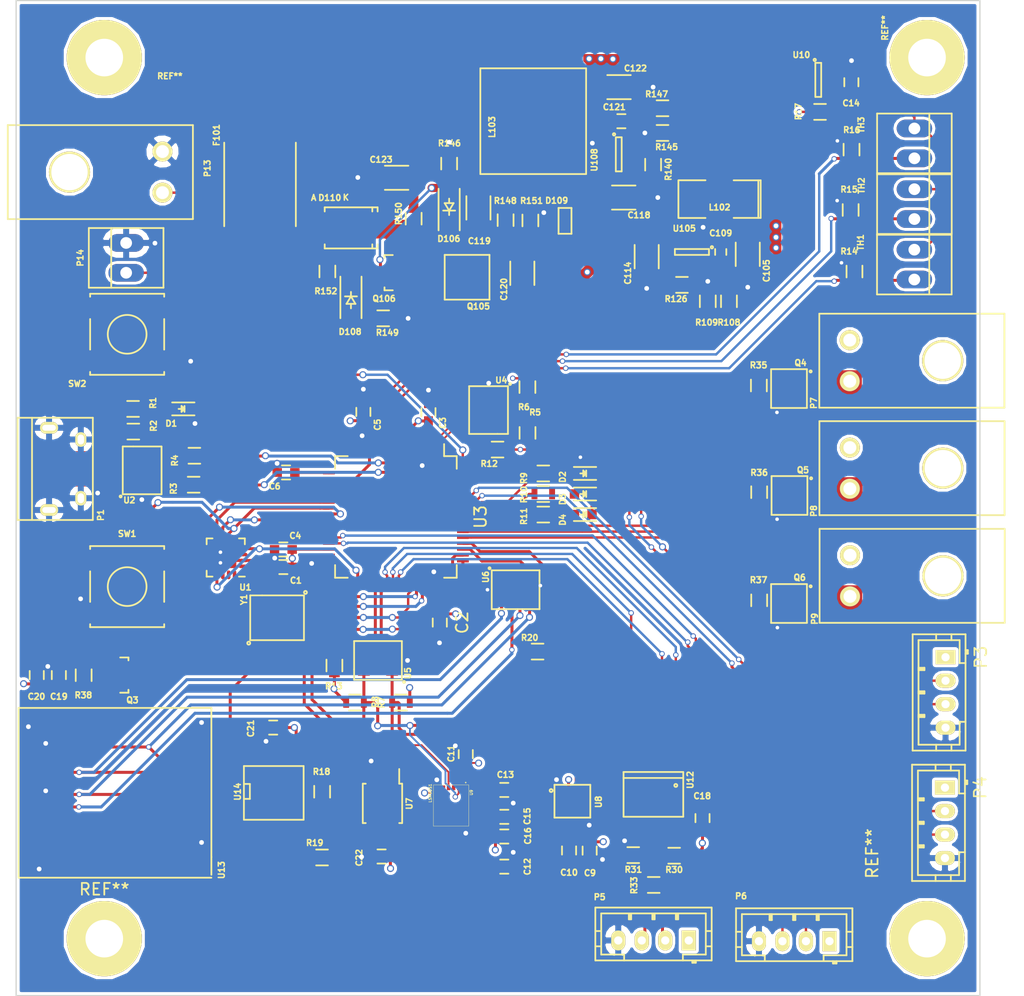
<source format=kicad_pcb>
(kicad_pcb (version 4) (host pcbnew 4.0.2-stable)
  (title_block (title "HAB Mainboard") (date 2016-08-01) (rev 2.0) (company SPEX))
  (layers (0 F.Cu signal) (1 In1.Cu power hide) (2 In2.Cu signal hide) (31 B.Cu power) (35 F.Paste user) (37 F.SilkS user) (39 F.Mask user) (44 Edge.Cuts user))
  (net 0 "")
  (net 1 +3V3)
  (net 2 GND)
  (net 3 "Net-(C6-Pad1)")
  (net 4 "Net-(C12-Pad1)")
  (net 5 "Net-(C13-Pad1)")
  (net 6 "/HAB Sensors/2.5VRefVoltage")
  (net 7 "Net-(C109-Pad1)")
  (net 8 "Net-(C109-Pad2)")
  (net 9 Vbus)
  (net 10 "Net-(C119-Pad1)")
  (net 11 "Net-(C119-Pad2)")
  (net 12 "Net-(C120-Pad2)")
  (net 13 "Net-(C121-Pad1)")
  (net 14 "Net-(C121-Pad2)")
  (net 15 +5V)
  (net 16 "Net-(C123-Pad1)")
  (net 17 "Net-(D1-Pad2)")
  (net 18 "Net-(D2-Pad2)")
  (net 19 "Net-(D3-Pad2)")
  (net 20 "Net-(D4-Pad2)")
  (net 21 "Net-(D108-Pad1)")
  (net 22 "Net-(D108-Pad2)")
  (net 23 VBatt)
  (net 24 "Net-(D110-Pad2)")
  (net 25 "Net-(P1-Pad1)")
  (net 26 "Net-(P1-Pad2)")
  (net 27 "Net-(P1-Pad3)")
  (net 28 /PTA6)
  (net 29 RESET_b)
  (net 30 /PTA7)
  (net 31 /PTB0)
  (net 32 I2C1_SDA)
  (net 33 I2C1_SCL)
  (net 34 UART2_TX)
  (net 35 UART2_RX)
  (net 36 /Data_Input_Output/RS485_B)
  (net 37 /Data_Input_Output/RS485_A)
  (net 38 /Data_Input_Output/3.3V_MOS_OUT)
  (net 39 /Data_Input_Output/5V_MOS_OUT)
  (net 40 /Data_Input_Output/Vbus_MOS_OUT)
  (net 41 SD_CTRL)
  (net 42 "Net-(Q3-Pad3)")
  (net 43 3.3V_MOS_CTRL)
  (net 44 5V_MOS_CTRL)
  (net 45 Vbus_MOS_CTRL)
  (net 46 "Net-(Q101-Pad3)")
  (net 47 "Net-(Q104-Pad3)")
  (net 48 "Net-(Q105-Pad3)")
  (net 49 "Net-(R2-Pad1)")
  (net 50 "Net-(R3-Pad1)")
  (net 51 "Net-(R4-Pad1)")
  (net 52 I2C0_SDA)
  (net 53 I2C0_SCL)
  (net 54 LED_Heartbeat)
  (net 55 LED_Status_1)
  (net 56 LED_Status_2)
  (net 57 "Net-(R12-Pad2)")
  (net 58 "Net-(R13-Pad2)")
  (net 59 Temp1)
  (net 60 Temp2)
  (net 61 Temp3)
  (net 62 Flash_Reset)
  (net 63 "Net-(R108-Pad2)")
  (net 64 "Net-(R145-Pad1)")
  (net 65 /PTB2)
  (net 66 /Toggle)
  (net 67 "Net-(U1-Pad11)")
  (net 68 "Net-(U1-Pad12)")
  (net 69 "Net-(U1-Pad14)")
  (net 70 /PTB1)
  (net 71 "Net-(U2-Pad4)")
  (net 72 "Net-(U2-Pad3)")
  (net 73 "Net-(U3-Pad8)")
  (net 74 "Net-(U3-Pad12)")
  (net 75 "Net-(U3-Pad18)")
  (net 76 "Net-(U3-Pad19)")
  (net 77 "Net-(U3-Pad20)")
  (net 78 "Net-(U3-Pad26)")
  (net 79 "Net-(U3-Pad27)")
  (net 80 "Net-(U3-Pad32)")
  (net 81 "Net-(U3-Pad33)")
  (net 82 Relay2_ctrl)
  (net 83 Relay1_ctrl)
  (net 84 UART0_RX)
  (net 85 UART0_TX)
  (net 86 RX/TX_CTRL)
  (net 87 "Net-(U3-Pad42)")
  (net 88 SD_Detect)
  (net 89 SPI0_CS1)
  (net 90 SPI0_CS0)
  (net 91 SPI0_SCK)
  (net 92 SPI0_MOSI)
  (net 93 SPI0_MISO)
  (net 94 "Net-(U3-Pad61)")
  (net 95 "Net-(U3-Pad62)")
  (net 96 "Net-(U3-Pad63)")
  (net 97 "Net-(U4-Pad4)")
  (net 98 "Net-(U4-Pad3)")
  (net 99 "Net-(U5-Pad4)")
  (net 100 "Net-(U5-Pad3)")
  (net 101 "/HAB Sensors/TempAlert")
  (net 102 "Net-(U9-Pad9)")
  (net 103 "Net-(U9-Pad10)")
  (net 104 "Net-(U9-Pad11)")
  (net 105 "Net-(U9-Pad12)")
  (net 106 "Net-(U9-Pad13)")
  (net 107 "Net-(U10-Pad1)")
  (net 108 "Net-(U10-Pad3)")
  (net 109 "Net-(U13-Pad8)")
  (net 110 "Net-(U13-Pad1)")
  (net 111 "Net-(U1-Pad3)")
  (net 112 "Net-(U1-Pad5)")
  (net 113 "Net-(U1-Pad15)")
  (net 114 "Net-(U1-Pad16)")
  (net 115 "Net-(U10-Pad2)")
  (net 116 I/O-1)
  (net 117 I/O-2)
  (net 118 "/Power Distribution/VBat")
  (module SPEX_Parts:SCH4B0419 (layer F.Cu) (at 113.0408 114.5715 270)
    (fp_text reference U13 (at 13.6019 -16.8664 270) (layer F.SilkS) (effects (font (size 0.508 0.508) (thickness 0.127))))
    (fp_text value SCHA4B0419)
    (pad 6 smd rect (at 0.4525 -0.425 270) (size 0.745 1.15) (layers F.Cu F.Paste F.Mask) (net 2 GND))
    (pad 6 smd rect (at 13.4875 -0.35 270) (size 0.95 0.9) (layers F.Cu F.Paste F.Mask) (net 2 GND))
    (pad 6 smd rect (at 7.6625 -1.925 270) (size 0.7 0.75) (layers F.Cu F.Paste F.Mask) (net 2 GND))
    (pad 6 smd rect (at 3.6625 -1.925 270) (size 0.7 0.75) (layers F.Cu F.Paste F.Mask) (net 2 GND))
    (pad 8 smd rect (at 2.1625 -3.125 270) (size 0.7 0.75) (layers F.Cu F.Paste F.Mask) (net 109 "Net-(U13-Pad8)"))
    (pad 7 smd rect (at 3.1625 -3.125 270) (size 0.7 0.75) (layers F.Cu F.Paste F.Mask) (net 93 SPI0_MISO))
    (pad 6 smd rect (at 4.1625 -3.125 270) (size 0.7 0.75) (layers F.Cu F.Paste F.Mask) (net 2 GND))
    (pad 5 smd rect (at 5.1625 -3.125 270) (size 0.7 0.75) (layers F.Cu F.Paste F.Mask) (net 91 SPI0_SCK))
    (pad 4 smd rect (at 6.1625 -3.125 270) (size 0.7 0.75) (layers F.Cu F.Paste F.Mask) (net 42 "Net-(Q3-Pad3)"))
    (pad 3 smd rect (at 7.1625 -3.125 270) (size 0.7 0.75) (layers F.Cu F.Paste F.Mask) (net 92 SPI0_MOSI))
    (pad 2 smd rect (at 8.1625 -3.125 270) (size 0.7 0.75) (layers F.Cu F.Paste F.Mask) (net 90 SPI0_CS0))
    (pad 1 smd rect (at 9.1625 -3.125 270) (size 0.7 0.75) (layers F.Cu F.Paste F.Mask) (net 110 "Net-(U13-Pad1)"))
    (pad 6 smd rect (at 2.2 -15.15 270) (size 1.2 0.85) (layers F.Cu F.Paste F.Mask) (net 2 GND))
    (pad 9 smd rect (at 3.4375 -15.175 270) (size 0.65 0.75) (layers F.Cu F.Paste F.Mask) (net 88 SD_Detect))
    (pad 10 smd rect (at 9.7875 -15.175 270) (size 0.65 0.75) (layers F.Cu F.Paste F.Mask) (net 2 GND))
    (pad 6 smd rect (at 12.925 -15.15 270) (size 1.3 0.85) (layers F.Cu F.Paste F.Mask) (net 2 GND))
  )
  (module SPEX_Parts:TSOP-6 (layer F.Cu) (at 154.9262 104.3096 270)
    (fp_text reference U6 (at -1.08712 2.54 270) (layer F.SilkS) (effects (font (size 0.5 0.5) (thickness 0.125))))
    (fp_text value MMQA6V2T1G)
    (pad 6 smd rect (at -0.95 -1.2 270) (size 0.7 1) (layers F.Cu F.Paste F.Mask) (net 92 SPI0_MOSI))
    (pad 1 smd rect (at -0.95 1.2 270) (size 0.7 1) (layers F.Cu F.Paste F.Mask) (net 90 SPI0_CS0))
    (pad 5 smd rect (at 0 -1.2 270) (size 0.7 1) (layers F.Cu F.Paste F.Mask) (net 2 GND))
    (pad 2 smd rect (at 0 1.2 270) (size 0.7 1) (layers F.Cu F.Paste F.Mask) (net 2 GND))
    (pad 4 smd rect (at 0.95 -1.2 270) (size 0.7 1) (layers F.Cu F.Paste F.Mask) (net 93 SPI0_MISO))
    (pad 3 smd rect (at 0.95 1.2 270) (size 0.7 1) (layers F.Cu F.Paste F.Mask) (net 91 SPI0_SCK))
  )
  (module Capacitors_SMD:C_0603 (layer F.Cu) (at 153.961 125.3154)
    (fp_text reference C16 (at 2.0066 -0.0508 90) (layer F.SilkS) (effects (font (size 0.5 0.5) (thickness 0.125))))
    (fp_text value 10uF)
    (pad 1 smd rect (at -0.75 0) (size 0.8 0.75) (layers F.Cu F.Paste F.Mask) (net 1 +3V3))
    (pad 2 smd rect (at 0.75 0) (size 0.8 0.75) (layers F.Cu F.Paste F.Mask) (net 2 GND))
  )
  (module Capacitors_SMD:C_0603 (layer F.Cu) (at 135.165 102.3792 180)
    (fp_text reference C1 (at -1.0668 -1.143 360) (layer F.SilkS) (effects (font (size 0.508 0.508) (thickness 0.127))))
    (fp_text value 1uF)
    (pad 1 smd rect (at -0.75 0 180) (size 0.8 0.75) (layers F.Cu F.Paste F.Mask) (net 1 +3V3))
    (pad 2 smd rect (at 0.75 0 180) (size 0.8 0.75) (layers F.Cu F.Paste F.Mask) (net 2 GND))
  )
  (module Capacitors_SMD:C_0603 (layer F.Cu) (at 148.4746 107.1036 270)
    (fp_text reference C2 (at 0 -1.9 270) (layer F.SilkS))
    (fp_text value 1uF)
    (pad 1 smd rect (at -0.75 0 270) (size 0.8 0.75) (layers F.Cu F.Paste F.Mask) (net 1 +3V3))
    (pad 2 smd rect (at 0.75 0 270) (size 0.8 0.75) (layers F.Cu F.Paste F.Mask) (net 2 GND))
  )
  (module Capacitors_SMD:C_0603 (layer F.Cu) (at 147.5094 89.1966 90)
    (fp_text reference C3 (at -0.9134 1.2206 90) (layer F.SilkS) (effects (font (size 0.5 0.5) (thickness 0.125))))
    (fp_text value 1uF)
    (pad 1 smd rect (at -0.75 0 90) (size 0.8 0.75) (layers F.Cu F.Paste F.Mask) (net 1 +3V3))
    (pad 2 smd rect (at 0.75 0 90) (size 0.8 0.75) (layers F.Cu F.Paste F.Mask) (net 2 GND))
  )
  (module Capacitors_SMD:C_0603 (layer F.Cu) (at 135.165 100.8806 180)
    (fp_text reference C4 (at -1.016 1.1684 180) (layer F.SilkS) (effects (font (size 0.508 0.508) (thickness 0.127))))
    (fp_text value 1uF)
    (pad 1 smd rect (at -0.75 0 180) (size 0.8 0.75) (layers F.Cu F.Paste F.Mask) (net 1 +3V3))
    (pad 2 smd rect (at 0.75 0 180) (size 0.8 0.75) (layers F.Cu F.Paste F.Mask) (net 2 GND))
  )
  (module Capacitors_SMD:C_0603 (layer F.Cu) (at 141.9722 89.1712 90)
    (fp_text reference C5 (at -1.0888 1.2078 90) (layer F.SilkS) (effects (font (size 0.5 0.5) (thickness 0.125))))
    (fp_text value 2.2uF)
    (pad 1 smd rect (at -0.75 0 90) (size 0.8 0.75) (layers F.Cu F.Paste F.Mask) (net 1 +3V3))
    (pad 2 smd rect (at 0.75 0 90) (size 0.8 0.75) (layers F.Cu F.Paste F.Mask) (net 2 GND))
  )
  (module Capacitors_SMD:C_0603 (layer F.Cu) (at 135.3936 94.3274 180)
    (fp_text reference C6 (at 0.9636 -1.1826 180) (layer F.SilkS) (effects (font (size 0.5 0.5) (thickness 0.125))))
    (fp_text value .1uF)
    (pad 1 smd rect (at -0.75 0 180) (size 0.8 0.75) (layers F.Cu F.Paste F.Mask) (net 3 "Net-(C6-Pad1)"))
    (pad 2 smd rect (at 0.75 0 180) (size 0.8 0.75) (layers F.Cu F.Paste F.Mask) (net 2 GND))
  )
  (module Capacitors_SMD:C_0603 (layer F.Cu) (at 161.22435 126.516008 270)
    (fp_text reference C9 (at 1.905 -0.0254 360) (layer F.SilkS) (effects (font (size 0.508 0.508) (thickness 0.127))))
    (fp_text value 100nF)
    (pad 1 smd rect (at -0.75 0 270) (size 0.8 0.75) (layers F.Cu F.Paste F.Mask) (net 1 +3V3))
    (pad 2 smd rect (at 0.75 0 270) (size 0.8 0.75) (layers F.Cu F.Paste F.Mask) (net 2 GND))
  )
  (module Capacitors_SMD:C_0603 (layer F.Cu) (at 159.47175 126.503308 270)
    (fp_text reference C10 (at 1.8796 0 360) (layer F.SilkS) (effects (font (size 0.508 0.508) (thickness 0.127))))
    (fp_text value 100nF)
    (pad 1 smd rect (at -0.75 0 270) (size 0.8 0.75) (layers F.Cu F.Paste F.Mask) (net 1 +3V3))
    (pad 2 smd rect (at 0.75 0 270) (size 0.8 0.75) (layers F.Cu F.Paste F.Mask) (net 2 GND))
  )
  (module Capacitors_SMD:C_0603 (layer F.Cu) (at 150.6844 118.305 90)
    (fp_text reference C11 (at 0.0508 -1.2446 90) (layer F.SilkS) (effects (font (size 0.5 0.5) (thickness 0.125))))
    (fp_text value 100nF)
    (pad 1 smd rect (at -0.75 0 90) (size 0.8 0.75) (layers F.Cu F.Paste F.Mask) (net 1 +3V3))
    (pad 2 smd rect (at 0.75 0 90) (size 0.8 0.75) (layers F.Cu F.Paste F.Mask) (net 2 GND))
  )
  (module Capacitors_SMD:C_0603 (layer F.Cu) (at 153.961 127.8808)
    (fp_text reference C12 (at 1.9678 0 90) (layer F.SilkS) (effects (font (size 0.5 0.5) (thickness 0.125))))
    (fp_text value 10nF)
    (pad 1 smd rect (at -0.75 0) (size 0.8 0.75) (layers F.Cu F.Paste F.Mask) (net 4 "Net-(C12-Pad1)"))
    (pad 2 smd rect (at 0.75 0) (size 0.8 0.75) (layers F.Cu F.Paste F.Mask) (net 2 GND))
  )
  (module Capacitors_SMD:C_0603 (layer F.Cu) (at 153.961 121.353)
    (fp_text reference C13 (at 0.1016 -1.2954) (layer F.SilkS) (effects (font (size 0.5 0.5) (thickness 0.125))))
    (fp_text value 100nF)
    (pad 1 smd rect (at -0.75 0) (size 0.8 0.75) (layers F.Cu F.Paste F.Mask) (net 5 "Net-(C13-Pad1)"))
    (pad 2 smd rect (at 0.75 0) (size 0.8 0.75) (layers F.Cu F.Paste F.Mask) (net 2 GND))
  )
  (module Capacitors_SMD:C_0603 (layer F.Cu) (at 183.49 61.11 90)
    (fp_text reference C14 (at -1.783 -0.018 180) (layer F.SilkS) (effects (font (size 0.5 0.5) (thickness 0.125))))
    (fp_text value 4.7uF)
    (pad 1 smd rect (at -0.75 0 90) (size 0.8 0.75) (layers F.Cu F.Paste F.Mask) (net 6 "/HAB Sensors/2.5VRefVoltage"))
    (pad 2 smd rect (at 0.75 0 90) (size 0.8 0.75) (layers F.Cu F.Paste F.Mask) (net 2 GND))
  )
  (module Capacitors_SMD:C_0603 (layer F.Cu) (at 153.961 123.639)
    (fp_text reference C15 (at 1.9558 -0.0508 90) (layer F.SilkS) (effects (font (size 0.5 0.5) (thickness 0.125))))
    (fp_text value 100nF)
    (pad 1 smd rect (at -0.75 0) (size 0.8 0.75) (layers F.Cu F.Paste F.Mask) (net 1 +3V3))
    (pad 2 smd rect (at 0.75 0) (size 0.8 0.75) (layers F.Cu F.Paste F.Mask) (net 2 GND))
  )
  (module Capacitors_SMD:C_0603 (layer F.Cu) (at 170.8266 123.7499 90)
    (fp_text reference C18 (at 1.8796 -0.0254 180) (layer F.SilkS) (effects (font (size 0.508 0.508) (thickness 0.127))))
    (fp_text value 1uF)
    (pad 1 smd rect (at -0.75 0 90) (size 0.8 0.75) (layers F.Cu F.Paste F.Mask) (net 1 +3V3))
    (pad 2 smd rect (at 0.75 0 90) (size 0.8 0.75) (layers F.Cu F.Paste F.Mask) (net 2 GND))
  )
  (module Capacitors_SMD:C_0603 (layer F.Cu) (at 116.0642 111.574 90)
    (fp_text reference C19 (at -1.8288 0 180) (layer F.SilkS) (effects (font (size 0.508 0.508) (thickness 0.127))))
    (fp_text value .1uF)
    (pad 1 smd rect (at -0.75 0 90) (size 0.8 0.75) (layers F.Cu F.Paste F.Mask) (net 1 +3V3))
    (pad 2 smd rect (at 0.75 0 90) (size 0.8 0.75) (layers F.Cu F.Paste F.Mask) (net 2 GND))
  )
  (module Capacitors_SMD:C_0603 (layer F.Cu) (at 114.1846 111.574 90)
    (fp_text reference C20 (at -1.8288 -0.0254 180) (layer F.SilkS) (effects (font (size 0.508 0.508) (thickness 0.127))))
    (fp_text value 10uF)
    (pad 1 smd rect (at -0.75 0 90) (size 0.8 0.75) (layers F.Cu F.Paste F.Mask) (net 1 +3V3))
    (pad 2 smd rect (at 0.75 0 90) (size 0.8 0.75) (layers F.Cu F.Paste F.Mask) (net 2 GND))
  )
  (module Capacitors_SMD:C_0603 (layer F.Cu) (at 134.298579 116.041607 180)
    (fp_text reference C21 (at 1.905 -0.0762 270) (layer F.SilkS) (effects (font (size 0.508 0.508) (thickness 0.127))))
    (fp_text value 1uF)
    (pad 1 smd rect (at -0.75 0 180) (size 0.8 0.75) (layers F.Cu F.Paste F.Mask) (net 1 +3V3))
    (pad 2 smd rect (at 0.75 0 180) (size 0.8 0.75) (layers F.Cu F.Paste F.Mask) (net 2 GND))
  )
  (module Capacitors_SMD:C_0603 (layer F.Cu) (at 143.5216 127.0172 180)
    (fp_text reference C22 (at 1.905 -0.1016 270) (layer F.SilkS) (effects (font (size 0.5 0.5) (thickness 0.125))))
    (fp_text value 1uF)
    (pad 1 smd rect (at -0.75 0 180) (size 0.8 0.75) (layers F.Cu F.Paste F.Mask) (net 1 +3V3))
    (pad 2 smd rect (at 0.75 0 180) (size 0.8 0.75) (layers F.Cu F.Paste F.Mask) (net 2 GND))
  )
  (module Capacitors_SMD:C_1206 (layer F.Cu) (at 174.676354 75.75825 270)
    (fp_text reference C105 (at 1.4 -1.6 270) (layer F.SilkS) (effects (font (size 0.5 0.5) (thickness 0.125))))
    (fp_text value 47uf)
    (pad 1 smd rect (at -1.5 0 270) (size 1 1.6) (layers F.Cu F.Paste F.Mask) (net 1 +3V3))
    (pad 2 smd rect (at 1.5 0 270) (size 1 1.6) (layers F.Cu F.Paste F.Mask) (net 2 GND))
  )
  (module Capacitors_SMD:C_0402 (layer F.Cu) (at 172.376354 75.55825 270)
    (fp_text reference C109 (at -1.6 0 360) (layer F.SilkS) (effects (font (size 0.5 0.5) (thickness 0.125))))
    (fp_text value 100nf)
    (pad 1 smd rect (at -0.55 0 270) (size 0.6 0.5) (layers F.Cu F.Paste F.Mask) (net 7 "Net-(C109-Pad1)"))
    (pad 2 smd rect (at 0.55 0 270) (size 0.6 0.5) (layers F.Cu F.Paste F.Mask) (net 8 "Net-(C109-Pad2)"))
  )
  (module Capacitors_SMD:C_1206 (layer F.Cu) (at 166.076354 75.95825 90)
    (fp_text reference C114 (at -1.4 -1.6 90) (layer F.SilkS) (effects (font (size 0.5 0.5) (thickness 0.125))))
    (fp_text value 22uf)
    (pad 1 smd rect (at -1.5 0 90) (size 1 1.6) (layers F.Cu F.Paste F.Mask) (net 2 GND))
    (pad 2 smd rect (at 1.5 0 90) (size 1 1.6) (layers F.Cu F.Paste F.Mask) (net 9 Vbus))
  )
  (module Capacitors_SMD:C_1206 (layer F.Cu) (at 164.123706 70.926166 180)
    (fp_text reference C118 (at -1.3 -1.5 180) (layer F.SilkS) (effects (font (size 0.5 0.5) (thickness 0.125))))
    (fp_text value 22uf)
    (pad 1 smd rect (at -1.5 0 180) (size 1 1.6) (layers F.Cu F.Paste F.Mask) (net 2 GND))
    (pad 2 smd rect (at 1.5 0 180) (size 1 1.6) (layers F.Cu F.Paste F.Mask) (net 9 Vbus))
  )
  (module Capacitors_SMD:C_1206 (layer F.Cu) (at 151.762 71.807 90)
    (fp_text reference C119 (at -2.8194 0.0762 180) (layer F.SilkS) (effects (font (size 0.5 0.5) (thickness 0.125))))
    (fp_text value "1uf 100v")
    (pad 1 smd rect (at -1.5 0 90) (size 1 1.6) (layers F.Cu F.Paste F.Mask) (net 10 "Net-(C119-Pad1)"))
    (pad 2 smd rect (at 1.5 0 90) (size 1 1.6) (layers F.Cu F.Paste F.Mask) (net 11 "Net-(C119-Pad2)"))
  )
  (module Capacitors_SMD:C_1206 (layer F.Cu) (at 155.4958 77.371 90)
    (fp_text reference C120 (at -1.3716 -1.5621 90) (layer F.SilkS) (effects (font (size 0.5 0.5) (thickness 0.125))))
    (fp_text value ".1uf 100v")
    (pad 1 smd rect (at -1.5 0 90) (size 1 1.6) (layers F.Cu F.Paste F.Mask) (net 9 Vbus))
    (pad 2 smd rect (at 1.5 0 90) (size 1 1.6) (layers F.Cu F.Paste F.Mask) (net 12 "Net-(C120-Pad2)"))
  )
  (module Capacitors_SMD:C_0603 (layer F.Cu) (at 163.923706 64.426166)
    (fp_text reference C121 (at -0.6 -1.2) (layer F.SilkS) (effects (font (size 0.5 0.5) (thickness 0.125))))
    (fp_text value 100nf)
    (pad 1 smd rect (at -0.75 0) (size 0.8 0.75) (layers F.Cu F.Paste F.Mask) (net 13 "Net-(C121-Pad1)"))
    (pad 2 smd rect (at 0.75 0) (size 0.8 0.75) (layers F.Cu F.Paste F.Mask) (net 14 "Net-(C121-Pad2)"))
  )
  (module Capacitors_SMD:C_1206 (layer F.Cu) (at 163.723706 61.526166)
    (fp_text reference C122 (at 1.4 -1.6) (layer F.SilkS) (effects (font (size 0.5 0.5) (thickness 0.125))))
    (fp_text value 47uf)
    (pad 1 smd rect (at -1.5 0) (size 1 1.6) (layers F.Cu F.Paste F.Mask) (net 15 +5V))
    (pad 2 smd rect (at 1.5 0) (size 1 1.6) (layers F.Cu F.Paste F.Mask) (net 2 GND))
  )
  (module Capacitors_SMD:C_1206 (layer F.Cu) (at 144.8024 69.243 180)
    (fp_text reference C123 (at 1.3208 1.5494 180) (layer F.SilkS) (effects (font (size 0.5 0.5) (thickness 0.125))))
    (fp_text value "1uf 100v")
    (pad 1 smd rect (at -1.5 0 180) (size 1 1.6) (layers F.Cu F.Paste F.Mask) (net 16 "Net-(C123-Pad1)"))
    (pad 2 smd rect (at 1.5 0 180) (size 1 1.6) (layers F.Cu F.Paste F.Mask) (net 2 GND))
  )
  (module LEDs:LED_0603 (layer F.Cu) (at 126.5036 88.9172 180)
    (fp_text reference D1 (at 0.8736 -1.2428 180) (layer F.SilkS) (effects (font (size 0.5 0.5) (thickness 0.125))))
    (fp_text value LED)
    (pad 2 smd rect (at 0.7493 0) (size 0.79756 0.79756) (layers F.Cu F.Paste F.Mask) (net 17 "Net-(D1-Pad2)"))
    (pad 1 smd rect (at -0.7493 0) (size 0.79756 0.79756) (layers F.Cu F.Paste F.Mask) (net 2 GND))
  )
  (module LEDs:LED_0603 (layer F.Cu) (at 160.68 94.41 180)
    (fp_text reference D2 (at 1.75 -0.3 270) (layer F.SilkS) (effects (font (size 0.5 0.5) (thickness 0.125))))
    (fp_text value LED)
    (pad 2 smd rect (at 0.7493 0) (size 0.79756 0.79756) (layers F.Cu F.Paste F.Mask) (net 18 "Net-(D2-Pad2)"))
    (pad 1 smd rect (at -0.7493 0) (size 0.79756 0.79756) (layers F.Cu F.Paste F.Mask) (net 2 GND))
  )
  (module LEDs:LED_0603 (layer F.Cu) (at 160.68 96.16 180)
    (fp_text reference D3 (at 1.75 -0.45 270) (layer F.SilkS) (effects (font (size 0.5 0.5) (thickness 0.125))))
    (fp_text value LED)
    (pad 2 smd rect (at 0.7493 0) (size 0.79756 0.79756) (layers F.Cu F.Paste F.Mask) (net 19 "Net-(D3-Pad2)"))
    (pad 1 smd rect (at -0.7493 0) (size 0.79756 0.79756) (layers F.Cu F.Paste F.Mask) (net 2 GND))
  )
  (module LEDs:LED_0603 (layer F.Cu) (at 160.68 97.91 180)
    (fp_text reference D4 (at 1.75 -0.45 270) (layer F.SilkS) (effects (font (size 0.5 0.5) (thickness 0.125))))
    (fp_text value LED)
    (pad 2 smd rect (at 0.7493 0) (size 0.79756 0.79756) (layers F.Cu F.Paste F.Mask) (net 20 "Net-(D4-Pad2)"))
    (pad 1 smd rect (at -0.7493 0) (size 0.79756 0.79756) (layers F.Cu F.Paste F.Mask) (net 2 GND))
  )
  (module Diodes_SMD:SOD-123 (layer F.Cu) (at 149.269845 71.717439 90)
    (fp_text reference D106 (at -2.7178 -0.0254 180) (layer F.SilkS) (effects (font (size 0.5 0.5) (thickness 0.125))))
    (fp_text value ZENER)
    (pad 1 smd rect (at -1.635 0 90) (size 0.91 1.22) (layers F.Cu F.Paste F.Mask) (net 10 "Net-(C119-Pad1)"))
    (pad 2 smd rect (at 1.635 0 90) (size 0.91 1.22) (layers F.Cu F.Paste F.Mask) (net 11 "Net-(C119-Pad2)"))
  )
  (module Diodes_SMD:SOD-123 (layer F.Cu) (at 140.9162 79.657 270)
    (fp_text reference D108 (at 2.6924 0.0762 360) (layer F.SilkS) (effects (font (size 0.5 0.5) (thickness 0.125))))
    (fp_text value ZENER)
    (pad 1 smd rect (at -1.635 0 270) (size 0.91 1.22) (layers F.Cu F.Paste F.Mask) (net 21 "Net-(D108-Pad1)"))
    (pad 2 smd rect (at 1.635 0 270) (size 0.91 1.22) (layers F.Cu F.Paste F.Mask) (net 22 "Net-(D108-Pad2)"))
  )
  (module TO_SOT_Packages_SMD:SC-70 (layer F.Cu) (at 159.128 72.91 270)
    (fp_text reference D109 (at -1.7272 0.7112 540) (layer F.SilkS) (effects (font (size 0.5 0.5) (thickness 0.125))))
    (fp_text value D_Schottky_x2_Serial_AKC)
    (pad 1 smd rect (at -0.6604 1.016 270) (size 0.4572 0.7112) (layers F.Cu F.Paste F.Mask) (net 2 GND))
    (pad 2 smd rect (at 0.6604 1.016 270) (size 0.4572 0.7112) (layers F.Cu F.Paste F.Mask) (net 12 "Net-(C120-Pad2)"))
    (pad 3 smd rect (at 0 -1.016 270) (size 0.4572 0.7112) (layers F.Cu F.Paste F.Mask) (net 11 "Net-(C119-Pad2)"))
  )
  (module Fuse_Holders_and_Fuses:Fuse_SMD2920 (layer F.Cu) (at 133.18 69.81 270)
    (fp_text reference F101 (at -4.2 3.7 270) (layer F.SilkS) (effects (font (size 0.5 0.5) (thickness 0.125))))
    (fp_text value FUSE)
    (pad 1 smd rect (at -3.7 0) (size 5.6 2.3) (layers F.Cu F.Paste F.Mask) (net 118 "/Power Distribution/VBat"))
    (pad 2 smd rect (at 3.7 0) (size 5.6 2.3) (layers F.Cu F.Paste F.Mask) (net 24 "Net-(D110-Pad2)"))
  )
  (module SMD_Packages:SMD-2010_Pol (layer F.Cu) (at 172.276354 71.05825 180)
    (fp_text reference L102 (at 0 -0.7 180) (layer F.SilkS) (effects (font (size 0.5 0.5) (thickness 0.125))))
    (fp_text value 2.2uh)
    (pad 1 smd rect (at -2.4003 0 180) (size 1.80086 2.70002) (layers F.Cu F.Paste F.Mask) (net 1 +3V3))
    (pad 2 smd rect (at 2.4003 0 180) (size 1.80086 2.70002) (layers F.Cu F.Paste F.Mask) (net 7 "Net-(C109-Pad1)"))
  )
  (module NRS8030:NRS8030T3R3MJGJ (layer F.Cu) (at 156.423706 64.426166 270)
    (fp_text reference L103 (at 0.5 3.5 270) (layer F.SilkS) (effects (font (size 0.5 0.5) (thickness 0.125))))
    (fp_text value 3.3uh)
    (pad 2 smd rect (at 2.8 0 270) (size 1.8 7.5) (layers F.Cu F.Paste F.Mask) (net 13 "Net-(C121-Pad1)"))
    (pad 1 smd rect (at -2.8 0 270) (size 1.8 7.5) (layers F.Cu F.Paste F.Mask) (net 15 +5V))
  )
  (module Connect:USB_Micro-B (layer F.Cu) (at 116.369 94.0226 270)
    (fp_text reference P1 (at 3.9374 -3.261 270) (layer F.SilkS) (effects (font (size 0.5 0.5) (thickness 0.125))))
    (fp_text value USB_OTG)
    (pad 1 smd rect (at -1.3009 -1.56254) (size 1.35 0.4) (layers F.Cu F.Paste F.Mask) (net 25 "Net-(P1-Pad1)"))
    (pad 2 smd rect (at -0.6509 -1.56254) (size 1.35 0.4) (layers F.Cu F.Paste F.Mask) (net 26 "Net-(P1-Pad2)"))
    (pad 3 smd rect (at -0.0009 -1.56254) (size 1.35 0.4) (layers F.Cu F.Paste F.Mask) (net 27 "Net-(P1-Pad3)"))
    (pad 4 smd rect (at 0.6491 -1.56254) (size 1.35 0.4) (layers F.Cu F.Paste F.Mask) (net 28 /PTA6))
    (pad 5 smd rect (at 1.2991 -1.56254) (size 1.35 0.4) (layers F.Cu F.Paste F.Mask) (net 2 GND))
    (pad 6 thru_hole oval (at -2.5009 -1.56254) (size 0.95 1.25) (drill oval 0.55 0.85) (layers *.Cu *.Mask F.SilkS) (net 2 GND))
    (pad 6 thru_hole oval (at 2.4991 -1.56254) (size 0.95 1.25) (drill oval 0.55 0.85) (layers *.Cu *.Mask F.SilkS) (net 2 GND))
    (pad 6 thru_hole oval (at -3.5009 1.13746) (size 1.55 1) (drill oval 1.15 0.5) (layers *.Cu *.Mask F.SilkS) (net 2 GND))
    (pad 6 thru_hole oval (at 3.4991 1.13746) (size 1.55 1) (drill oval 1.15 0.5) (layers *.Cu *.Mask F.SilkS) (net 2 GND))
  )
  (module Connectors_JST:JST_PH_B4B-PH-K_04x2.00mm_Straight (layer F.Cu) (at 191.5048 110.0522 270)
    (fp_text reference P3 (at 0 -3 270) (layer F.SilkS))
    (fp_text value CONN_01X04)
    (pad 1 thru_hole rect (at 0 0 270) (size 1.2 1.7) (drill 0.7) (layers *.Cu *.Mask F.SilkS) (net 1 +3V3))
    (pad 2 thru_hole oval (at 2 0 270) (size 1.2 1.7) (drill 0.7) (layers *.Cu *.Mask F.SilkS) (net 33 I2C1_SCL))
    (pad 3 thru_hole oval (at 4 0 270) (size 1.2 1.7) (drill 0.7) (layers *.Cu *.Mask F.SilkS) (net 32 I2C1_SDA))
    (pad 4 thru_hole oval (at 6 0 270) (size 1.2 1.7) (drill 0.7) (layers *.Cu *.Mask F.SilkS) (net 2 GND))
  )
  (module Connectors_JST:JST_PH_B4B-PH-K_04x2.00mm_Straight (layer F.Cu) (at 191.4548 121.1522 270)
    (fp_text reference P4 (at 0 -3 270) (layer F.SilkS))
    (fp_text value CONN_01X04)
    (pad 1 thru_hole rect (at 0 0 270) (size 1.2 1.7) (drill 0.7) (layers *.Cu *.Mask F.SilkS) (net 1 +3V3))
    (pad 2 thru_hole oval (at 2 0 270) (size 1.2 1.7) (drill 0.7) (layers *.Cu *.Mask F.SilkS) (net 34 UART2_TX))
    (pad 3 thru_hole oval (at 4 0 270) (size 1.2 1.7) (drill 0.7) (layers *.Cu *.Mask F.SilkS) (net 35 UART2_RX))
    (pad 4 thru_hole oval (at 6 0 270) (size 1.2 1.7) (drill 0.7) (layers *.Cu *.Mask F.SilkS) (net 2 GND))
  )
  (module Connectors_JST:JST_PH_B4B-PH-K_04x2.00mm_Straight (layer F.Cu) (at 169.6577 134.1639 180)
    (fp_text reference P5 (at 7.5814 3.6957 180) (layer F.SilkS) (effects (font (size 0.508 0.508) (thickness 0.127))))
    (fp_text value CONN_01X04)
    (pad 1 thru_hole rect (at 0 0 180) (size 1.2 1.7) (drill 0.7) (layers *.Cu *.Mask F.SilkS) (net 1 +3V3))
    (pad 2 thru_hole oval (at 2 0 180) (size 1.2 1.7) (drill 0.7) (layers *.Cu *.Mask F.SilkS) (net 36 /Data_Input_Output/RS485_B))
    (pad 3 thru_hole oval (at 4 0 180) (size 1.2 1.7) (drill 0.7) (layers *.Cu *.Mask F.SilkS) (net 37 /Data_Input_Output/RS485_A))
    (pad 4 thru_hole oval (at 6 0 180) (size 1.2 1.7) (drill 0.7) (layers *.Cu *.Mask F.SilkS) (net 2 GND))
  )
  (module Connectors_JST:JST_PH_B4B-PH-K_04x2.00mm_Straight (layer F.Cu) (at 181.6287 134.2262 180)
    (fp_text reference P6 (at 7.5245 3.8354 180) (layer F.SilkS) (effects (font (size 0.508 0.508) (thickness 0.127))))
    (fp_text value CONN_01X04)
    (pad 1 thru_hole rect (at 0 0 180) (size 1.2 1.7) (drill 0.7) (layers *.Cu *.Mask F.SilkS) (net 1 +3V3))
    (pad 2 thru_hole oval (at 2 0 180) (size 1.2 1.7) (drill 0.7) (layers *.Cu *.Mask F.SilkS) (net 116 I/O-1))
    (pad 3 thru_hole oval (at 4 0 180) (size 1.2 1.7) (drill 0.7) (layers *.Cu *.Mask F.SilkS) (net 117 I/O-2))
    (pad 4 thru_hole oval (at 6 0 180) (size 1.2 1.7) (drill 0.7) (layers *.Cu *.Mask F.SilkS) (net 2 GND))
  )
  (module SPEX_Parts:ultraFitCONN_2 (layer F.Cu) (at 191.2626 84.8114 270)
    (fp_text reference P7 (at 3.6138 10.9654 270) (layer F.SilkS) (effects (font (size 0.5 0.5) (thickness 0.125))))
    (fp_text value CONN_01X02)
    (pad 1 thru_hole circle (at 1.75 7.91 270) (size 1.7 1.7) (drill 1.1) (layers *.Cu *.Mask F.SilkS) (net 38 /Data_Input_Output/3.3V_MOS_OUT))
    (pad 2 thru_hole circle (at -1.75 7.91 270) (size 1.7 1.7) (drill 1.1) (layers *.Cu *.Mask F.SilkS) (net 1 +3V3))
    (pad "" np_thru_hole circle (at 0 0 270) (size 3.5 3.5) (drill 3.1) (layers *.Cu *.Mask F.SilkS))
  )
  (module SPEX_Parts:ultraFitCONN_2 (layer F.Cu) (at 191.2732 93.9612 270)
    (fp_text reference P8 (at 3.645 10.976 270) (layer F.SilkS) (effects (font (size 0.5 0.5) (thickness 0.125))))
    (fp_text value CONN_01X02)
    (pad 1 thru_hole circle (at 1.75 7.91 270) (size 1.7 1.7) (drill 1.1) (layers *.Cu *.Mask F.SilkS) (net 39 /Data_Input_Output/5V_MOS_OUT))
    (pad 2 thru_hole circle (at -1.75 7.91 270) (size 1.7 1.7) (drill 1.1) (layers *.Cu *.Mask F.SilkS) (net 15 +5V))
    (pad "" np_thru_hole circle (at 0 0 270) (size 3.5 3.5) (drill 3.1) (layers *.Cu *.Mask F.SilkS))
  )
  (module SPEX_Parts:ultraFitCONN_2 (layer F.Cu) (at 191.288 103.1272 270)
    (fp_text reference P9 (at 3.6588 10.9154 270) (layer F.SilkS) (effects (font (size 0.5 0.5) (thickness 0.125))))
    (fp_text value CONN_01X02)
    (pad 1 thru_hole circle (at 1.75 7.91 270) (size 1.7 1.7) (drill 1.1) (layers *.Cu *.Mask F.SilkS) (net 40 /Data_Input_Output/Vbus_MOS_OUT))
    (pad 2 thru_hole circle (at -1.75 7.91 270) (size 1.7 1.7) (drill 1.1) (layers *.Cu *.Mask F.SilkS) (net 9 Vbus))
    (pad "" np_thru_hole circle (at 0 0 270) (size 3.5 3.5) (drill 3.1) (layers *.Cu *.Mask F.SilkS))
  )
  (module SPEX_Parts:ultraFitCONN_2 (layer F.Cu) (at 116.97 68.76 90)
    (fp_text reference P13 (at 0.32 11.73 90) (layer F.SilkS) (effects (font (size 0.5 0.5) (thickness 0.125))))
    (fp_text value CONN_01X02)
    (pad 1 thru_hole circle (at 1.75 7.91 90) (size 1.7 1.7) (drill 1.1) (layers *.Cu *.Mask F.SilkS) (net 2 GND))
    (pad 2 thru_hole circle (at -1.75 7.91 90) (size 1.7 1.7) (drill 1.1) (layers *.Cu *.Mask F.SilkS) (net 118 "/Power Distribution/VBat"))
    (pad "" np_thru_hole circle (at 0 0 90) (size 3.5 3.5) (drill 3.1) (layers *.Cu *.Mask F.SilkS))
  )
  (module TO_SOT_Packages_SMD:SOT-23 (layer F.Cu) (at 121.334837 111.575367 270)
    (fp_text reference Q3 (at 2.1336 -0.9906 360) (layer F.SilkS) (effects (font (size 0.508 0.508) (thickness 0.127))))
    (fp_text value BSS215PH6327)
    (pad 1 smd rect (at -0.95 1.00076 270) (size 0.8001 0.8001) (layers F.Cu F.Paste F.Mask) (net 41 SD_CTRL))
    (pad 2 smd rect (at 0.95 1.00076 270) (size 0.8001 0.8001) (layers F.Cu F.Paste F.Mask) (net 1 +3V3))
    (pad 3 smd rect (at 0 -0.99822 270) (size 0.8001 0.8001) (layers F.Cu F.Paste F.Mask) (net 42 "Net-(Q3-Pad3)"))
  )
  (module SPEX_Parts:ChipFet-8 (layer F.Cu) (at 179.2016 86.1702 180)
    (fp_text reference Q4 (at 0.0306 1.1684 180) (layer F.SilkS) (effects (font (size 0.508 0.508) (thickness 0.127))))
    (fp_text value Si5468DC)
    (pad 8 smd rect (at 0.041 -2.032 180) (size 0.41 0.65) (layers F.Cu F.Paste F.Mask) (net 38 /Data_Input_Output/3.3V_MOS_OUT))
    (pad 1 smd rect (at 0.041 0 180) (size 0.41 0.65) (layers F.Cu F.Paste F.Mask) (net 38 /Data_Input_Output/3.3V_MOS_OUT))
    (pad 7 smd rect (at 0.691 -2.032 180) (size 0.41 0.65) (layers F.Cu F.Paste F.Mask) (net 38 /Data_Input_Output/3.3V_MOS_OUT))
    (pad 2 smd rect (at 0.691 0 180) (size 0.41 0.65) (layers F.Cu F.Paste F.Mask) (net 38 /Data_Input_Output/3.3V_MOS_OUT))
    (pad 6 smd rect (at 1.341 -2.032 180) (size 0.41 0.65) (layers F.Cu F.Paste F.Mask) (net 38 /Data_Input_Output/3.3V_MOS_OUT))
    (pad 3 smd rect (at 1.341 0 180) (size 0.41 0.65) (layers F.Cu F.Paste F.Mask) (net 38 /Data_Input_Output/3.3V_MOS_OUT))
    (pad 5 smd rect (at 1.991 -2.032 180) (size 0.41 0.65) (layers F.Cu F.Paste F.Mask) (net 2 GND))
    (pad 4 smd rect (at 1.991 0 180) (size 0.41 0.65) (layers F.Cu F.Paste F.Mask) (net 43 3.3V_MOS_CTRL))
  )
  (module SPEX_Parts:ChipFet-8 (layer F.Cu) (at 179.2412 95.27 180)
    (fp_text reference Q5 (at -0.1322 1.143 180) (layer F.SilkS) (effects (font (size 0.508 0.508) (thickness 0.127))))
    (fp_text value Si5468DC)
    (pad 8 smd rect (at 0.041 -2.032 180) (size 0.41 0.65) (layers F.Cu F.Paste F.Mask) (net 39 /Data_Input_Output/5V_MOS_OUT))
    (pad 1 smd rect (at 0.041 0 180) (size 0.41 0.65) (layers F.Cu F.Paste F.Mask) (net 39 /Data_Input_Output/5V_MOS_OUT))
    (pad 7 smd rect (at 0.691 -2.032 180) (size 0.41 0.65) (layers F.Cu F.Paste F.Mask) (net 39 /Data_Input_Output/5V_MOS_OUT))
    (pad 2 smd rect (at 0.691 0 180) (size 0.41 0.65) (layers F.Cu F.Paste F.Mask) (net 39 /Data_Input_Output/5V_MOS_OUT))
    (pad 6 smd rect (at 1.341 -2.032 180) (size 0.41 0.65) (layers F.Cu F.Paste F.Mask) (net 39 /Data_Input_Output/5V_MOS_OUT))
    (pad 3 smd rect (at 1.341 0 180) (size 0.41 0.65) (layers F.Cu F.Paste F.Mask) (net 39 /Data_Input_Output/5V_MOS_OUT))
    (pad 5 smd rect (at 1.991 -2.032 180) (size 0.41 0.65) (layers F.Cu F.Paste F.Mask) (net 2 GND))
    (pad 4 smd rect (at 1.991 0 180) (size 0.41 0.65) (layers F.Cu F.Paste F.Mask) (net 44 5V_MOS_CTRL))
  )
  (module SPEX_Parts:ChipFet-8 (layer F.Cu) (at 179.2024 104.4654 180)
    (fp_text reference Q6 (at 0.1068 1.1938 180) (layer F.SilkS) (effects (font (size 0.508 0.508) (thickness 0.127))))
    (fp_text value Si5468DC)
    (pad 8 smd rect (at 0.041 -2.032 180) (size 0.41 0.65) (layers F.Cu F.Paste F.Mask) (net 40 /Data_Input_Output/Vbus_MOS_OUT))
    (pad 1 smd rect (at 0.041 0 180) (size 0.41 0.65) (layers F.Cu F.Paste F.Mask) (net 40 /Data_Input_Output/Vbus_MOS_OUT))
    (pad 7 smd rect (at 0.691 -2.032 180) (size 0.41 0.65) (layers F.Cu F.Paste F.Mask) (net 40 /Data_Input_Output/Vbus_MOS_OUT))
    (pad 2 smd rect (at 0.691 0 180) (size 0.41 0.65) (layers F.Cu F.Paste F.Mask) (net 40 /Data_Input_Output/Vbus_MOS_OUT))
    (pad 6 smd rect (at 1.341 -2.032 180) (size 0.41 0.65) (layers F.Cu F.Paste F.Mask) (net 40 /Data_Input_Output/Vbus_MOS_OUT))
    (pad 3 smd rect (at 1.341 0 180) (size 0.41 0.65) (layers F.Cu F.Paste F.Mask) (net 40 /Data_Input_Output/Vbus_MOS_OUT))
    (pad 5 smd rect (at 1.991 -2.032 180) (size 0.41 0.65) (layers F.Cu F.Paste F.Mask) (net 2 GND))
    (pad 4 smd rect (at 1.991 0 180) (size 0.41 0.65) (layers F.Cu F.Paste F.Mask) (net 45 Vbus_MOS_CTRL))
  )
  (module Power:Si3407DV (layer F.Cu) (at 152.0668 78.9816 90)
    (fp_text reference Q105 (at -1.2088 -0.3048 180) (layer F.SilkS) (effects (font (size 0.5 0.5) (thickness 0.125))))
    (fp_text value Si3407DV)
    (pad 1 smd rect (at 0 0 90) (size 0.508 0.699) (layers F.Cu F.Paste F.Mask) (net 9 Vbus))
    (pad 2 smd rect (at 1.001 0 90) (size 0.508 0.699) (layers F.Cu F.Paste F.Mask) (net 9 Vbus))
    (pad 3 smd rect (at 2.002 0 90) (size 0.508 0.699) (layers F.Cu F.Paste F.Mask) (net 48 "Net-(Q105-Pad3)"))
    (pad 6 smd rect (at 0 -2.354 90) (size 0.508 0.699) (layers F.Cu F.Paste F.Mask) (net 9 Vbus))
    (pad 5 smd rect (at 1.01 -2.354 90) (size 0.508 0.699) (layers F.Cu F.Paste F.Mask) (net 9 Vbus))
    (pad 4 smd rect (at 2.002 -2.354 90) (size 0.508 0.699) (layers F.Cu F.Paste F.Mask) (net 10 "Net-(C119-Pad1)"))
  )
  (module TO_SOT_Packages_SMD:SOT-23 (layer F.Cu) (at 144.4214 77.3202 90)
    (fp_text reference Q106 (at -2.2098 -0.6858 180) (layer F.SilkS) (effects (font (size 0.5 0.5) (thickness 0.125))))
    (fp_text value Q_PNP_BEC)
    (pad 1 smd rect (at -0.95 1.00076 90) (size 0.8001 0.8001) (layers F.Cu F.Paste F.Mask) (net 21 "Net-(D108-Pad1)"))
    (pad 2 smd rect (at 0.95 1.00076 90) (size 0.8001 0.8001) (layers F.Cu F.Paste F.Mask) (net 10 "Net-(C119-Pad1)"))
    (pad 3 smd rect (at 0 -0.99822 90) (size 0.8001 0.8001) (layers F.Cu F.Paste F.Mask) (net 11 "Net-(C119-Pad2)"))
  )
  (module Resistors_SMD:R_0603 (layer F.Cu) (at 122.3768 88.9172)
    (fp_text reference R1 (at 1.7032 -0.5072 90) (layer F.SilkS) (effects (font (size 0.5 0.5) (thickness 0.125))))
    (fp_text value 1K)
    (pad 1 smd rect (at -0.75 0) (size 0.5 0.9) (layers F.Cu F.Paste F.Mask) (net 25 "Net-(P1-Pad1)"))
    (pad 2 smd rect (at 0.75 0) (size 0.5 0.9) (layers F.Cu F.Paste F.Mask) (net 17 "Net-(D1-Pad2)"))
  )
  (module Resistors_SMD:R_0603 (layer F.Cu) (at 122.4008 90.8476 180)
    (fp_text reference R2 (at -1.7292 0.4876 270) (layer F.SilkS) (effects (font (size 0.5 0.5) (thickness 0.125))))
    (fp_text value 10K)
    (pad 1 smd rect (at -0.75 0 180) (size 0.5 0.9) (layers F.Cu F.Paste F.Mask) (net 49 "Net-(R2-Pad1)"))
    (pad 2 smd rect (at 0.75 0 180) (size 0.5 0.9) (layers F.Cu F.Paste F.Mask) (net 25 "Net-(P1-Pad1)"))
  )
  (module Resistors_SMD:R_0603 (layer F.Cu) (at 127.5316 95.3688 180)
    (fp_text reference R3 (at 1.7016 -0.3412 270) (layer F.SilkS) (effects (font (size 0.5 0.5) (thickness 0.125))))
    (fp_text value 33)
    (pad 1 smd rect (at -0.75 0 180) (size 0.5 0.9) (layers F.Cu F.Paste F.Mask) (net 50 "Net-(R3-Pad1)"))
    (pad 2 smd rect (at 0.75 0 180) (size 0.5 0.9) (layers F.Cu F.Paste F.Mask) (net 27 "Net-(P1-Pad3)"))
  )
  (module Resistors_SMD:R_0603 (layer F.Cu) (at 127.5958 92.905 180)
    (fp_text reference R4 (at 1.6658 -0.405 270) (layer F.SilkS) (effects (font (size 0.5 0.5) (thickness 0.125))))
    (fp_text value 33)
    (pad 1 smd rect (at -0.75 0 180) (size 0.5 0.9) (layers F.Cu F.Paste F.Mask) (net 51 "Net-(R4-Pad1)"))
    (pad 2 smd rect (at 0.75 0 180) (size 0.5 0.9) (layers F.Cu F.Paste F.Mask) (net 26 "Net-(P1-Pad2)"))
  )
  (module Resistors_SMD:R_0603 (layer F.Cu) (at 155.937859 90.96 270)
    (fp_text reference R5 (at -1.75 -0.65 360) (layer F.SilkS) (effects (font (size 0.5 0.5) (thickness 0.125))))
    (fp_text value 4.7K)
    (pad 1 smd rect (at -0.75 0 270) (size 0.5 0.9) (layers F.Cu F.Paste F.Mask) (net 32 I2C1_SDA))
    (pad 2 smd rect (at 0.75 0 270) (size 0.5 0.9) (layers F.Cu F.Paste F.Mask) (net 1 +3V3))
  )
  (module Resistors_SMD:R_0603 (layer F.Cu) (at 155.93 87.06 90)
    (fp_text reference R6 (at -1.7 -0.3 180) (layer F.SilkS) (effects (font (size 0.5 0.5) (thickness 0.125))))
    (fp_text value 4.7K)
    (pad 1 smd rect (at -0.75 0 90) (size 0.5 0.9) (layers F.Cu F.Paste F.Mask) (net 33 I2C1_SCL))
    (pad 2 smd rect (at 0.75 0 90) (size 0.5 0.9) (layers F.Cu F.Paste F.Mask) (net 1 +3V3))
  )
  (module Resistors_SMD:R_0603 (layer F.Cu) (at 145.1726 113.9108)
    (fp_text reference R7 (at -1.663 0 90) (layer F.SilkS) (effects (font (size 0.508 0.508) (thickness 0.127))))
    (fp_text value 4.7K)
    (pad 1 smd rect (at -0.75 0) (size 0.5 0.9) (layers F.Cu F.Paste F.Mask) (net 52 I2C0_SDA))
    (pad 2 smd rect (at 0.75 0) (size 0.5 0.9) (layers F.Cu F.Paste F.Mask) (net 1 +3V3))
  )
  (module Resistors_SMD:R_0603 (layer F.Cu) (at 141.261 113.9108 180)
    (fp_text reference R8 (at -1.7272 0.0508 270) (layer F.SilkS) (effects (font (size 0.508 0.508) (thickness 0.127))))
    (fp_text value 4.7K)
    (pad 1 smd rect (at -0.75 0 180) (size 0.5 0.9) (layers F.Cu F.Paste F.Mask) (net 53 I2C0_SCL))
    (pad 2 smd rect (at 0.75 0 180) (size 0.5 0.9) (layers F.Cu F.Paste F.Mask) (net 1 +3V3))
  )
  (module Resistors_SMD:R_0603 (layer F.Cu) (at 157.28 94.41)
    (fp_text reference R9 (at -1.65 0.4 90) (layer F.SilkS) (effects (font (size 0.5 0.5) (thickness 0.125))))
    (fp_text value 1K)
    (pad 1 smd rect (at -0.75 0) (size 0.5 0.9) (layers F.Cu F.Paste F.Mask) (net 54 LED_Heartbeat))
    (pad 2 smd rect (at 0.75 0) (size 0.5 0.9) (layers F.Cu F.Paste F.Mask) (net 18 "Net-(D2-Pad2)"))
  )
  (module Resistors_SMD:R_0603 (layer F.Cu) (at 157.28 96.16)
    (fp_text reference R10 (at -1.65 0.05 90) (layer F.SilkS) (effects (font (size 0.5 0.5) (thickness 0.125))))
    (fp_text value 1K)
    (pad 1 smd rect (at -0.75 0) (size 0.5 0.9) (layers F.Cu F.Paste F.Mask) (net 55 LED_Status_1))
    (pad 2 smd rect (at 0.75 0) (size 0.5 0.9) (layers F.Cu F.Paste F.Mask) (net 19 "Net-(D3-Pad2)"))
  )
  (module Resistors_SMD:R_0603 (layer F.Cu) (at 157.28 97.91)
    (fp_text reference R11 (at -1.65 0.15 90) (layer F.SilkS) (effects (font (size 0.5 0.5) (thickness 0.125))))
    (fp_text value 1K)
    (pad 1 smd rect (at -0.75 0) (size 0.5 0.9) (layers F.Cu F.Paste F.Mask) (net 56 LED_Status_2))
    (pad 2 smd rect (at 0.75 0) (size 0.5 0.9) (layers F.Cu F.Paste F.Mask) (net 20 "Net-(D4-Pad2)"))
  )
  (module Resistors_SMD:R_0603 (layer F.Cu) (at 153.387859 92.377431 180)
    (fp_text reference R12 (at 0.7088 -1.2074 180) (layer F.SilkS) (effects (font (size 0.5 0.5) (thickness 0.125))))
    (fp_text value 10K)
    (pad 1 smd rect (at -0.75 0 180) (size 0.5 0.9) (layers F.Cu F.Paste F.Mask) (net 1 +3V3))
    (pad 2 smd rect (at 0.75 0 180) (size 0.5 0.9) (layers F.Cu F.Paste F.Mask) (net 57 "Net-(R12-Pad2)"))
  )
  (module Resistors_SMD:R_0603 (layer F.Cu) (at 139.5084 110.7612 90)
    (fp_text reference R13 (at -1.7526 -0.0508 180) (layer F.SilkS) (effects (font (size 0.508 0.508) (thickness 0.127))))
    (fp_text value 10k)
    (pad 1 smd rect (at -0.75 0 90) (size 0.5 0.9) (layers F.Cu F.Paste F.Mask) (net 1 +3V3))
    (pad 2 smd rect (at 0.75 0 90) (size 0.5 0.9) (layers F.Cu F.Paste F.Mask) (net 58 "Net-(R13-Pad2)"))
  )
  (module Resistors_SMD:R_0603 (layer F.Cu) (at 183.755 77.224 90)
    (fp_text reference R14 (at 1.718 -0.457 360) (layer F.SilkS) (effects (font (size 0.5 0.5) (thickness 0.125))))
    (fp_text value 12k)
    (pad 1 smd rect (at -0.75 0 90) (size 0.5 0.9) (layers F.Cu F.Paste F.Mask) (net 59 Temp1))
    (pad 2 smd rect (at 0.75 0 90) (size 0.5 0.9) (layers F.Cu F.Paste F.Mask) (net 2 GND))
  )
  (module Resistors_SMD:R_0603 (layer F.Cu) (at 183.43 71.985 90)
    (fp_text reference R15 (at 1.75 -0.132 180) (layer F.SilkS) (effects (font (size 0.5 0.5) (thickness 0.125))))
    (fp_text value 12k)
    (pad 1 smd rect (at -0.75 0 90) (size 0.5 0.9) (layers F.Cu F.Paste F.Mask) (net 60 Temp2))
    (pad 2 smd rect (at 0.75 0 90) (size 0.5 0.9) (layers F.Cu F.Paste F.Mask) (net 2 GND))
  )
  (module Resistors_SMD:R_0603 (layer F.Cu) (at 183.505 66.846 90)
    (fp_text reference R16 (at 1.675 0.025 180) (layer F.SilkS) (effects (font (size 0.5 0.5) (thickness 0.125))))
    (fp_text value 12k)
    (pad 1 smd rect (at -0.75 0 90) (size 0.5 0.9) (layers F.Cu F.Paste F.Mask) (net 61 Temp3))
    (pad 2 smd rect (at 0.75 0 90) (size 0.5 0.9) (layers F.Cu F.Paste F.Mask) (net 2 GND))
  )
  (module Resistors_SMD:R_0603 (layer F.Cu) (at 180.824923 63.634019)
    (fp_text reference R17 (at -1.84 -0.026 90) (layer F.SilkS) (effects (font (size 0.5 0.5) (thickness 0.125))))
    (fp_text value 240)
    (pad 1 smd rect (at -0.75 0) (size 0.5 0.9) (layers F.Cu F.Paste F.Mask) (net 1 +3V3))
    (pad 2 smd rect (at 0.75 0) (size 0.5 0.9) (layers F.Cu F.Paste F.Mask) (net 6 "/HAB Sensors/2.5VRefVoltage"))
  )
  (module Resistors_SMD:R_0603 (layer F.Cu) (at 138.464179 121.502607 270)
    (fp_text reference R18 (at -1.7018 0.0508 360) (layer F.SilkS) (effects (font (size 0.508 0.508) (thickness 0.127))))
    (fp_text value 10K)
    (pad 1 smd rect (at -0.75 0 270) (size 0.5 0.9) (layers F.Cu F.Paste F.Mask) (net 1 +3V3))
    (pad 2 smd rect (at 0.75 0 270) (size 0.5 0.9) (layers F.Cu F.Paste F.Mask) (net 62 Flash_Reset))
  )
  (module Resistors_SMD:R_0603 (layer F.Cu) (at 168.4136 126.9503 180)
    (fp_text reference R30 (at 0 -1.1938 180) (layer F.SilkS) (effects (font (size 0.508 0.508) (thickness 0.127))))
    (fp_text value 10k)
    (pad 1 smd rect (at -0.75 0 180) (size 0.5 0.9) (layers F.Cu F.Paste F.Mask) (net 1 +3V3))
    (pad 2 smd rect (at 0.75 0 180) (size 0.5 0.9) (layers F.Cu F.Paste F.Mask) (net 36 /Data_Input_Output/RS485_B))
  )
  (module Resistors_SMD:R_0603 (layer F.Cu) (at 164.9338 126.8995 180)
    (fp_text reference R31 (at -0.0127 -1.2319 180) (layer F.SilkS) (effects (font (size 0.508 0.508) (thickness 0.127))))
    (fp_text value 10k)
    (pad 1 smd rect (at -0.75 0 180) (size 0.5 0.9) (layers F.Cu F.Paste F.Mask) (net 37 /Data_Input_Output/RS485_A))
    (pad 2 smd rect (at 0.75 0 180) (size 0.5 0.9) (layers F.Cu F.Paste F.Mask) (net 2 GND))
  )
  (module Resistors_SMD:R_0603 (layer F.Cu) (at 166.6737 129.4395 180)
    (fp_text reference R33 (at 1.6637 -0.0381 270) (layer F.SilkS) (effects (font (size 0.508 0.508) (thickness 0.127))))
    (fp_text value 120)
    (pad 1 smd rect (at -0.75 0 180) (size 0.5 0.9) (layers F.Cu F.Paste F.Mask) (net 36 /Data_Input_Output/RS485_B))
    (pad 2 smd rect (at 0.75 0 180) (size 0.5 0.9) (layers F.Cu F.Paste F.Mask) (net 37 /Data_Input_Output/RS485_A))
  )
  (module Resistors_SMD:R_0603 (layer F.Cu) (at 175.6222 86.9252 90)
    (fp_text reference R35 (at 1.7272 -0.0254 180) (layer F.SilkS) (effects (font (size 0.508 0.508) (thickness 0.127))))
    (fp_text value 10k)
    (pad 1 smd rect (at -0.75 0 90) (size 0.5 0.9) (layers F.Cu F.Paste F.Mask) (net 2 GND))
    (pad 2 smd rect (at 0.75 0 90) (size 0.5 0.9) (layers F.Cu F.Paste F.Mask) (net 43 3.3V_MOS_CTRL))
  )
  (module Resistors_SMD:R_0603 (layer F.Cu) (at 175.6472 96.0062 90)
    (fp_text reference R36 (at 1.663 0 180) (layer F.SilkS) (effects (font (size 0.508 0.508) (thickness 0.127))))
    (fp_text value 10k)
    (pad 1 smd rect (at -0.75 0 90) (size 0.5 0.9) (layers F.Cu F.Paste F.Mask) (net 2 GND))
    (pad 2 smd rect (at 0.75 0 90) (size 0.5 0.9) (layers F.Cu F.Paste F.Mask) (net 44 5V_MOS_CTRL))
  )
  (module Resistors_SMD:R_0603 (layer F.Cu) (at 175.6476 105.211 90)
    (fp_text reference R37 (at 1.7272 -0.0508 180) (layer F.SilkS) (effects (font (size 0.508 0.508) (thickness 0.127))))
    (fp_text value 10k)
    (pad 1 smd rect (at -0.75 0 90) (size 0.5 0.9) (layers F.Cu F.Paste F.Mask) (net 2 GND))
    (pad 2 smd rect (at 0.75 0 90) (size 0.5 0.9) (layers F.Cu F.Paste F.Mask) (net 45 Vbus_MOS_CTRL))
  )
  (module Resistors_SMD:R_0603 (layer F.Cu) (at 118.175077 111.585567 270)
    (fp_text reference R38 (at 1.7018 0.0254 360) (layer F.SilkS) (effects (font (size 0.508 0.508) (thickness 0.127))))
    (fp_text value 10K)
    (pad 1 smd rect (at -0.75 0 270) (size 0.5 0.9) (layers F.Cu F.Paste F.Mask) (net 41 SD_CTRL))
    (pad 2 smd rect (at 0.75 0 270) (size 0.5 0.9) (layers F.Cu F.Paste F.Mask) (net 1 +3V3))
  )
  (module Resistors_SMD:R_0603 (layer F.Cu) (at 173.076354 79.75825 270)
    (fp_text reference R108 (at 1.8 0 360) (layer F.SilkS) (effects (font (size 0.5 0.5) (thickness 0.125))))
    (fp_text value 33.2k)
    (pad 1 smd rect (at -0.75 0 270) (size 0.5 0.9) (layers F.Cu F.Paste F.Mask) (net 1 +3V3))
    (pad 2 smd rect (at 0.75 0 270) (size 0.5 0.9) (layers F.Cu F.Paste F.Mask) (net 63 "Net-(R108-Pad2)"))
  )
  (module Resistors_SMD:R_0603 (layer F.Cu) (at 171.276354 79.75825 90)
    (fp_text reference R109 (at -1.8 -0.1 180) (layer F.SilkS) (effects (font (size 0.5 0.5) (thickness 0.125))))
    (fp_text value 10k)
    (pad 1 smd rect (at -0.75 0 90) (size 0.5 0.9) (layers F.Cu F.Paste F.Mask) (net 63 "Net-(R108-Pad2)"))
    (pad 2 smd rect (at 0.75 0 90) (size 0.5 0.9) (layers F.Cu F.Paste F.Mask) (net 2 GND))
  )
  (module Resistors_SMD:R_0603 (layer F.Cu) (at 169.076354 78.35825 180)
    (fp_text reference R126 (at 0.5 -1.2 180) (layer F.SilkS) (effects (font (size 0.5 0.5) (thickness 0.125))))
    (fp_text value 10K)
    (pad 1 smd rect (at -0.75 0 180) (size 0.5 0.9) (layers F.Cu F.Paste F.Mask) (net 46 "Net-(Q101-Pad3)"))
    (pad 2 smd rect (at 0.75 0 180) (size 0.5 0.9) (layers F.Cu F.Paste F.Mask) (net 9 Vbus))
  )
  (module Resistors_SMD:R_0603 (layer F.Cu) (at 166.623706 68.126166 270)
    (fp_text reference R140 (at 0.4 -1.3 450) (layer F.SilkS) (effects (font (size 0.5 0.5) (thickness 0.125))))
    (fp_text value 10K)
    (pad 1 smd rect (at -0.75 0 270) (size 0.5 0.9) (layers F.Cu F.Paste F.Mask) (net 47 "Net-(Q104-Pad3)"))
    (pad 2 smd rect (at 0.75 0 270) (size 0.5 0.9) (layers F.Cu F.Paste F.Mask) (net 9 Vbus))
  )
  (module Resistors_SMD:R_0603 (layer F.Cu) (at 167.423706 65.426166 180)
    (fp_text reference R145 (at -0.35 -1.2 180) (layer F.SilkS) (effects (font (size 0.5 0.5) (thickness 0.125))))
    (fp_text value 10k)
    (pad 1 smd rect (at -0.75 0 180) (size 0.5 0.9) (layers F.Cu F.Paste F.Mask) (net 64 "Net-(R145-Pad1)"))
    (pad 2 smd rect (at 0.75 0 180) (size 0.5 0.9) (layers F.Cu F.Paste F.Mask) (net 2 GND))
  )
  (module Resistors_SMD:R_0603 (layer F.Cu) (at 149.269845 68.034439 90)
    (fp_text reference R146 (at 1.7272 0.0254 180) (layer F.SilkS) (effects (font (size 0.5 0.5) (thickness 0.125))))
    (fp_text value 33.2k)
    (pad 1 smd rect (at -0.75 0 90) (size 0.5 0.9) (layers F.Cu F.Paste F.Mask) (net 11 "Net-(C119-Pad2)"))
    (pad 2 smd rect (at 0.75 0 90) (size 0.5 0.9) (layers F.Cu F.Paste F.Mask) (net 2 GND))
  )
  (module Resistors_SMD:R_0603 (layer F.Cu) (at 167.423706 63.326166)
    (fp_text reference R147 (at -0.5 -1.2) (layer F.SilkS) (effects (font (size 0.5 0.5) (thickness 0.125))))
    (fp_text value 56.2k)
    (pad 1 smd rect (at -0.75 0) (size 0.5 0.9) (layers F.Cu F.Paste F.Mask) (net 15 +5V))
    (pad 2 smd rect (at 0.75 0) (size 0.5 0.9) (layers F.Cu F.Paste F.Mask) (net 64 "Net-(R145-Pad1)"))
  )
  (module Resistors_SMD:R_0603 (layer F.Cu) (at 154.0734 72.8498 90)
    (fp_text reference R148 (at 1.651 -0.0254 180) (layer F.SilkS) (effects (font (size 0.5 0.5) (thickness 0.125))))
    (fp_text value 10)
    (pad 1 smd rect (at -0.75 0 90) (size 0.5 0.9) (layers F.Cu F.Paste F.Mask) (net 48 "Net-(Q105-Pad3)"))
    (pad 2 smd rect (at 0.75 0 90) (size 0.5 0.9) (layers F.Cu F.Paste F.Mask) (net 11 "Net-(C119-Pad2)"))
  )
  (module Resistors_SMD:R_0603 (layer F.Cu) (at 143.6594 81.2064)
    (fp_text reference R149 (at 0.3556 1.2192) (layer F.SilkS) (effects (font (size 0.5 0.5) (thickness 0.125))))
    (fp_text value 27.4k)
    (pad 1 smd rect (at -0.75 0) (size 0.5 0.9) (layers F.Cu F.Paste F.Mask) (net 22 "Net-(D108-Pad2)"))
    (pad 2 smd rect (at 0.75 0) (size 0.5 0.9) (layers F.Cu F.Paste F.Mask) (net 2 GND))
  )
  (module Resistors_SMD:R_0603 (layer F.Cu) (at 146.2502 72.7228 90)
    (fp_text reference R150 (at 0.4318 -1.27 90) (layer F.SilkS) (effects (font (size 0.5 0.5) (thickness 0.125))))
    (fp_text value 10)
    (pad 1 smd rect (at -0.75 0 90) (size 0.5 0.9) (layers F.Cu F.Paste F.Mask) (net 10 "Net-(C119-Pad1)"))
    (pad 2 smd rect (at 0.75 0 90) (size 0.5 0.9) (layers F.Cu F.Paste F.Mask) (net 16 "Net-(C123-Pad1)"))
  )
  (module Resistors_SMD:R_0603 (layer F.Cu) (at 156.1816 72.8752 90)
    (fp_text reference R151 (at 1.6764 0.1016 180) (layer F.SilkS) (effects (font (size 0.5 0.5) (thickness 0.125))))
    (fp_text value 10.2k)
    (pad 1 smd rect (at -0.75 0 90) (size 0.5 0.9) (layers F.Cu F.Paste F.Mask) (net 12 "Net-(C120-Pad2)"))
    (pad 2 smd rect (at 0.75 0 90) (size 0.5 0.9) (layers F.Cu F.Paste F.Mask) (net 11 "Net-(C119-Pad2)"))
  )
  (module Resistors_SMD:R_0603 (layer F.Cu) (at 138.9096 77.2186 90)
    (fp_text reference R152 (at -1.6764 -0.127 180) (layer F.SilkS) (effects (font (size 0.5 0.5) (thickness 0.125))))
    (fp_text value 100k)
    (pad 1 smd rect (at -0.75 0 90) (size 0.5 0.9) (layers F.Cu F.Paste F.Mask) (net 21 "Net-(D108-Pad1)"))
    (pad 2 smd rect (at 0.75 0 90) (size 0.5 0.9) (layers F.Cu F.Paste F.Mask) (net 24 "Net-(D110-Pad2)"))
  )
  (module Buttons_Switches_SMD:SW_SPST_B3S-1000 (layer F.Cu) (at 121.875873 104.043429)
    (fp_text reference SW1 (at 0 -4.5) (layer F.SilkS) (effects (font (size 0.508 0.508) (thickness 0.127))))
    (fp_text value SW_PUSH)
    (pad 1 smd rect (at -3.975 -2.25) (size 1.55 1.3) (layers F.Cu F.Paste F.Mask) (net 65 /PTB2))
    (pad 1 smd rect (at 3.975 -2.25) (size 1.55 1.3) (layers F.Cu F.Paste F.Mask) (net 65 /PTB2))
    (pad 2 smd rect (at -3.975 2.25) (size 1.55 1.3) (layers F.Cu F.Paste F.Mask) (net 2 GND))
    (pad 2 smd rect (at 3.975 2.25) (size 1.55 1.3) (layers F.Cu F.Paste F.Mask) (net 2 GND))
  )
  (module Buttons_Switches_SMD:SW_SPST_B3S-1000 (layer F.Cu) (at 121.875873 82.5672)
    (fp_text reference SW2 (at -4.245873 4.2028) (layer F.SilkS) (effects (font (size 0.5 0.5) (thickness 0.125))))
    (fp_text value SW_PUSH)
    (pad 1 smd rect (at -3.975 -2.25) (size 1.55 1.3) (layers F.Cu F.Paste F.Mask) (net 66 /Toggle))
    (pad 1 smd rect (at 3.975 -2.25) (size 1.55 1.3) (layers F.Cu F.Paste F.Mask) (net 66 /Toggle))
    (pad 2 smd rect (at -3.975 2.25) (size 1.55 1.3) (layers F.Cu F.Paste F.Mask) (net 2 GND))
    (pad 2 smd rect (at 3.975 2.25) (size 1.55 1.3) (layers F.Cu F.Paste F.Mask) (net 2 GND))
  )
  (module Connect:PINHEAD1-2 (layer F.Cu) (at 188.8494 76.6338 270)
    (fp_text reference TH1 (at -1.8898 4.5694 270) (layer F.SilkS) (effects (font (size 0.5 0.5) (thickness 0.125))))
    (fp_text value THERMISTOR)
    (pad 1 thru_hole oval (at -1.27 0 270) (size 1.50622 3.01498) (drill 0.99822) (layers *.Cu *.Mask) (net 6 "/HAB Sensors/2.5VRefVoltage"))
    (pad 2 thru_hole oval (at 1.27 0 270) (size 1.50622 3.01498) (drill 0.99822) (layers *.Cu *.Mask) (net 59 Temp1))
  )
  (module Connect:PINHEAD1-2 (layer F.Cu) (at 188.855 71.485 270)
    (fp_text reference TH2 (at -1.575 4.5 270) (layer F.SilkS) (effects (font (size 0.5 0.5) (thickness 0.125))))
    (fp_text value THERMISTOR)
    (pad 1 thru_hole oval (at -1.27 0 270) (size 1.50622 3.01498) (drill 0.99822) (layers *.Cu *.Mask) (net 6 "/HAB Sensors/2.5VRefVoltage"))
    (pad 2 thru_hole oval (at 1.27 0 270) (size 1.50622 3.01498) (drill 0.99822) (layers *.Cu *.Mask) (net 60 Temp2))
  )
  (module Connect:PINHEAD1-2 (layer F.Cu) (at 188.855 66.316 270)
    (fp_text reference TH3 (at -1.57 4.525 270) (layer F.SilkS) (effects (font (size 0.5 0.5) (thickness 0.125))))
    (fp_text value THERMISTOR)
    (pad 1 thru_hole oval (at -1.27 0 270) (size 1.50622 3.01498) (drill 0.99822) (layers *.Cu *.Mask) (net 6 "/HAB Sensors/2.5VRefVoltage"))
    (pad 2 thru_hole oval (at 1.27 0 270) (size 1.50622 3.01498) (drill 0.99822) (layers *.Cu *.Mask) (net 61 Temp3))
  )
  (module SPEX_Parts:TSOP-6 (layer F.Cu) (at 123.1508 94.1496)
    (fp_text reference U2 (at -1.08712 2.54) (layer F.SilkS) (effects (font (size 0.5 0.5) (thickness 0.125))))
    (fp_text value NUP2201MR6)
    (pad 6 smd rect (at -0.95 -1.2) (size 0.7 1) (layers F.Cu F.Paste F.Mask) (net 26 "Net-(P1-Pad2)"))
    (pad 1 smd rect (at -0.95 1.2) (size 0.7 1) (layers F.Cu F.Paste F.Mask) (net 27 "Net-(P1-Pad3)"))
    (pad 5 smd rect (at 0 -1.2) (size 0.7 1) (layers F.Cu F.Paste F.Mask) (net 49 "Net-(R2-Pad1)"))
    (pad 2 smd rect (at 0 1.2) (size 0.7 1) (layers F.Cu F.Paste F.Mask) (net 2 GND))
    (pad 4 smd rect (at 0.95 -1.2) (size 0.7 1) (layers F.Cu F.Paste F.Mask) (net 71 "Net-(U2-Pad4)"))
    (pad 3 smd rect (at 0.95 1.2) (size 0.7 1) (layers F.Cu F.Paste F.Mask) (net 72 "Net-(U2-Pad3)"))
  )
  (module Housings_QFP:LQFP-64_10x10mm_Pitch0.5mm (layer F.Cu) (at 144.7408 98.112 270)
    (fp_text reference U3 (at 0 -7.2 270) (layer F.SilkS))
    (fp_text value MK20DX256VLH7)
    (pad 1 smd rect (at -5.7 -3.75 270) (size 1 0.25) (layers F.Cu F.Paste F.Mask) (net 32 I2C1_SDA))
    (pad 2 smd rect (at -5.7 -3.25 270) (size 1 0.25) (layers F.Cu F.Paste F.Mask) (net 33 I2C1_SCL))
    (pad 3 smd rect (at -5.7 -2.75 270) (size 1 0.25) (layers F.Cu F.Paste F.Mask) (net 1 +3V3))
    (pad 4 smd rect (at -5.7 -2.25 270) (size 1 0.25) (layers F.Cu F.Paste F.Mask) (net 2 GND))
    (pad 5 smd rect (at -5.7 -1.75 270) (size 1 0.25) (layers F.Cu F.Paste F.Mask) (net 50 "Net-(R3-Pad1)"))
    (pad 6 smd rect (at -5.7 -1.25 270) (size 1 0.25) (layers F.Cu F.Paste F.Mask) (net 51 "Net-(R4-Pad1)"))
    (pad 7 smd rect (at -5.7 -0.75 270) (size 1 0.25) (layers F.Cu F.Paste F.Mask) (net 1 +3V3))
    (pad 8 smd rect (at -5.7 -0.25 270) (size 1 0.25) (layers F.Cu F.Paste F.Mask) (net 73 "Net-(U3-Pad8)"))
    (pad 9 smd rect (at -5.7 0.25 270) (size 1 0.25) (layers F.Cu F.Paste F.Mask) (net 59 Temp1))
    (pad 10 smd rect (at -5.7 0.75 270) (size 1 0.25) (layers F.Cu F.Paste F.Mask) (net 60 Temp2))
    (pad 11 smd rect (at -5.7 1.25 270) (size 1 0.25) (layers F.Cu F.Paste F.Mask) (net 61 Temp3))
    (pad 12 smd rect (at -5.7 1.75 270) (size 1 0.25) (layers F.Cu F.Paste F.Mask) (net 74 "Net-(U3-Pad12)"))
    (pad 13 smd rect (at -5.7 2.25 270) (size 1 0.25) (layers F.Cu F.Paste F.Mask) (net 1 +3V3))
    (pad 14 smd rect (at -5.7 2.75 270) (size 1 0.25) (layers F.Cu F.Paste F.Mask) (net 1 +3V3))
    (pad 15 smd rect (at -5.7 3.25 270) (size 1 0.25) (layers F.Cu F.Paste F.Mask) (net 2 GND))
    (pad 16 smd rect (at -5.7 3.75 270) (size 1 0.25) (layers F.Cu F.Paste F.Mask) (net 2 GND))
    (pad 17 smd rect (at -3.75 5.7) (size 1 0.25) (layers F.Cu F.Paste F.Mask) (net 3 "Net-(C6-Pad1)"))
    (pad 18 smd rect (at -3.25 5.7) (size 1 0.25) (layers F.Cu F.Paste F.Mask) (net 75 "Net-(U3-Pad18)"))
    (pad 19 smd rect (at -2.75 5.7) (size 1 0.25) (layers F.Cu F.Paste F.Mask) (net 76 "Net-(U3-Pad19)"))
    (pad 20 smd rect (at -2.25 5.7) (size 1 0.25) (layers F.Cu F.Paste F.Mask) (net 77 "Net-(U3-Pad20)"))
    (pad 21 smd rect (at -1.75 5.7) (size 1 0.25) (layers F.Cu F.Paste F.Mask) (net 1 +3V3))
    (pad 22 smd rect (at -1.25 5.7) (size 1 0.25) (layers F.Cu F.Paste F.Mask) (net 31 /PTB0))
    (pad 23 smd rect (at -0.75 5.7) (size 1 0.25) (layers F.Cu F.Paste F.Mask) (net 28 /PTA6))
    (pad 24 smd rect (at -0.25 5.7) (size 1 0.25) (layers F.Cu F.Paste F.Mask) (net 70 /PTB1))
    (pad 25 smd rect (at 0.25 5.7) (size 1 0.25) (layers F.Cu F.Paste F.Mask) (net 30 /PTA7))
    (pad 26 smd rect (at 0.75 5.7) (size 1 0.25) (layers F.Cu F.Paste F.Mask) (net 78 "Net-(U3-Pad26)"))
    (pad 27 smd rect (at 1.25 5.7) (size 1 0.25) (layers F.Cu F.Paste F.Mask) (net 79 "Net-(U3-Pad27)"))
    (pad 28 smd rect (at 1.75 5.7) (size 1 0.25) (layers F.Cu F.Paste F.Mask) (net 116 I/O-1))
    (pad 29 smd rect (at 2.25 5.7) (size 1 0.25) (layers F.Cu F.Paste F.Mask) (net 117 I/O-2))
    (pad 30 smd rect (at 2.75 5.7) (size 1 0.25) (layers F.Cu F.Paste F.Mask) (net 1 +3V3))
    (pad 31 smd rect (at 3.25 5.7) (size 1 0.25) (layers F.Cu F.Paste F.Mask) (net 2 GND))
    (pad 32 smd rect (at 3.75 5.7) (size 1 0.25) (layers F.Cu F.Paste F.Mask) (net 80 "Net-(U3-Pad32)"))
    (pad 33 smd rect (at 5.7 3.75 270) (size 1 0.25) (layers F.Cu F.Paste F.Mask) (net 81 "Net-(U3-Pad33)"))
    (pad 34 smd rect (at 5.7 3.25 270) (size 1 0.25) (layers F.Cu F.Paste F.Mask) (net 29 RESET_b))
    (pad 35 smd rect (at 5.7 2.75 270) (size 1 0.25) (layers F.Cu F.Paste F.Mask) (net 82 Relay2_ctrl))
    (pad 36 smd rect (at 5.7 2.25 270) (size 1 0.25) (layers F.Cu F.Paste F.Mask) (net 83 Relay1_ctrl))
    (pad 37 smd rect (at 5.7 1.75 270) (size 1 0.25) (layers F.Cu F.Paste F.Mask) (net 53 I2C0_SCL))
    (pad 38 smd rect (at 5.7 1.25 270) (size 1 0.25) (layers F.Cu F.Paste F.Mask) (net 52 I2C0_SDA))
    (pad 39 smd rect (at 5.7 0.75 270) (size 1 0.25) (layers F.Cu F.Paste F.Mask) (net 84 UART0_RX))
    (pad 40 smd rect (at 5.7 0.25 270) (size 1 0.25) (layers F.Cu F.Paste F.Mask) (net 85 UART0_TX))
    (pad 41 smd rect (at 5.7 -0.25 270) (size 1 0.25) (layers F.Cu F.Paste F.Mask) (net 86 RX/TX_CTRL))
    (pad 42 smd rect (at 5.7 -0.75 270) (size 1 0.25) (layers F.Cu F.Paste F.Mask) (net 87 "Net-(U3-Pad42)"))
    (pad 43 smd rect (at 5.7 -1.25 270) (size 1 0.25) (layers F.Cu F.Paste F.Mask) (net 62 Flash_Reset))
    (pad 44 smd rect (at 5.7 -1.75 270) (size 1 0.25) (layers F.Cu F.Paste F.Mask) (net 41 SD_CTRL))
    (pad 45 smd rect (at 5.7 -2.25 270) (size 1 0.25) (layers F.Cu F.Paste F.Mask) (net 88 SD_Detect))
    (pad 46 smd rect (at 5.7 -2.75 270) (size 1 0.25) (layers F.Cu F.Paste F.Mask) (net 89 SPI0_CS1))
    (pad 47 smd rect (at 5.7 -3.25 270) (size 1 0.25) (layers F.Cu F.Paste F.Mask) (net 2 GND))
    (pad 48 smd rect (at 5.7 -3.75 270) (size 1 0.25) (layers F.Cu F.Paste F.Mask) (net 1 +3V3))
    (pad 49 smd rect (at 3.75 -5.7) (size 1 0.25) (layers F.Cu F.Paste F.Mask) (net 90 SPI0_CS0))
    (pad 50 smd rect (at 3.25 -5.7) (size 1 0.25) (layers F.Cu F.Paste F.Mask) (net 91 SPI0_SCK))
    (pad 51 smd rect (at 2.75 -5.7) (size 1 0.25) (layers F.Cu F.Paste F.Mask) (net 92 SPI0_MOSI))
    (pad 52 smd rect (at 2.25 -5.7) (size 1 0.25) (layers F.Cu F.Paste F.Mask) (net 93 SPI0_MISO))
    (pad 53 smd rect (at 1.75 -5.7) (size 1 0.25) (layers F.Cu F.Paste F.Mask) (net 45 Vbus_MOS_CTRL))
    (pad 54 smd rect (at 1.25 -5.7) (size 1 0.25) (layers F.Cu F.Paste F.Mask) (net 44 5V_MOS_CTRL))
    (pad 55 smd rect (at 0.75 -5.7) (size 1 0.25) (layers F.Cu F.Paste F.Mask) (net 43 3.3V_MOS_CTRL))
    (pad 56 smd rect (at 0.25 -5.7) (size 1 0.25) (layers F.Cu F.Paste F.Mask) (net 56 LED_Status_2))
    (pad 57 smd rect (at -0.25 -5.7) (size 1 0.25) (layers F.Cu F.Paste F.Mask) (net 55 LED_Status_1))
    (pad 58 smd rect (at -0.75 -5.7) (size 1 0.25) (layers F.Cu F.Paste F.Mask) (net 54 LED_Heartbeat))
    (pad 59 smd rect (at -1.25 -5.7) (size 1 0.25) (layers F.Cu F.Paste F.Mask) (net 35 UART2_RX))
    (pad 60 smd rect (at -1.75 -5.7) (size 1 0.25) (layers F.Cu F.Paste F.Mask) (net 34 UART2_TX))
    (pad 61 smd rect (at -2.25 -5.7) (size 1 0.25) (layers F.Cu F.Paste F.Mask) (net 94 "Net-(U3-Pad61)"))
    (pad 62 smd rect (at -2.75 -5.7) (size 1 0.25) (layers F.Cu F.Paste F.Mask) (net 95 "Net-(U3-Pad62)"))
    (pad 63 smd rect (at -3.25 -5.7) (size 1 0.25) (layers F.Cu F.Paste F.Mask) (net 96 "Net-(U3-Pad63)"))
    (pad 64 smd rect (at -3.75 -5.7) (size 1 0.25) (layers F.Cu F.Paste F.Mask) (net 66 /Toggle))
  )
  (module SPEX_Parts:TSOP-6 (layer F.Cu) (at 152.622859 89.015631 180)
    (fp_text reference U4 (at -1.08712 2.54 180) (layer F.SilkS) (effects (font (size 0.5 0.5) (thickness 0.125))))
    (fp_text value NUP2201MR6)
    (pad 6 smd rect (at -0.95 -1.2 180) (size 0.7 1) (layers F.Cu F.Paste F.Mask) (net 32 I2C1_SDA))
    (pad 1 smd rect (at -0.95 1.2 180) (size 0.7 1) (layers F.Cu F.Paste F.Mask) (net 33 I2C1_SCL))
    (pad 5 smd rect (at 0 -1.2 180) (size 0.7 1) (layers F.Cu F.Paste F.Mask) (net 57 "Net-(R12-Pad2)"))
    (pad 2 smd rect (at 0 1.2 180) (size 0.7 1) (layers F.Cu F.Paste F.Mask) (net 2 GND))
    (pad 4 smd rect (at 0.95 -1.2 180) (size 0.7 1) (layers F.Cu F.Paste F.Mask) (net 97 "Net-(U4-Pad4)"))
    (pad 3 smd rect (at 0.95 1.2 180) (size 0.7 1) (layers F.Cu F.Paste F.Mask) (net 98 "Net-(U4-Pad3)"))
  )
  (module SPEX_Parts:TSOP-6 (layer F.Cu) (at 143.2168 110.3294 90)
    (fp_text reference U5 (at -1.08712 2.54 90) (layer F.SilkS) (effects (font (size 0.5 0.5) (thickness 0.125))))
    (fp_text value NUP2201MR6)
    (pad 6 smd rect (at -0.95 -1.2 90) (size 0.7 1) (layers F.Cu F.Paste F.Mask) (net 53 I2C0_SCL))
    (pad 1 smd rect (at -0.95 1.2 90) (size 0.7 1) (layers F.Cu F.Paste F.Mask) (net 52 I2C0_SDA))
    (pad 5 smd rect (at 0 -1.2 90) (size 0.7 1) (layers F.Cu F.Paste F.Mask) (net 58 "Net-(R13-Pad2)"))
    (pad 2 smd rect (at 0 1.2 90) (size 0.7 1) (layers F.Cu F.Paste F.Mask) (net 2 GND))
    (pad 4 smd rect (at 0.95 -1.2 90) (size 0.7 1) (layers F.Cu F.Paste F.Mask) (net 99 "Net-(U5-Pad4)"))
    (pad 3 smd rect (at 0.95 1.2 90) (size 0.7 1) (layers F.Cu F.Paste F.Mask) (net 100 "Net-(U5-Pad3)"))
  )
  (module Housings_SSOP:MSOP-8_3x3mm_Pitch0.65mm (layer F.Cu) (at 143.5978 122.496 270)
    (fp_text reference U7 (at 0.0254 -2.286 270) (layer F.SilkS) (effects (font (size 0.5 0.5) (thickness 0.125))))
    (fp_text value MCP9808T)
    (pad 1 smd rect (at -2.2 -0.975 270) (size 1.45 0.45) (layers F.Cu F.Paste F.Mask) (net 52 I2C0_SDA))
    (pad 2 smd rect (at -2.2 -0.325 270) (size 1.45 0.45) (layers F.Cu F.Paste F.Mask) (net 53 I2C0_SCL))
    (pad 3 smd rect (at -2.2 0.325 270) (size 1.45 0.45) (layers F.Cu F.Paste F.Mask) (net 101 "/HAB Sensors/TempAlert"))
    (pad 4 smd rect (at -2.2 0.975 270) (size 1.45 0.45) (layers F.Cu F.Paste F.Mask) (net 2 GND))
    (pad 5 smd rect (at 2.2 0.975 270) (size 1.45 0.45) (layers F.Cu F.Paste F.Mask) (net 1 +3V3))
    (pad 6 smd rect (at 2.2 0.325 270) (size 1.45 0.45) (layers F.Cu F.Paste F.Mask) (net 1 +3V3))
    (pad 7 smd rect (at 2.2 -0.325 270) (size 1.45 0.45) (layers F.Cu F.Paste F.Mask) (net 1 +3V3))
    (pad 8 smd rect (at 2.2 -0.975 270) (size 1.45 0.45) (layers F.Cu F.Paste F.Mask) (net 1 +3V3))
  )
  (module TO_SOT_Packages_SMD:SOT-23-5 (layer F.Cu) (at 180.674923 60.909019)
    (fp_text reference U10 (at -1.436 -2.127) (layer F.SilkS) (effects (font (size 0.5 0.5) (thickness 0.125))))
    (fp_text value LM4030)
    (pad 1 smd rect (at -1.1 -0.95) (size 1.06 0.65) (layers F.Cu F.Paste F.Mask) (net 107 "Net-(U10-Pad1)"))
    (pad 2 smd rect (at -1.1 0) (size 1.06 0.65) (layers F.Cu F.Paste F.Mask) (net 115 "Net-(U10-Pad2)"))
    (pad 3 smd rect (at -1.1 0.95) (size 1.06 0.65) (layers F.Cu F.Paste F.Mask) (net 108 "Net-(U10-Pad3)"))
    (pad 4 smd rect (at 1.1 0.95) (size 1.06 0.65) (layers F.Cu F.Paste F.Mask) (net 6 "/HAB Sensors/2.5VRefVoltage"))
    (pad 5 smd rect (at 1.1 -0.95) (size 1.06 0.65) (layers F.Cu F.Paste F.Mask) (net 115 "Net-(U10-Pad2)"))
  )
  (module Power_Integrations:SO-8 (layer F.Cu) (at 166.6483 121.7306 180)
    (fp_text reference U12 (at -3.1369 1.2319 270) (layer F.SilkS) (effects (font (size 0.508 0.508) (thickness 0.127))))
    (fp_text value ST1480ABDR)
    (pad 1 smd oval (at -1.905 2.794 180) (size 0.6096 1.4732) (layers F.Cu F.Paste F.Mask) (net 84 UART0_RX))
    (pad 2 smd oval (at -0.635 2.794 180) (size 0.6096 1.4732) (layers F.Cu F.Paste F.Mask) (net 86 RX/TX_CTRL))
    (pad 3 smd oval (at 0.635 2.794 180) (size 0.6096 1.4732) (layers F.Cu F.Paste F.Mask) (net 86 RX/TX_CTRL))
    (pad 4 smd oval (at 1.905 2.794 180) (size 0.6096 1.4732) (layers F.Cu F.Paste F.Mask) (net 85 UART0_TX))
    (pad 5 smd oval (at 1.905 -2.794 180) (size 0.6096 1.4732) (layers F.Cu F.Paste F.Mask) (net 2 GND))
    (pad 6 smd oval (at 0.635 -2.794 180) (size 0.6096 1.4732) (layers F.Cu F.Paste F.Mask) (net 37 /Data_Input_Output/RS485_A))
    (pad 7 smd oval (at -0.635 -2.794 180) (size 0.6096 1.4732) (layers F.Cu F.Paste F.Mask) (net 36 /Data_Input_Output/RS485_B))
    (pad 8 smd oval (at -1.905 -2.794 180) (size 0.6096 1.4732) (layers F.Cu F.Paste F.Mask) (net 1 +3V3))
  )
  (module SMD_Packages:SOIC-8-N (layer F.Cu) (at 134.349379 121.604207)
    (fp_text reference U14 (at -3.0734 -0.1016 90) (layer F.SilkS) (effects (font (size 0.508 0.508) (thickness 0.127))))
    (fp_text value AT45DB641E)
    (pad 8 smd rect (at -1.905 -3.175) (size 0.508 1.143) (layers F.Cu F.Paste F.Mask) (net 93 SPI0_MISO))
    (pad 7 smd rect (at -0.635 -3.175) (size 0.508 1.143) (layers F.Cu F.Paste F.Mask) (net 2 GND))
    (pad 6 smd rect (at 0.635 -3.175) (size 0.508 1.143) (layers F.Cu F.Paste F.Mask) (net 1 +3V3))
    (pad 5 smd rect (at 1.905 -3.175) (size 0.508 1.143) (layers F.Cu F.Paste F.Mask) (net 1 +3V3))
    (pad 4 smd rect (at 1.905 3.175) (size 0.508 1.143) (layers F.Cu F.Paste F.Mask) (net 89 SPI0_CS1))
    (pad 3 smd rect (at 0.635 3.175) (size 0.508 1.143) (layers F.Cu F.Paste F.Mask) (net 62 Flash_Reset))
    (pad 2 smd rect (at -0.635 3.175) (size 0.508 1.143) (layers F.Cu F.Paste F.Mask) (net 91 SPI0_SCK))
    (pad 1 smd rect (at -1.905 3.175) (size 0.508 1.143) (layers F.Cu F.Paste F.Mask) (net 92 SPI0_MOSI))
  )
  (module TO_SOT_Packages_SMD:SOT-23-6 (layer F.Cu) (at 169.926354 75.55825 270)
    (fp_text reference U105 (at -2 0.65 360) (layer F.SilkS) (effects (font (size 0.5 0.5) (thickness 0.125))))
    (fp_text value TPS563200)
    (pad 1 smd rect (at -1.1 -0.95 270) (size 1.06 0.65) (layers F.Cu F.Paste F.Mask) (net 2 GND))
    (pad 2 smd rect (at -1.1 0 270) (size 1.06 0.65) (layers F.Cu F.Paste F.Mask) (net 7 "Net-(C109-Pad1)"))
    (pad 3 smd rect (at -1.1 0.95 270) (size 1.06 0.65) (layers F.Cu F.Paste F.Mask) (net 9 Vbus))
    (pad 4 smd rect (at 1.1 0.95 270) (size 1.06 0.65) (layers F.Cu F.Paste F.Mask) (net 63 "Net-(R108-Pad2)"))
    (pad 6 smd rect (at 1.1 -0.95 270) (size 1.06 0.65) (layers F.Cu F.Paste F.Mask) (net 8 "Net-(C109-Pad2)"))
    (pad 5 smd rect (at 1.1 0 270) (size 1.06 0.65) (layers F.Cu F.Paste F.Mask) (net 46 "Net-(Q101-Pad3)"))
  )
  (module TO_SOT_Packages_SMD:SOT-23-6 (layer F.Cu) (at 163.701106 67.24628)
    (fp_text reference U108 (at -2.0774 0.479886 90) (layer F.SilkS) (effects (font (size 0.5 0.5) (thickness 0.125))))
    (fp_text value TPS563200)
    (pad 1 smd rect (at -1.1 -0.95) (size 1.06 0.65) (layers F.Cu F.Paste F.Mask) (net 2 GND))
    (pad 2 smd rect (at -1.1 0) (size 1.06 0.65) (layers F.Cu F.Paste F.Mask) (net 13 "Net-(C121-Pad1)"))
    (pad 3 smd rect (at -1.1 0.95) (size 1.06 0.65) (layers F.Cu F.Paste F.Mask) (net 9 Vbus))
    (pad 4 smd rect (at 1.1 0.95) (size 1.06 0.65) (layers F.Cu F.Paste F.Mask) (net 64 "Net-(R145-Pad1)"))
    (pad 6 smd rect (at 1.1 -0.95) (size 1.06 0.65) (layers F.Cu F.Paste F.Mask) (net 14 "Net-(C121-Pad2)"))
    (pad 5 smd rect (at 1.1 0) (size 1.06 0.65) (layers F.Cu F.Paste F.Mask) (net 47 "Net-(Q104-Pad3)"))
  )
  (module SPEX_Parts:CX3225GB16000D0HPQCC (layer F.Cu) (at 134.6316 106.6972)
    (fp_text reference Y1 (at -2.8194 -1.5494 90) (layer F.SilkS) (effects (font (size 0.508 0.508) (thickness 0.127))))
    (fp_text value Crystal)
    (pad 4 smd rect (at -1.15 -0.925) (size 1.3 1.05) (layers F.Cu F.Paste F.Mask))
    (pad 1 smd rect (at -1.15 0.925) (size 1.3 1.05) (layers F.Cu F.Paste F.Mask) (net 80 "Net-(U3-Pad32)"))
    (pad 2 smd rect (at 1.15 -0.925) (size 1.3 1.05) (layers F.Cu F.Paste F.Mask) (net 81 "Net-(U3-Pad33)"))
    (pad 3 smd rect (at 1.15 0.925) (size 1.3 1.05) (layers F.Cu F.Paste F.Mask))
  )
  (module SPEX_Parts:LGA-8 (layer F.Cu) (at 159.5998 122.2928 90)
    (fp_text reference U8 (at -0.0762 2.3876 90) (layer F.SilkS) (effects (font (size 0.508 0.508) (thickness 0.127))))
    (fp_text value BME280)
    (pad 1 smd rect (at 1.006755 -0.819515) (size 0.35 0.5) (layers F.Cu F.Paste F.Mask) (net 2 GND))
    (pad 8 smd rect (at -1.043245 -0.819515) (size 0.35 0.5) (layers F.Cu F.Paste F.Mask) (net 1 +3V3))
    (pad 2 smd rect (at 1.006755 -0.169515) (size 0.35 0.5) (layers F.Cu F.Paste F.Mask) (net 1 +3V3))
    (pad 7 smd rect (at -1.043245 -0.169515) (size 0.35 0.5) (layers F.Cu F.Paste F.Mask) (net 2 GND))
    (pad 3 smd rect (at 1.006755 0.480485) (size 0.35 0.5) (layers F.Cu F.Paste F.Mask) (net 52 I2C0_SDA))
    (pad 6 smd rect (at -1.043245 0.480485) (size 0.35 0.5) (layers F.Cu F.Paste F.Mask) (net 1 +3V3))
    (pad 4 smd rect (at 1.006755 1.130485) (size 0.35 0.5) (layers F.Cu F.Paste F.Mask) (net 53 I2C0_SCL))
    (pad 5 smd rect (at -1.043245 1.130485) (size 0.35 0.5) (layers F.Cu F.Paste F.Mask) (net 2 GND))
  )
  (module SPEX_Parts:LGA-24 (layer F.Cu) (at 149.4398 122.6738 270)
    (fp_text reference U9 (at -1.1 -1.72 270) (layer F.SilkS) (effects (font (size 0.23622 0.23622) (thickness 0.05))))
    (fp_text value LSM9DS1 (at -1.05 1.78 270) (layer F.SilkS) (effects (font (size 0.23622 0.23622) (thickness 0.05))))
    (pad 18 smd rect (at 1.51 -1.22 90) (size 0.29 0.4) (layers F.Cu F.Paste F.Mask) (net 2 GND))
    (pad 17 smd rect (at 1.51 -0.64 180) (size 0.29 0.4) (layers F.Cu F.Paste F.Mask) (net 2 GND))
    (pad 16 smd rect (at 1.51 -0.21 180) (size 0.29 0.4) (layers F.Cu F.Paste F.Mask) (net 2 GND))
    (pad 15 smd rect (at 1.51 0.22 180) (size 0.29 0.4) (layers F.Cu F.Paste F.Mask) (net 2 GND))
    (pad 14 smd rect (at 1.51 0.65 180) (size 0.29 0.4) (layers F.Cu F.Paste F.Mask) (net 2 GND))
    (pad 13 smd rect (at 1.51 1.23 270) (size 0.28 0.4) (layers F.Cu F.Paste F.Mask) (net 106 "Net-(U9-Pad13)"))
    (pad 12 smd rect (at 1.08 1.23 270) (size 0.28 0.4) (layers F.Cu F.Paste F.Mask) (net 105 "Net-(U9-Pad12)"))
    (pad 11 smd rect (at 0.65 1.23 270) (size 0.28 0.4) (layers F.Cu F.Paste F.Mask) (net 104 "Net-(U9-Pad11)"))
    (pad 10 smd rect (at 0.22 1.23 270) (size 0.28 0.4) (layers F.Cu F.Paste F.Mask) (net 103 "Net-(U9-Pad10)"))
    (pad 9 smd rect (at -0.21 1.23 270) (size 0.28 0.4) (layers F.Cu F.Paste F.Mask) (net 102 "Net-(U9-Pad9)"))
    (pad 8 smd rect (at -0.64 1.23 270) (size 0.28 0.4) (layers F.Cu F.Paste F.Mask) (net 1 +3V3))
    (pad 7 smd rect (at -1.07 1.23 270) (size 0.28 0.4) (layers F.Cu F.Paste F.Mask) (net 1 +3V3))
    (pad 6 smd rect (at -1.5 1.23 270) (size 0.28 0.4) (layers F.Cu F.Paste F.Mask) (net 2 GND))
    (pad 5 smd rect (at -1.5 0.65) (size 0.29 0.4) (layers F.Cu F.Paste F.Mask) (net 2 GND))
    (pad 4 smd rect (at -1.5 0.22) (size 0.29 0.4) (layers F.Cu F.Paste F.Mask) (net 52 I2C0_SDA))
    (pad 3 smd rect (at -1.5 -0.21) (size 0.29 0.4) (layers F.Cu F.Paste F.Mask) (net 1 +3V3))
    (pad 2 smd rect (at -1.5 -0.64) (size 0.29 0.4) (layers F.Cu F.Paste F.Mask) (net 53 I2C0_SCL))
    (pad 1 smd rect (at -1.5 -1.22 270) (size 0.28 0.4) (layers F.Cu F.Paste F.Mask) (net 1 +3V3))
    (pad 24 smd rect (at -1.07 -1.22 90) (size 0.28 0.4) (layers F.Cu F.Paste F.Mask) (net 5 "Net-(C13-Pad1)"))
    (pad 23 smd rect (at -0.64 -1.22 90) (size 0.29 0.4) (layers F.Cu F.Paste F.Mask) (net 1 +3V3))
    (pad 22 smd rect (at -0.21 -1.22 90) (size 0.29 0.4) (layers F.Cu F.Paste F.Mask) (net 1 +3V3))
    (pad 21 smd rect (at 0.22 -1.22 90) (size 0.29 0.4) (layers F.Cu F.Paste F.Mask) (net 4 "Net-(C12-Pad1)"))
    (pad 20 smd rect (at 0.65 -1.22 90) (size 0.29 0.4) (layers F.Cu F.Paste F.Mask) (net 2 GND))
    (pad 19 smd rect (at 1.08 -1.22 90) (size 0.29 0.4) (layers F.Cu F.Paste F.Mask) (net 2 GND))
  )
  (module SPEX_Parts:QFN-16-1EP_3x3mm_Pitch0.5mm (layer F.Cu) (at 130.2628 101.5664 180)
    (fp_text reference U1 (at -1.6764 -2.54 180) (layer F.SilkS) (effects (font (size 0.508 0.508) (thickness 0.127))))
    (fp_text value MKL02Z32VFG4)
    (pad 1 smd oval (at -1.475 -0.75 180) (size 0.75 0.3) (layers F.Cu F.Paste F.Mask) (net 1 +3V3))
    (pad 2 smd oval (at -1.475 -0.25 180) (size 0.75 0.3) (layers F.Cu F.Paste F.Mask) (net 2 GND))
    (pad 3 smd oval (at -1.475 0.25 180) (size 0.75 0.3) (layers F.Cu F.Paste F.Mask) (net 111 "Net-(U1-Pad3)"))
    (pad 4 smd oval (at -1.475 0.75 180) (size 0.75 0.3) (layers F.Cu F.Paste F.Mask) (net 29 RESET_b))
    (pad 5 smd oval (at -0.75 1.475 270) (size 0.75 0.3) (layers F.Cu F.Paste F.Mask) (net 112 "Net-(U1-Pad5)"))
    (pad 6 smd oval (at -0.25 1.475 270) (size 0.75 0.3) (layers F.Cu F.Paste F.Mask) (net 28 /PTA6))
    (pad 7 smd oval (at 0.25 1.475 270) (size 0.75 0.3) (layers F.Cu F.Paste F.Mask) (net 30 /PTA7))
    (pad 8 smd oval (at 0.75 1.475 270) (size 0.75 0.3) (layers F.Cu F.Paste F.Mask) (net 31 /PTB0))
    (pad 9 smd oval (at 1.475 0.75 180) (size 0.75 0.3) (layers F.Cu F.Paste F.Mask) (net 70 /PTB1))
    (pad 10 smd oval (at 1.475 0.25 180) (size 0.75 0.3) (layers F.Cu F.Paste F.Mask) (net 65 /PTB2))
    (pad 11 smd oval (at 1.475 -0.25 180) (size 0.75 0.3) (layers F.Cu F.Paste F.Mask) (net 67 "Net-(U1-Pad11)"))
    (pad 12 smd oval (at 1.475 -0.75 180) (size 0.75 0.3) (layers F.Cu F.Paste F.Mask) (net 68 "Net-(U1-Pad12)"))
    (pad 13 smd oval (at 0.75 -1.475 270) (size 0.75 0.3) (layers F.Cu F.Paste F.Mask) (net 29 RESET_b))
    (pad 14 smd oval (at 0.25 -1.475 270) (size 0.75 0.3) (layers F.Cu F.Paste F.Mask) (net 69 "Net-(U1-Pad14)"))
    (pad 15 smd oval (at -0.25 -1.475 270) (size 0.75 0.3) (layers F.Cu F.Paste F.Mask) (net 113 "Net-(U1-Pad15)"))
    (pad 16 smd oval (at -0.75 -1.475 270) (size 0.75 0.3) (layers F.Cu F.Paste F.Mask) (net 114 "Net-(U1-Pad16)"))
    (pad 2 smd rect (at 0.45 0.45 180) (size 0.9 0.9) (layers F.Cu F.Paste F.Mask) (net 2 GND))
    (pad 2 smd rect (at 0.45 -0.45 180) (size 0.9 0.9) (layers F.Cu F.Paste F.Mask) (net 2 GND))
    (pad 2 smd rect (at -0.45 0.45 180) (size 0.9 0.9) (layers F.Cu F.Paste F.Mask) (net 2 GND))
    (pad 2 smd rect (at -0.45 -0.45 180) (size 0.9 0.9) (layers F.Cu F.Paste F.Mask) (net 2 GND))
  )
  (module Diodes_SMD:SMA_Standard (layer F.Cu) (at 140.93398 73.5102 180)
    (fp_text reference D110 (at 1.82118 2.5654 180) (layer F.SilkS) (effects (font (size 0.5 0.5) (thickness 0.125))))
    (fp_text value DIODE)
    (fp_text user K (at 0.44958 2.5908 180) (layer F.SilkS) (effects (font (size 0.5 0.5) (thickness 0.125))))
    (fp_text user A (at 3.19278 2.5654 180) (layer F.SilkS) (effects (font (size 0.5 0.5) (thickness 0.125))))
    (pad 1 smd rect (at -1.99898 0 180) (size 2.49936 1.80086) (layers F.Cu F.Paste F.Mask) (net 10 "Net-(C119-Pad1)"))
    (pad 2 smd rect (at 1.99898 0 180) (size 2.49936 1.80086) (layers F.Cu F.Paste F.Mask) (net 24 "Net-(D110-Pad2)"))
  )
  (module Mounting_Holes:MountingHole_3.2mm_M3_Pad (layer F.Cu) (at 119.93 134.01)
    (fp_text reference REF** (at 0 -4.2) (layer F.SilkS))
    (fp_text value MountingHole_3.2mm_M3_Pad)
    (pad 1 thru_hole circle (at 0 0) (size 6.4 6.4) (drill 3.2) (layers *.Cu *.Mask F.SilkS))
  )
  (module Mounting_Holes:MountingHole_3.2mm_M3_Pad (layer F.Cu) (at 119.93 59.01)
    (fp_text reference REF** (at 5.5841 1.5817) (layer F.SilkS) (effects (font (size 0.5 0.5) (thickness 0.125))))
    (fp_text value MountingHole_3.2mm_M3_Pad)
    (pad 1 thru_hole circle (at 0 0) (size 6.4 6.4) (drill 3.2) (layers *.Cu *.Mask F.SilkS))
  )
  (module Mounting_Holes:MountingHole_3.2mm_M3_Pad (layer F.Cu) (at 189.93 59.01)
    (fp_text reference REF** (at -3.575 -2.525 90) (layer F.SilkS) (effects (font (size 0.5 0.5) (thickness 0.125))))
    (fp_text value MountingHole_3.2mm_M3_Pad)
    (pad 1 thru_hole circle (at 0 0) (size 6.4 6.4) (drill 3.2) (layers *.Cu *.Mask F.SilkS))
  )
  (module Mounting_Holes:MountingHole_3.2mm_M3_Pad (layer F.Cu) (at 189.93 134.01)
    (fp_text reference REF** (at -4.6652 -7.2458 90) (layer F.SilkS))
    (fp_text value MountingHole_3.2mm_M3_Pad)
    (pad 1 thru_hole circle (at 0 0) (size 6.4 6.4) (drill 3.2) (layers *.Cu *.Mask F.SilkS))
  )
  (module Connect:PINHEAD1-2 (layer F.Cu) (at 121.79 76.06 90)
    (fp_text reference P14 (at 0 -3.9 90) (layer F.SilkS) (effects (font (size 0.5 0.5) (thickness 0.125))))
    (fp_text value CONN_01X02)
    (pad 1 thru_hole oval (at -1.27 0 90) (size 1.50622 3.01498) (drill 0.99822) (layers *.Cu *.Mask) (net 66 /Toggle))
    (pad 2 thru_hole oval (at 1.27 0 90) (size 1.50622 3.01498) (drill 0.99822) (layers *.Cu *.Mask) (net 2 GND))
  )
  (module Resistors_SMD:R_0603 (layer F.Cu) (at 138.4561 127.1016)
    (fp_text reference R19 (at -0.623 -1.2446) (layer F.SilkS) (effects (font (size 0.5 0.5) (thickness 0.125))))
    (fp_text value 10K)
    (pad 1 smd rect (at -0.75 0) (size 0.5 0.9) (layers F.Cu F.Paste F.Mask) (net 1 +3V3))
    (pad 2 smd rect (at 0.75 0) (size 0.5 0.9) (layers F.Cu F.Paste F.Mask) (net 89 SPI0_CS1))
  )
  (module Resistors_SMD:R_0603 (layer F.Cu) (at 156.7942 109.5756)
    (fp_text reference R20 (at -0.6731 -1.1811) (layer F.SilkS) (effects (font (size 0.5 0.5) (thickness 0.125))))
    (fp_text value 10K)
    (pad 1 smd rect (at -0.75 0) (size 0.5 0.9) (layers F.Cu F.Paste F.Mask) (net 1 +3V3))
    (pad 2 smd rect (at 0.75 0) (size 0.5 0.9) (layers F.Cu F.Paste F.Mask) (net 90 SPI0_CS0))
  )
  (gr_line (start 112.43 54.16) (end 194.43 54.16) (angle 90) (layer Edge.Cuts) (width 0.1))
  (gr_line (start 194.43 54.16) (end 194.43 138.86) (angle 90) (layer Edge.Cuts) (width 0.1))
  (gr_line (start 112.43 138.86) (end 112.43 54.16) (angle 90) (layer Edge.Cuts) (width 0.1))
  (gr_line (start 194.43 138.86) (end 112.43 138.86) (angle 90) (layer Edge.Cuts) (width 0.1))
  (segment (start 125.1574 116.2476) (end 125.1574 116.2476) (width 0.254) (layer B.Cu) (net 0))
  (segment (start 180.074923 63.634019) (end 179.064019 63.634019) (width 0.2032) (layer F.Cu) (net 1))
  (segment (start 179.064019 63.634019) (end 179.06 63.63) (width 0.2032) (layer F.Cu) (net 1))
  (via (at 179.06 63.63) (size 0.4572) (drill 0.3048) (layers F.Cu B.Cu) (net 1))
  (segment (start 155.93 86.31) (end 154.68 86.31) (width 0.2032) (layer F.Cu) (net 1))
  (via (at 154.68 86.31) (size 0.4572) (drill 0.3048) (layers F.Cu B.Cu) (net 1))
  (segment (start 155.53 92.377431) (end 154.137859 92.377431) (width 0.2032) (layer F.Cu) (net 1))
  (segment (start 155.837569 92.377431) (end 155.53 92.377431) (width 0.2032) (layer F.Cu) (net 1))
  (segment (start 155.53 92.377431) (end 155.33 92.377431) (width 0.2032) (layer F.Cu) (net 1))
  (via (at 155.33 92.377431) (size 0.4572) (drill 0.3048) (layers F.Cu B.Cu) (net 1))
  (segment (start 155.937859 91.71) (end 155.937859 92.277141) (width 0.2032) (layer F.Cu) (net 1))
  (segment (start 155.937859 92.277141) (end 155.837569 92.377431) (width 0.2032) (layer F.Cu) (net 1))
  (segment (start 177.08 74.31) (end 177.08 73.335) (width 0.2032) (layer F.Cu) (net 1))
  (via (at 177.08 73.335) (size 0.6) (drill 0.4) (layers F.Cu B.Cu) (net 1))
  (segment (start 155.912569 86.327431) (end 155.93 86.31) (width 0.1524) (layer F.Cu) (net 1))
  (segment (start 177.08 74.31) (end 177.08 75.21) (width 0.1524) (layer F.Cu) (net 1))
  (via (at 177.08 75.21) (size 0.6) (drill 0.4) (layers F.Cu B.Cu) (net 1))
  (segment (start 174.676354 74.25825) (end 177.02825 74.25825) (width 0.1524) (layer F.Cu) (net 1))
  (via (at 177.08 74.31) (size 0.6) (drill 0.4) (layers F.Cu B.Cu) (net 1))
  (segment (start 177.02825 74.25825) (end 177.08 74.31) (width 0.1524) (layer F.Cu) (net 1))
  (segment (start 174.676654 71.05825) (end 174.676654 74.25795) (width 1) (layer F.Cu) (net 1))
  (segment (start 174.676654 74.25795) (end 174.676354 74.25825) (width 0.254) (layer F.Cu) (net 1))
  (segment (start 173.076354 79.00825) (end 173.076354 75.55825) (width 0.254) (layer F.Cu) (net 1))
  (segment (start 173.076354 75.55825) (end 174.376354 74.25825) (width 0.254) (layer F.Cu) (net 1))
  (segment (start 174.376354 74.25825) (end 174.676354 74.25825) (width 0.254) (layer F.Cu) (net 1))
  (segment (start 144.2716 127.0172) (end 144.2716 128.0212) (width 0.254) (layer F.Cu) (net 1))
  (segment (start 144.2716 128.0212) (end 144.2836 128.0332) (width 0.254) (layer F.Cu) (net 1))
  (via (at 144.2836 128.0332) (size 0.6) (drill 0.4) (layers F.Cu B.Cu) (net 1))
  (segment (start 145.4908 92.412) (end 145.4908 91.0882) (width 0.254) (layer F.Cu) (net 1))
  (via (at 146.6458 89.9332) (size 0.6) (drill 0.4) (layers F.Cu B.Cu) (net 1))
  (segment (start 146.6592 89.9466) (end 146.6458 89.9332) (width 0.25) (layer F.Cu) (net 1))
  (segment (start 146.6592 89.9466) (end 147.5094 89.9466) (width 0.25) (layer F.Cu) (net 1))
  (segment (start 145.4908 91.0882) (end 146.6458 89.9332) (width 0.254) (layer F.Cu) (net 1))
  (segment (start 138.252179 120.740607) (end 138.248279 120.740607) (width 0.254) (layer F.Cu) (net 1))
  (segment (start 138.248279 120.740607) (end 136.254379 118.746707) (width 0.254) (layer F.Cu) (net 1))
  (segment (start 136.254379 118.746707) (end 136.254379 118.429207) (width 0.254) (layer F.Cu) (net 1))
  (segment (start 138.464179 120.752607) (end 138.264179 120.752607) (width 0.254) (layer F.Cu) (net 1))
  (segment (start 138.264179 120.752607) (end 138.252179 120.740607) (width 0.254) (layer F.Cu) (net 1))
  (segment (start 136.254379 118.429207) (end 136.254379 116.194007) (width 0.254) (layer F.Cu) (net 1))
  (segment (start 136.254379 116.194007) (end 136.101979 116.041607) (width 0.254) (layer F.Cu) (net 1))
  (segment (start 135.048579 116.041607) (end 136.101979 116.041607) (width 0.254) (layer F.Cu) (net 1))
  (via (at 136.101979 116.041607) (size 0.6) (drill 0.4) (layers F.Cu B.Cu) (net 1))
  (segment (start 134.984379 118.429207) (end 134.984379 116.105807) (width 0.254) (layer F.Cu) (net 1))
  (segment (start 134.984379 116.105807) (end 135.048579 116.041607) (width 0.254) (layer F.Cu) (net 1))
  (segment (start 145.9226 113.9108) (end 145.9226 112.6542) (width 0.254) (layer F.Cu) (net 1))
  (segment (start 145.9226 112.6542) (end 145.9092 112.6408) (width 0.254) (layer F.Cu) (net 1))
  (via (at 145.9092 112.6408) (size 0.6) (drill 0.4) (layers F.Cu B.Cu) (net 1))
  (segment (start 139.483 112.7424) (end 139.483 112.8828) (width 0.254) (layer F.Cu) (net 1))
  (segment (start 139.483 112.8828) (end 140.511 113.9108) (width 0.254) (layer F.Cu) (net 1))
  (segment (start 139.5084 111.5112) (end 139.5084 112.717) (width 0.254) (layer F.Cu) (net 1))
  (segment (start 139.5084 112.717) (end 139.483 112.7424) (width 0.254) (layer F.Cu) (net 1))
  (via (at 139.483 112.7424) (size 0.6) (drill 0.4) (layers F.Cu B.Cu) (net 1))
  (segment (start 114.1846 112.324) (end 113.0804 112.324) (width 0.254) (layer F.Cu) (net 1))
  (segment (start 113.0804 112.324) (end 113.067 112.3106) (width 0.254) (layer F.Cu) (net 1))
  (via (at 113.067 112.3106) (size 0.6) (drill 0.4) (layers F.Cu B.Cu) (net 1))
  (segment (start 116.0642 112.324) (end 114.1846 112.324) (width 0.254) (layer F.Cu) (net 1))
  (segment (start 118.175077 112.335567) (end 116.075767 112.335567) (width 0.254) (layer F.Cu) (net 1))
  (segment (start 116.075767 112.335567) (end 116.0642 112.324) (width 0.254) (layer F.Cu) (net 1))
  (segment (start 119.292677 112.525367) (end 119.102877 112.335567) (width 0.254) (layer F.Cu) (net 1))
  (segment (start 120.334077 112.525367) (end 119.292677 112.525367) (width 0.254) (layer F.Cu) (net 1))
  (segment (start 118.175077 112.335567) (end 119.102877 112.335567) (width 0.254) (layer F.Cu) (net 1))
  (segment (start 170.8139 126.328) (end 170.1916 126.9503) (width 0.254) (layer F.Cu) (net 1))
  (segment (start 170.1916 126.9503) (end 169.1636 126.9503) (width 0.254) (layer F.Cu) (net 1))
  (segment (start 170.8139 125.8708) (end 170.8139 126.328) (width 0.254) (layer F.Cu) (net 1))
  (segment (start 170.8266 124.4999) (end 170.8266 125.8581) (width 0.254) (layer F.Cu) (net 1))
  (segment (start 170.8266 125.8581) (end 170.8139 125.8708) (width 0.254) (layer F.Cu) (net 1))
  (via (at 170.8139 125.8708) (size 0.6) (drill 0.4) (layers F.Cu B.Cu) (net 1))
  (segment (start 170.8266 124.4999) (end 168.578 124.4999) (width 0.254) (layer F.Cu) (net 1))
  (segment (start 168.578 124.4999) (end 168.5533 124.5246) (width 0.254) (layer F.Cu) (net 1))
  (segment (start 159.430285 121.286045) (end 159.430285 120.468415) (width 0.254) (layer F.Cu) (net 1))
  (segment (start 159.430285 120.468415) (end 159.4347 120.464) (width 0.254) (layer F.Cu) (net 1))
  (via (at 159.4347 120.464) (size 0.6) (drill 0.4) (layers F.Cu B.Cu) (net 1))
  (segment (start 161.22435 125.766008) (end 162.374992 125.766008) (width 0.254) (layer F.Cu) (net 1))
  (via (at 162.3811 125.7599) (size 0.6) (drill 0.4) (layers F.Cu B.Cu) (net 1))
  (segment (start 159.838202 122.7246) (end 159.02743 122.7246) (width 0.254) (layer F.Cu) (net 1))
  (segment (start 159.02743 122.7246) (end 158.780285 122.971745) (width 0.254) (layer F.Cu) (net 1))
  (segment (start 158.780285 122.971745) (end 158.780285 123.336045) (width 0.254) (layer F.Cu) (net 1))
  (segment (start 160.080285 123.336045) (end 160.080285 122.966683) (width 0.254) (layer F.Cu) (net 1))
  (segment (start 160.080285 122.966683) (end 159.838202 122.7246) (width 0.254) (layer F.Cu) (net 1))
  (segment (start 159.47175 125.753308) (end 159.47175 125.099308) (width 0.254) (layer F.Cu) (net 1))
  (segment (start 159.47175 125.099308) (end 158.780285 124.407843) (width 0.254) (layer F.Cu) (net 1))
  (segment (start 158.780285 124.407843) (end 158.780285 123.840045) (width 0.254) (layer F.Cu) (net 1))
  (segment (start 158.780285 123.840045) (end 158.780285 123.336045) (width 0.254) (layer F.Cu) (net 1))
  (segment (start 161.22435 125.766008) (end 159.48445 125.766008) (width 0.254) (layer F.Cu) (net 1))
  (segment (start 159.48445 125.766008) (end 159.47175 125.753308) (width 0.254) (layer F.Cu) (net 1))
  (segment (start 153.211 123.639) (end 153.211 123.0608) (width 0.2032) (layer F.Cu) (net 1))
  (segment (start 152.594199 122.443999) (end 151.103641 122.443999) (width 0.2032) (layer F.Cu) (net 1))
  (segment (start 153.211 123.0608) (end 152.594199 122.443999) (width 0.2032) (layer F.Cu) (net 1))
  (segment (start 151.103641 122.443999) (end 150.6598 122.443999) (width 0.2032) (layer F.Cu) (net 1))
  (segment (start 153.211 125.3154) (end 153.211 123.639) (width 0.254) (layer F.Cu) (net 1))
  (segment (start 153.211 125.3154) (end 153.211 126.4464) (width 0.254) (layer F.Cu) (net 1))
  (segment (start 153.211 126.4464) (end 153.199 126.4584) (width 0.254) (layer F.Cu) (net 1))
  (via (at 153.199 126.4584) (size 0.6) (drill 0.4) (layers F.Cu B.Cu) (net 1))
  (segment (start 148.2098 121.6038) (end 147.1824 121.6038) (width 0.1524) (layer F.Cu) (net 1))
  (segment (start 147.1824 121.6038) (end 147.1792 121.607) (width 0.1524) (layer F.Cu) (net 1))
  (via (at 147.1792 121.607) (size 0.6) (drill 0.4) (layers F.Cu B.Cu) (net 1))
  (segment (start 148.2098 122.0338) (end 148.2098 121.6038) (width 0.1524) (layer F.Cu) (net 1))
  (segment (start 150.6844 119.055) (end 151.7646 119.055) (width 0.1524) (layer F.Cu) (net 1))
  (segment (start 151.7646 119.055) (end 151.7766 119.067) (width 0.1524) (layer F.Cu) (net 1))
  (via (at 151.7766 119.067) (size 0.6) (drill 0.4) (layers F.Cu B.Cu) (net 1))
  (segment (start 150.6598 121.1738) (end 150.6598 120.4386) (width 0.1524) (layer F.Cu) (net 1))
  (segment (start 150.6598 120.4386) (end 150.6598 119.0796) (width 0.1524) (layer F.Cu) (net 1))
  (segment (start 149.6498 121.1738) (end 149.6498 120.8214) (width 0.1524) (layer F.Cu) (net 1))
  (segment (start 149.6498 120.8214) (end 150.0326 120.4386) (width 0.1524) (layer F.Cu) (net 1))
  (segment (start 150.0326 120.4386) (end 150.6598 120.4386) (width 0.1524) (layer F.Cu) (net 1))
  (segment (start 150.6598 119.0796) (end 150.6844 119.055) (width 0.1524) (layer F.Cu) (net 1))
  (segment (start 150.6598 122.4638) (end 150.6598 122.0338) (width 0.1524) (layer F.Cu) (net 1))
  (segment (start 144.2716 126.2418) (end 144.5728 125.9406) (width 0.25) (layer F.Cu) (net 1))
  (segment (start 144.5728 125.9406) (end 144.5728 124.696) (width 0.25) (layer F.Cu) (net 1))
  (segment (start 144.2716 127.0172) (end 144.2716 126.2418) (width 0.25) (layer F.Cu) (net 1))
  (segment (start 143.2728 124.696) (end 142.6228 124.696) (width 0.25) (layer F.Cu) (net 1))
  (segment (start 143.9228 124.696) (end 143.2728 124.696) (width 0.25) (layer F.Cu) (net 1))
  (segment (start 144.5728 124.696) (end 143.9228 124.696) (width 0.25) (layer F.Cu) (net 1))
  (segment (start 139.0408 96.362) (end 139.7908 96.362) (width 0.25) (layer F.Cu) (net 1))
  (segment (start 139.7908 96.362) (end 142.4908 93.662) (width 0.25) (layer F.Cu) (net 1))
  (segment (start 142.4908 93.662) (end 142.4908 93.162) (width 0.25) (layer F.Cu) (net 1))
  (segment (start 142.4908 93.162) (end 142.4908 92.412) (width 0.25) (layer F.Cu) (net 1))
  (segment (start 135.915 102.3792) (end 135.915 101.6546) (width 0.25) (layer F.Cu) (net 1))
  (segment (start 135.915 101.6546) (end 135.927 101.6426) (width 0.25) (layer F.Cu) (net 1))
  (segment (start 135.915 100.8806) (end 135.915 101.6306) (width 0.25) (layer F.Cu) (net 1))
  (segment (start 135.915 101.6306) (end 135.927 101.6426) (width 0.25) (layer F.Cu) (net 1))
  (via (at 135.927 101.6426) (size 0.6) (drill 0.4) (layers F.Cu B.Cu) (net 1))
  (segment (start 135.915 102.3792) (end 135.915 103.0042) (width 0.25) (layer F.Cu) (net 1))
  (segment (start 135.915 103.0042) (end 135.8034 103.1158) (width 0.25) (layer F.Cu) (net 1))
  (segment (start 131.9628 102.3164) (end 131.7378 102.3164) (width 0.25) (layer F.Cu) (net 1))
  (segment (start 135.8034 103.1158) (end 132.7622 103.1158) (width 0.25) (layer F.Cu) (net 1))
  (segment (start 132.7622 103.1158) (end 131.9628 102.3164) (width 0.25) (layer F.Cu) (net 1))
  (segment (start 139.0408 100.862) (end 135.9336 100.862) (width 0.25) (layer F.Cu) (net 1))
  (segment (start 135.9336 100.862) (end 135.915 100.8806) (width 0.25) (layer F.Cu) (net 1))
  (segment (start 141.9722 89.9212) (end 140.8666 89.9212) (width 0.25) (layer F.Cu) (net 1))
  (segment (start 140.8666 89.9212) (end 140.8546 89.9332) (width 0.25) (layer F.Cu) (net 1))
  (via (at 140.8546 89.9332) (size 0.6) (drill 0.4) (layers F.Cu B.Cu) (net 1))
  (segment (start 147.5094 89.9466) (end 147.5094 92.3934) (width 0.25) (layer F.Cu) (net 1))
  (segment (start 147.5094 92.3934) (end 147.4908 92.412) (width 0.25) (layer F.Cu) (net 1))
  (segment (start 141.9908 92.412) (end 142.4908 92.412) (width 0.25) (layer F.Cu) (net 1))
  (segment (start 142.4908 92.412) (end 142.4908 90.4398) (width 0.25) (layer F.Cu) (net 1))
  (segment (start 142.4908 90.4398) (end 141.9722 89.9212) (width 0.25) (layer F.Cu) (net 1))
  (segment (start 148.4908 103.812) (end 148.4908 106.3882) (width 0.25) (layer F.Cu) (net 1))
  (segment (start 148.4908 106.3882) (end 148.512 106.367) (width 0.25) (layer F.Cu) (net 1))
  (segment (start 148.512 106.367) (end 149.8208 106.367) (width 0.25) (layer F.Cu) (net 1))
  (via (at 149.8208 106.367) (size 0.6) (drill 0.4) (layers F.Cu B.Cu) (net 1))
  (segment (start 183.49 60.36) (end 183.49 59.2832) (width 0.254) (layer F.Cu) (net 2))
  (segment (start 183.49 59.2832) (end 183.5023 59.2709) (width 0.254) (layer F.Cu) (net 2))
  (via (at 183.5023 59.2709) (size 0.6) (drill 0.4) (layers F.Cu B.Cu) (net 2))
  (segment (start 121.79 74.79) (end 124.22 74.79) (width 0.2032) (layer F.Cu) (net 2))
  (segment (start 124.22 74.79) (end 124.24 74.81) (width 0.2032) (layer F.Cu) (net 2))
  (via (at 124.24 74.81) (size 0.6) (drill 0.4) (layers F.Cu B.Cu) (net 2))
  (segment (start 183.505 66.096) (end 182.304 66.096) (width 0.2032) (layer F.Cu) (net 2))
  (segment (start 182.304 66.096) (end 182.3 66.1) (width 0.2032) (layer F.Cu) (net 2))
  (via (at 182.3 66.1) (size 0.4572) (drill 0.3048) (layers F.Cu B.Cu) (net 2))
  (segment (start 183.755 76.474) (end 182.656 76.474) (width 0.2032) (layer F.Cu) (net 2))
  (segment (start 182.656 76.474) (end 182.65 76.48) (width 0.2032) (layer F.Cu) (net 2))
  (via (at 182.65 76.48) (size 0.4572) (drill 0.3048) (layers F.Cu B.Cu) (net 2))
  (segment (start 183.43 71.235) (end 182.329 71.235) (width 0.2032) (layer F.Cu) (net 2))
  (segment (start 182.329 71.235) (end 182.282 71.188) (width 0.2032) (layer F.Cu) (net 2))
  (via (at 182.282 71.188) (size 0.4572) (drill 0.3048) (layers F.Cu B.Cu) (net 2))
  (segment (start 165.2681 122.9999) (end 164.7433 123.5247) (width 0.254) (layer F.Cu) (net 2))
  (segment (start 164.7433 123.5247) (end 164.7433 124.5246) (width 0.254) (layer F.Cu) (net 2))
  (segment (start 170.8266 122.9999) (end 165.2681 122.9999) (width 0.254) (layer F.Cu) (net 2))
  (segment (start 161.4293 94.41) (end 161.4293 94.0233) (width 0.254) (layer F.Cu) (net 2))
  (segment (start 161.4293 94.0233) (end 160.438 93.032) (width 0.254) (layer F.Cu) (net 2))
  (via (at 160.438 93.032) (size 0.4572) (drill 0.3048) (layers F.Cu B.Cu) (net 2))
  (segment (start 161.4293 96.16) (end 161.4293 94.41) (width 0.254) (layer F.Cu) (net 2))
  (segment (start 161.4293 97.91) (end 161.4293 96.16) (width 0.254) (layer F.Cu) (net 2))
  (segment (start 175.6472 96.7562) (end 175.6472 97.8312) (width 0.2032) (layer F.Cu) (net 2))
  (segment (start 175.6472 97.8312) (end 176.1222 98.3062) (width 0.2032) (layer F.Cu) (net 2))
  (segment (start 176.1222 98.3062) (end 177.2472 98.3062) (width 0.2032) (layer F.Cu) (net 2))
  (segment (start 177.2502 97.302) (end 177.2502 98.3032) (width 0.45) (layer F.Cu) (net 2))
  (segment (start 177.2502 98.3032) (end 177.2472 98.3062) (width 0.2032) (layer F.Cu) (net 2))
  (via (at 177.171 98.3062) (size 0.4572) (drill 0.3048) (layers F.Cu B.Cu) (net 2))
  (via (at 177.1598 89.214) (size 0.4572) (drill 0.3048) (layers F.Cu B.Cu) (net 2))
  (segment (start 177.1714 89.2256) (end 176.2714 89.2256) (width 0.2032) (layer F.Cu) (net 2))
  (segment (start 176.2714 89.2256) (end 175.5714 88.5256) (width 0.2032) (layer F.Cu) (net 2))
  (segment (start 175.6222 88.5002) (end 175.6222 87.6752) (width 0.2032) (layer F.Cu) (net 2))
  (segment (start 176.3226 107.536) (end 175.6476 106.861) (width 0.2032) (layer F.Cu) (net 2))
  (segment (start 175.6476 106.861) (end 175.6476 105.961) (width 0.2032) (layer F.Cu) (net 2))
  (segment (start 177.1976 107.536) (end 176.3226 107.536) (width 0.2032) (layer F.Cu) (net 2))
  (segment (start 177.1598 88.2276) (end 177.1598 89.214) (width 0.2032) (layer F.Cu) (net 2))
  (segment (start 177.1598 89.214) (end 177.1714 89.2256) (width 0.2032) (layer F.Cu) (net 2))
  (segment (start 177.2114 106.4974) (end 177.2114 107.5222) (width 0.45) (layer F.Cu) (net 2))
  (segment (start 177.2114 107.5222) (end 177.1976 107.536) (width 0.2032) (layer F.Cu) (net 2))
  (via (at 177.1976 107.536) (size 0.4572) (drill 0.3048) (layers F.Cu B.Cu) (net 2))
  (segment (start 156.1262 104.3096) (end 156.68479 104.3096) (width 0.2032) (layer F.Cu) (net 2))
  (segment (start 156.68479 104.3096) (end 157.03439 103.96) (width 0.2032) (layer F.Cu) (net 2))
  (via (at 157.03439 103.96) (size 0.4572) (drill 0.3048) (layers F.Cu B.Cu) (net 2))
  (segment (start 153.7262 104.3096) (end 152.5304 104.3096) (width 0.2032) (layer F.Cu) (net 2))
  (segment (start 152.5304 104.3096) (end 152.53 104.31) (width 0.2032) (layer F.Cu) (net 2))
  (via (at 152.53 104.31) (size 0.4572) (drill 0.3048) (layers F.Cu B.Cu) (net 2))
  (segment (start 117.900873 84.8172) (end 118.828273 84.8172) (width 0.1524) (layer F.Cu) (net 2))
  (segment (start 118.828273 84.8172) (end 125.850873 84.8172) (width 0.1524) (layer F.Cu) (net 2))
  (segment (start 125.850873 84.8172) (end 127.2372 84.8172) (width 0.1524) (layer F.Cu) (net 2))
  (segment (start 127.2372 84.8172) (end 127.28 84.86) (width 0.1524) (layer F.Cu) (net 2))
  (via (at 127.28 84.86) (size 0.6) (drill 0.4) (layers F.Cu B.Cu) (net 2))
  (segment (start 152.622859 87.815631) (end 152.622859 86.742431) (width 0.1524) (layer F.Cu) (net 2))
  (segment (start 152.622859 86.742431) (end 152.637859 86.727431) (width 0.1524) (layer F.Cu) (net 2))
  (via (at 152.637859 86.727431) (size 0.6) (drill 0.4) (layers F.Cu B.Cu) (net 2))
  (segment (start 166.076354 77.45825) (end 166.076354 78.65825) (width 0.254) (layer F.Cu) (net 2))
  (via (at 166.076354 78.65825) (size 0.6) (drill 0.4) (layers F.Cu B.Cu) (net 2))
  (segment (start 174.676354 77.25825) (end 174.676354 78.55825) (width 0.7) (layer F.Cu) (net 2))
  (via (at 174.676354 78.55825) (size 0.6) (drill 0.4) (layers F.Cu B.Cu) (net 2))
  (segment (start 171.276354 79.00825) (end 171.276354 78.05825) (width 0.4) (layer F.Cu) (net 2))
  (via (at 171.276354 78.05825) (size 0.6) (drill 0.4) (layers F.Cu B.Cu) (net 2))
  (segment (start 170.876354 74.45825) (end 170.876354 73.45825) (width 0.5) (layer F.Cu) (net 2))
  (via (at 170.876354 73.45825) (size 0.6) (drill 0.4) (layers F.Cu B.Cu) (net 2))
  (segment (start 165.223706 61.526166) (end 166.623706 61.526166) (width 0.7) (layer F.Cu) (net 2))
  (via (at 166.623706 61.526166) (size 0.6) (drill 0.4) (layers F.Cu B.Cu) (net 2))
  (segment (start 166.673706 65.426166) (end 165.923706 65.426166) (width 0.254) (layer F.Cu) (net 2))
  (via (at 165.923706 65.426166) (size 0.6) (drill 0.4) (layers F.Cu B.Cu) (net 2))
  (segment (start 165.623706 70.926166) (end 167.023706 70.926166) (width 0.7) (layer F.Cu) (net 2))
  (via (at 167.023706 70.926166) (size 0.6) (drill 0.4) (layers F.Cu B.Cu) (net 2))
  (segment (start 162.601106 66.29628) (end 161.453592 66.29628) (width 0.4) (layer F.Cu) (net 2))
  (via (at 161.453592 66.29628) (size 0.6) (drill 0.4) (layers F.Cu B.Cu) (net 2))
  (segment (start 158.112 72.21) (end 157.326 72.21) (width 0.5) (layer F.Cu) (net 2))
  (via (at 157.326 72.21) (size 0.6) (drill 0.4) (layers F.Cu B.Cu) (net 2))
  (segment (start 144.4094 81.2064) (end 145.7764 81.2064) (width 0.5) (layer F.Cu) (net 2))
  (via (at 145.78 81.21) (size 0.6) (drill 0.4) (layers F.Cu B.Cu) (net 2))
  (segment (start 145.7764 81.2064) (end 145.78 81.21) (width 0.254) (layer F.Cu) (net 2))
  (segment (start 149.269845 67.284439) (end 149.269845 66.220155) (width 0.5) (layer F.Cu) (net 2))
  (segment (start 149.269845 66.220155) (end 149.28 66.21) (width 0.254) (layer F.Cu) (net 2))
  (via (at 149.28 66.21) (size 0.6) (drill 0.4) (layers F.Cu B.Cu) (net 2))
  (segment (start 149.269845 67.284439) (end 149.469845 67.284439) (width 0.254) (layer F.Cu) (net 2))
  (segment (start 143.3024 69.243) (end 141.5258 69.243) (width 0.5) (layer F.Cu) (net 2))
  (segment (start 141.5258 69.243) (end 141.5004 69.2176) (width 0.254) (layer F.Cu) (net 2))
  (via (at 141.5004 69.2176) (size 0.6) (drill 0.4) (layers F.Cu B.Cu) (net 2))
  (segment (start 150.6844 117.555) (end 149.8342 117.555) (width 0.254) (layer F.Cu) (net 2))
  (segment (start 149.8342 117.555) (end 149.7954 117.5938) (width 0.254) (layer F.Cu) (net 2))
  (via (at 149.7954 117.5938) (size 0.6) (drill 0.4) (layers F.Cu B.Cu) (net 2))
  (segment (start 161.22435 127.266008) (end 162.312408 127.266008) (width 0.254) (layer F.Cu) (net 2))
  (segment (start 162.312408 127.266008) (end 162.3176 127.2712) (width 0.254) (layer F.Cu) (net 2))
  (via (at 162.3176 127.2712) (size 0.6) (drill 0.4) (layers F.Cu B.Cu) (net 2))
  (segment (start 129.8128 102.0164) (end 129.8128 101.1164) (width 0.254) (layer F.Cu) (net 2))
  (via (at 129.8128 101.1164) (size 0.4572) (drill 0.3048) (layers F.Cu B.Cu) (net 2))
  (segment (start 130.7128 102.0164) (end 130.7128 101.1164) (width 0.254) (layer F.Cu) (net 2))
  (segment (start 130.7128 101.1164) (end 129.8128 101.1164) (width 0.254) (layer F.Cu) (net 2))
  (via (at 129.8128 102.0164) (size 0.4572) (drill 0.3048) (layers F.Cu B.Cu) (net 2))
  (segment (start 131.7378 101.8164) (end 130.9128 101.8164) (width 0.254) (layer F.Cu) (net 2))
  (segment (start 130.9128 101.8164) (end 130.7128 102.0164) (width 0.254) (layer F.Cu) (net 2))
  (segment (start 129.8128 101.1164) (end 129.8128 102.0164) (width 0.254) (layer F.Cu) (net 2))
  (segment (start 129.8128 102.0164) (end 130.7128 101.1164) (width 0.254) (layer F.Cu) (net 2))
  (segment (start 133.548579 116.041607) (end 133.548579 117.069607) (width 0.254) (layer F.Cu) (net 2))
  (segment (start 133.548579 117.069607) (end 133.688979 117.210007) (width 0.254) (layer F.Cu) (net 2))
  (segment (start 133.714379 118.429207) (end 133.714379 117.235407) (width 0.254) (layer F.Cu) (net 2))
  (segment (start 133.714379 117.235407) (end 133.688979 117.210007) (width 0.254) (layer F.Cu) (net 2))
  (via (at 133.688979 117.210007) (size 0.6) (drill 0.4) (layers F.Cu B.Cu) (net 2))
  (segment (start 144.4168 110.3294) (end 145.7314 110.3294) (width 0.254) (layer F.Cu) (net 2))
  (via (at 145.7314 110.3294) (size 0.6) (drill 0.4) (layers F.Cu B.Cu) (net 2))
  (segment (start 114.1846 110.824) (end 115.111 110.824) (width 0.254) (layer F.Cu) (net 2))
  (segment (start 115.111 110.824) (end 115.1244 110.8374) (width 0.254) (layer F.Cu) (net 2))
  (segment (start 116.0642 110.824) (end 115.1378 110.824) (width 0.254) (layer F.Cu) (net 2))
  (segment (start 115.1378 110.824) (end 115.1244 110.8374) (width 0.254) (layer F.Cu) (net 2))
  (via (at 115.1244 110.8374) (size 0.6) (drill 0.4) (layers F.Cu B.Cu) (net 2))
  (segment (start 128.1908 116.7715) (end 128.1908 115.6272) (width 0.254) (layer F.Cu) (net 2))
  (segment (start 128.1908 115.6272) (end 128.2054 115.6126) (width 0.254) (layer F.Cu) (net 2))
  (via (at 128.2054 115.6126) (size 0.6) (drill 0.4) (layers F.Cu B.Cu) (net 2))
  (segment (start 128.2158 124.359) (end 128.2158 125.813) (width 0.254) (layer F.Cu) (net 2))
  (segment (start 128.2158 125.813) (end 128.2054 125.8234) (width 0.254) (layer F.Cu) (net 2))
  (segment (start 128.1908 127.4965) (end 128.1908 125.838) (width 0.254) (layer F.Cu) (net 2))
  (segment (start 128.1908 125.838) (end 128.2054 125.8234) (width 0.254) (layer F.Cu) (net 2))
  (via (at 128.2054 125.8234) (size 0.6) (drill 0.4) (layers F.Cu B.Cu) (net 2))
  (segment (start 113.3908 128.059) (end 114.3628 128.059) (width 0.254) (layer F.Cu) (net 2))
  (segment (start 114.3628 128.059) (end 114.3878 128.084) (width 0.254) (layer F.Cu) (net 2))
  (via (at 114.3878 128.084) (size 0.6) (drill 0.4) (layers F.Cu B.Cu) (net 2))
  (segment (start 114.9658 122.234) (end 114.9658 121.4484) (width 0.254) (layer F.Cu) (net 2))
  (segment (start 114.9658 121.4484) (end 114.9466 121.4292) (width 0.254) (layer F.Cu) (net 2))
  (via (at 114.9466 121.4292) (size 0.6) (drill 0.4) (layers F.Cu B.Cu) (net 2))
  (segment (start 116.1658 118.734) (end 115.4658 118.734) (width 0.254) (layer F.Cu) (net 2))
  (segment (start 115.4658 118.734) (end 114.9658 118.234) (width 0.254) (layer F.Cu) (net 2))
  (segment (start 114.9658 118.234) (end 114.9658 117.4098) (width 0.254) (layer F.Cu) (net 2))
  (segment (start 114.9658 117.4098) (end 114.9466 117.3906) (width 0.254) (layer F.Cu) (net 2))
  (via (at 114.9466 117.3906) (size 0.6) (drill 0.4) (layers F.Cu B.Cu) (net 2))
  (segment (start 113.4658 115.024) (end 113.4658 115.9606) (width 0.254) (layer F.Cu) (net 2))
  (segment (start 113.4658 115.9606) (end 113.4734 115.9682) (width 0.254) (layer F.Cu) (net 2))
  (via (at 113.4734 115.9682) (size 0.6) (drill 0.4) (layers F.Cu B.Cu) (net 2))
  (segment (start 164.7433 124.5246) (end 164.7433 125.1342) (width 0.254) (layer F.Cu) (net 2))
  (segment (start 164.7433 125.1342) (end 164.1972 125.6803) (width 0.254) (layer F.Cu) (net 2))
  (segment (start 164.1838 126.8995) (end 164.1838 125.6937) (width 0.254) (layer F.Cu) (net 2))
  (segment (start 164.1838 125.6937) (end 164.1972 125.6803) (width 0.254) (layer F.Cu) (net 2))
  (via (at 164.1972 125.6803) (size 0.6) (drill 0.4) (layers F.Cu B.Cu) (net 2))
  (segment (start 158.780285 121.286045) (end 158.780285 120.850985) (width 0.254) (layer F.Cu) (net 2))
  (segment (start 158.780285 120.850985) (end 158.406 120.4767) (width 0.254) (layer F.Cu) (net 2))
  (via (at 158.406 120.4767) (size 0.6) (drill 0.4) (layers F.Cu B.Cu) (net 2))
  (segment (start 159.47175 127.253308) (end 161.21165 127.253308) (width 0.254) (layer F.Cu) (net 2))
  (segment (start 161.21165 127.253308) (end 161.22435 127.266008) (width 0.254) (layer F.Cu) (net 2))
  (segment (start 159.94044 124.3502) (end 160.7301 124.3502) (width 0.254) (layer F.Cu) (net 2))
  (segment (start 160.7301 124.3502) (end 161.1873 124.3502) (width 0.254) (layer F.Cu) (net 2))
  (segment (start 160.730285 123.336045) (end 160.730285 123.840045) (width 0.254) (layer F.Cu) (net 2))
  (segment (start 160.730285 123.840045) (end 160.7301 123.84023) (width 0.254) (layer F.Cu) (net 2))
  (segment (start 160.7301 123.84023) (end 160.7301 124.3502) (width 0.254) (layer F.Cu) (net 2))
  (segment (start 159.430285 123.336045) (end 159.430285 123.840045) (width 0.254) (layer F.Cu) (net 2))
  (segment (start 159.430285 123.840045) (end 159.94044 124.3502) (width 0.254) (layer F.Cu) (net 2))
  (via (at 161.1873 124.3502) (size 0.6) (drill 0.4) (layers F.Cu B.Cu) (net 2))
  (segment (start 148.2098 121.1738) (end 148.2098 120.5002) (width 0.1524) (layer F.Cu) (net 2))
  (segment (start 148.2098 120.5002) (end 148.2206 120.4894) (width 0.1524) (layer F.Cu) (net 2))
  (via (at 148.2206 120.4894) (size 0.6) (drill 0.4) (layers F.Cu B.Cu) (net 2))
  (segment (start 148.2098 121.1738) (end 148.7898 121.1738) (width 0.1524) (layer F.Cu) (net 2))
  (segment (start 150.6598 124.1838) (end 150.6598 125.0114) (width 0.254) (layer F.Cu) (net 2))
  (segment (start 150.6598 125.0114) (end 150.6844 125.036) (width 0.254) (layer F.Cu) (net 2))
  (via (at 150.6844 125.036) (size 0.6) (drill 0.4) (layers F.Cu B.Cu) (net 2))
  (segment (start 154.723 122.4706) (end 154.723 121.365) (width 0.254) (layer F.Cu) (net 2))
  (segment (start 154.723 121.365) (end 154.711 121.353) (width 0.254) (layer F.Cu) (net 2))
  (segment (start 154.711 123.639) (end 154.711 122.4826) (width 0.254) (layer F.Cu) (net 2))
  (segment (start 154.711 122.4826) (end 154.723 122.4706) (width 0.254) (layer F.Cu) (net 2))
  (via (at 154.723 122.4706) (size 0.6) (drill 0.4) (layers F.Cu B.Cu) (net 2))
  (segment (start 154.711 125.3154) (end 154.711 126.6496) (width 0.254) (layer F.Cu) (net 2))
  (segment (start 154.711 126.6496) (end 154.723 126.6616) (width 0.254) (layer F.Cu) (net 2))
  (segment (start 154.711 127.8808) (end 154.711 126.6736) (width 0.254) (layer F.Cu) (net 2))
  (segment (start 154.711 126.6736) (end 154.723 126.6616) (width 0.254) (layer F.Cu) (net 2))
  (via (at 154.723 126.6616) (size 0.6) (drill 0.4) (layers F.Cu B.Cu) (net 2))
  (segment (start 150.6598 123.7538) (end 150.6598 123.363801) (width 0.25) (layer F.Cu) (net 2))
  (segment (start 150.6598 124.1838) (end 150.6598 123.7538) (width 0.25) (layer F.Cu) (net 2))
  (segment (start 150.6598 124.1838) (end 150.0798 124.1838) (width 0.25) (layer F.Cu) (net 2))
  (segment (start 150.0798 124.1838) (end 149.6498 124.1838) (width 0.25) (layer F.Cu) (net 2))
  (segment (start 149.2198 124.1838) (end 149.6498 124.1838) (width 0.25) (layer F.Cu) (net 2))
  (segment (start 148.7898 124.1838) (end 149.2198 124.1838) (width 0.25) (layer F.Cu) (net 2))
  (segment (start 142.6228 120.296) (end 142.6228 118.899) (width 0.25) (layer F.Cu) (net 2))
  (segment (start 142.6228 118.899) (end 142.6326 118.8892) (width 0.25) (layer F.Cu) (net 2))
  (via (at 142.6326 118.8892) (size 0.6) (drill 0.4) (layers F.Cu B.Cu) (net 2))
  (segment (start 142.7716 127.0172) (end 141.8452 127.0172) (width 0.25) (layer F.Cu) (net 2))
  (segment (start 141.8452 127.0172) (end 141.8198 127.0426) (width 0.25) (layer F.Cu) (net 2))
  (via (at 141.8198 127.0426) (size 0.6) (drill 0.4) (layers F.Cu B.Cu) (net 2))
  (segment (start 139.0408 101.362) (end 138.281902 101.362) (width 0.25) (layer F.Cu) (net 2))
  (segment (start 138.281902 101.362) (end 137.573751 102.070151) (width 0.25) (layer F.Cu) (net 2))
  (via (at 137.573751 102.070151) (size 0.6) (drill 0.4) (layers F.Cu B.Cu) (net 2))
  (segment (start 117.900873 106.293429) (end 117.900873 105.097429) (width 0.25) (layer F.Cu) (net 2))
  (segment (start 117.900873 105.097429) (end 117.913473 105.084829) (width 0.25) (layer F.Cu) (net 2))
  (via (at 117.913473 105.084829) (size 0.6) (drill 0.4) (layers F.Cu B.Cu) (net 2))
  (segment (start 117.900873 106.293429) (end 118.925873 106.293429) (width 0.25) (layer F.Cu) (net 2))
  (segment (start 118.925873 106.293429) (end 125.850873 106.293429) (width 0.25) (layer F.Cu) (net 2))
  (segment (start 146.9908 93.7284) (end 146.976 93.7432) (width 0.25) (layer F.Cu) (net 2))
  (segment (start 146.9908 92.412) (end 146.9908 93.7284) (width 0.25) (layer F.Cu) (net 2))
  (via (at 146.976 93.7432) (size 0.6) (drill 0.4) (layers F.Cu B.Cu) (net 2))
  (segment (start 134.6436 93.56742) (end 134.6316 93.55542) (width 0.25) (layer F.Cu) (net 2))
  (via (at 134.6316 93.55542) (size 0.6) (drill 0.4) (layers F.Cu B.Cu) (net 2))
  (segment (start 134.6436 94.3274) (end 134.6436 93.56742) (width 0.25) (layer F.Cu) (net 2))
  (segment (start 133.4672 101.8164) (end 133.6664 101.6172) (width 0.25) (layer F.Cu) (net 2))
  (segment (start 133.6664 101.6172) (end 134.4284 101.6172) (width 0.25) (layer F.Cu) (net 2))
  (segment (start 131.7378 101.8164) (end 133.4672 101.8164) (width 0.25) (layer F.Cu) (net 2))
  (segment (start 134.415 102.3792) (end 134.415 101.6306) (width 0.25) (layer F.Cu) (net 2))
  (segment (start 134.415 101.6306) (end 134.4284 101.6172) (width 0.25) (layer F.Cu) (net 2))
  (segment (start 134.415 100.8806) (end 134.415 101.6038) (width 0.25) (layer F.Cu) (net 2))
  (segment (start 134.415 101.6038) (end 134.4284 101.6172) (width 0.25) (layer F.Cu) (net 2))
  (via (at 134.4284 101.6172) (size 0.6) (drill 0.4) (layers F.Cu B.Cu) (net 2))
  (segment (start 117.93154 95.3217) (end 118.6079 95.3217) (width 0.25) (layer F.Cu) (net 2))
  (segment (start 118.6079 95.3217) (end 119.3662 96.08) (width 0.25) (layer F.Cu) (net 2))
  (via (at 119.3662 96.08) (size 0.6) (drill 0.4) (layers F.Cu B.Cu) (net 2))
  (segment (start 127.2529 88.9172) (end 127.2529 89.7681) (width 0.25) (layer F.Cu) (net 2))
  (segment (start 127.2529 89.7681) (end 127.6466 90.1618) (width 0.25) (layer F.Cu) (net 2))
  (via (at 127.6466 90.1618) (size 0.6) (drill 0.4) (layers F.Cu B.Cu) (net 2))
  (segment (start 123.1508 95.3496) (end 123.1508 96.6134) (width 0.25) (layer F.Cu) (net 2))
  (segment (start 123.1508 96.6134) (end 123.1254 96.6388) (width 0.25) (layer F.Cu) (net 2))
  (via (at 123.1254 96.6388) (size 0.6) (drill 0.4) (layers F.Cu B.Cu) (net 2))
  (segment (start 141.9722 88.4212) (end 141.9722 87.2408) (width 0.25) (layer F.Cu) (net 2))
  (via (at 141.9722 87.2408) (size 0.6) (drill 0.4) (layers F.Cu B.Cu) (net 2))
  (segment (start 147.5094 88.4466) (end 147.5094 87.317) (width 0.25) (layer F.Cu) (net 2))
  (via (at 147.5094 87.317) (size 0.6) (drill 0.4) (layers F.Cu B.Cu) (net 2))
  (segment (start 141.4908 92.412) (end 141.4908 91.57819) (width 0.25) (layer F.Cu) (net 2))
  (segment (start 141.4908 91.57819) (end 141.86579 91.2032) (width 0.25) (layer F.Cu) (net 2))
  (via (at 141.86579 91.2032) (size 0.6) (drill 0.4) (layers F.Cu B.Cu) (net 2))
  (segment (start 141.4908 92.412) (end 140.9908 92.412) (width 0.25) (layer F.Cu) (net 2))
  (segment (start 148.4746 107.9044) (end 148.4746 108.8054) (width 0.25) (layer F.Cu) (net 2))
  (segment (start 148.4746 108.8054) (end 148.4492 108.8308) (width 0.25) (layer F.Cu) (net 2))
  (via (at 148.4492 108.8308) (size 0.6) (drill 0.4) (layers F.Cu B.Cu) (net 2))
  (segment (start 147.9908 103.812) (end 147.9908 102.8098) (width 0.25) (layer F.Cu) (net 2))
  (segment (start 147.9908 102.8098) (end 147.9666 102.7856) (width 0.25) (layer F.Cu) (net 2))
  (via (at 147.9666 102.7856) (size 0.6) (drill 0.4) (layers F.Cu B.Cu) (net 2))
  (segment (start 148.4746 107.8794) (end 148.4746 107.9044) (width 0.25) (layer F.Cu) (net 2))
  (segment (start 136.1436 94.3274) (end 139.0062 94.3274) (width 0.25) (layer F.Cu) (net 3))
  (segment (start 139.0062 94.3274) (end 139.0408 94.362) (width 0.25) (layer F.Cu) (net 3))
  (segment (start 150.6598 122.8938) (end 151.0122 122.8938) (width 0.1524) (layer F.Cu) (net 4))
  (segment (start 151.0122 122.8938) (end 151.8782 123.7598) (width 0.1524) (layer F.Cu) (net 4))
  (segment (start 152.5894 127.8808) (end 153.211 127.8808) (width 0.1524) (layer F.Cu) (net 4))
  (segment (start 151.8782 123.7598) (end 151.8782 127.1696) (width 0.1524) (layer F.Cu) (net 4))
  (segment (start 151.8782 127.1696) (end 152.5894 127.8808) (width 0.1524) (layer F.Cu) (net 4))
  (segment (start 152.1862 121.6038) (end 152.437 121.353) (width 0.1524) (layer F.Cu) (net 5))
  (segment (start 152.437 121.353) (end 153.211 121.353) (width 0.1524) (layer F.Cu) (net 5))
  (segment (start 150.6598 121.6038) (end 152.1862 121.6038) (width 0.1524) (layer F.Cu) (net 5))
  (segment (start 191.3 66.73662) (end 191.3 70.22) (width 0.2032) (layer F.Cu) (net 6))
  (segment (start 191.3 70.22) (end 191.3 73.66758) (width 0.2032) (layer F.Cu) (net 6))
  (segment (start 188.855 70.215) (end 190.56569 70.215) (width 0.2032) (layer F.Cu) (net 6))
  (segment (start 190.56569 70.215) (end 190.57069 70.22) (width 0.2032) (layer F.Cu) (net 6))
  (segment (start 190.57069 70.22) (end 191.3 70.22) (width 0.2032) (layer F.Cu) (net 6))
  (segment (start 191.3 73.66758) (end 189.60378 75.3638) (width 0.2032) (layer F.Cu) (net 6))
  (segment (start 189.60378 75.3638) (end 188.8494 75.3638) (width 0.2032) (layer F.Cu) (net 6))
  (segment (start 188.855 65.046) (end 189.60938 65.046) (width 0.2032) (layer F.Cu) (net 6))
  (segment (start 189.60938 65.046) (end 191.3 66.73662) (width 0.2032) (layer F.Cu) (net 6))
  (segment (start 183.49 61.86) (end 186.62531 61.86) (width 0.2032) (layer F.Cu) (net 6))
  (segment (start 186.62531 61.86) (end 188.855 64.08969) (width 0.2032) (layer F.Cu) (net 6))
  (segment (start 188.855 64.08969) (end 188.855 65.046) (width 0.2032) (layer F.Cu) (net 6))
  (segment (start 181.774923 61.859019) (end 183.489019 61.859019) (width 0.2032) (layer F.Cu) (net 6))
  (segment (start 183.489019 61.859019) (end 183.49 61.86) (width 0.2032) (layer F.Cu) (net 6))
  (segment (start 181.574923 63.634019) (end 181.574923 62.059019) (width 0.2032) (layer F.Cu) (net 6))
  (segment (start 181.574923 62.059019) (end 181.774923 61.859019) (width 0.2032) (layer F.Cu) (net 6))
  (segment (start 169.926354 74.45825) (end 169.926354 72.85825) (width 0.7) (layer F.Cu) (net 7))
  (segment (start 169.926354 72.85825) (end 169.926354 71.10855) (width 0.7) (layer F.Cu) (net 7))
  (segment (start 171.546153 72.828049) (end 169.956555 72.828049) (width 0.4) (layer F.Cu) (net 7))
  (segment (start 172.376354 75.00825) (end 172.376354 73.65825) (width 0.4) (layer F.Cu) (net 7))
  (segment (start 172.376354 73.65825) (end 171.546153 72.828049) (width 0.4) (layer F.Cu) (net 7))
  (segment (start 169.956555 72.828049) (end 169.926354 72.85825) (width 0.254) (layer F.Cu) (net 7))
  (segment (start 169.926354 71.10855) (end 169.876054 71.05825) (width 0.254) (layer F.Cu) (net 7))
  (segment (start 171.876354 76.65825) (end 170.876354 76.65825) (width 0.4) (layer F.Cu) (net 8))
  (segment (start 172.376354 76.10825) (end 172.376354 76.15825) (width 0.254) (layer F.Cu) (net 8))
  (segment (start 172.376354 76.15825) (end 171.876354 76.65825) (width 0.4) (layer F.Cu) (net 8))
  (segment (start 159.419 78.871) (end 161.02 77.27) (width 1) (layer F.Cu) (net 9))
  (segment (start 161.02 77.27) (end 162.623706 75.666294) (width 1) (layer F.Cu) (net 9))
  (via (at 161.02 77.27) (size 0.6) (drill 0.4) (layers F.Cu B.Cu) (net 9))
  (segment (start 162.623706 75.666294) (end 162.623706 74.51) (width 1) (layer F.Cu) (net 9))
  (segment (start 162.623706 74.51) (end 162.623706 70.926166) (width 1) (layer F.Cu) (net 9))
  (segment (start 166.076354 74.45825) (end 162.675456 74.45825) (width 1) (layer F.Cu) (net 9))
  (segment (start 162.675456 74.45825) (end 162.623706 74.51) (width 0.1524) (layer F.Cu) (net 9))
  (segment (start 155.4958 78.871) (end 159.419 78.871) (width 1) (layer F.Cu) (net 9))
  (segment (start 166.034792 74.499812) (end 166.076354 74.45825) (width 0.1524) (layer F.Cu) (net 9))
  (segment (start 168.397354 74.45825) (end 167.776354 74.45825) (width 1) (layer F.Cu) (net 9))
  (segment (start 167.776354 74.45825) (end 166.076354 74.45825) (width 1) (layer F.Cu) (net 9))
  (segment (start 167.776354 77.10425) (end 167.776354 74.45825) (width 0.254) (layer F.Cu) (net 9))
  (segment (start 168.326354 78.35825) (end 168.326354 77.65425) (width 0.254) (layer F.Cu) (net 9))
  (segment (start 168.326354 77.65425) (end 167.776354 77.10425) (width 0.254) (layer F.Cu) (net 9))
  (segment (start 168.576354 74.45825) (end 168.397354 74.45825) (width 1) (layer F.Cu) (net 9))
  (segment (start 162.601106 68.326166) (end 162.601106 69.426166) (width 0.9) (layer F.Cu) (net 9))
  (segment (start 165.877706 69.426166) (end 162.601106 69.426166) (width 0.254) (layer F.Cu) (net 9))
  (segment (start 162.601106 69.426166) (end 162.601106 70.903566) (width 0.9) (layer F.Cu) (net 9))
  (segment (start 166.523706 68.976166) (end 166.523706 68.780166) (width 0.254) (layer F.Cu) (net 9))
  (segment (start 166.523706 68.780166) (end 165.877706 69.426166) (width 0.254) (layer F.Cu) (net 9))
  (segment (start 162.601106 70.903566) (end 162.623706 70.926166) (width 0.254) (layer F.Cu) (net 9))
  (segment (start 151.762 74.428) (end 151.7564 74.428) (width 0.254) (layer F.Cu) (net 10))
  (segment (start 151.7564 74.428) (end 149.7128 76.4716) (width 1.1) (layer F.Cu) (net 10))
  (segment (start 149.7128 76.4716) (end 149.7128 76.71) (width 1.1) (layer F.Cu) (net 10))
  (segment (start 151.762 73.307) (end 151.762 74.428) (width 1.1) (layer F.Cu) (net 10))
  (segment (start 151.762 73.41) (end 149.315284 73.41) (width 1.3) (layer F.Cu) (net 10))
  (segment (start 149.315284 73.307) (end 149.269845 73.352439) (width 0.254) (layer F.Cu) (net 10))
  (segment (start 146.2502 73.4728) (end 149.149484 73.4728) (width 1.3) (layer F.Cu) (net 10))
  (segment (start 149.149484 73.4728) (end 149.269845 73.352439) (width 0.254) (layer F.Cu) (net 10))
  (segment (start 149.424845 73.507439) (end 149.269845 73.352439) (width 0.254) (layer F.Cu) (net 10))
  (segment (start 149.261845 73.344439) (end 149.269845 73.352439) (width 0.254) (layer F.Cu) (net 10))
  (segment (start 149.399445 73.482039) (end 149.269845 73.352439) (width 0.254) (layer F.Cu) (net 10))
  (segment (start 146.2502 73.4728) (end 142.97036 73.4728) (width 1.3) (layer F.Cu) (net 10))
  (segment (start 142.97036 73.4728) (end 142.93296 73.5102) (width 0.254) (layer F.Cu) (net 10))
  (segment (start 145.42216 76.3702) (end 145.42216 75.65015) (width 0.5) (layer F.Cu) (net 10))
  (segment (start 145.42216 75.65015) (end 143.28221 73.5102) (width 0.5) (layer F.Cu) (net 10))
  (segment (start 143.28221 73.5102) (end 142.93296 73.5102) (width 0.254) (layer F.Cu) (net 10))
  (segment (start 143.38 74.51) (end 143.38 76.21) (width 0.2032) (layer B.Cu) (net 11))
  (segment (start 147.78 70.11) (end 143.38 74.51) (width 0.2032) (layer B.Cu) (net 11))
  (segment (start 147.78 70.11) (end 149.242284 70.11) (width 0.7) (layer F.Cu) (net 11))
  (segment (start 149.242284 70.11) (end 149.269845 70.082439) (width 0.254) (layer F.Cu) (net 11))
  (via (at 147.78 70.11) (size 0.6) (drill 0.4) (layers F.Cu B.Cu) (net 11))
  (segment (start 143.42318 77.3202) (end 143.42318 76.25318) (width 0.254) (layer F.Cu) (net 11))
  (segment (start 143.42318 76.25318) (end 143.38 76.21) (width 0.254) (layer F.Cu) (net 11))
  (via (at 143.38 76.21) (size 0.6) (drill 0.4) (layers F.Cu B.Cu) (net 11))
  (segment (start 154.0734 71.2034) (end 153.177 70.307) (width 0.5) (layer F.Cu) (net 11))
  (segment (start 153.177 70.307) (end 151.762 70.307) (width 0.5) (layer F.Cu) (net 11))
  (segment (start 154.0734 72.0998) (end 154.0734 71.2034) (width 0.5) (layer F.Cu) (net 11))
  (segment (start 154.0734 72.0998) (end 156.1562 72.0998) (width 0.5) (layer F.Cu) (net 11))
  (segment (start 156.1562 72.0998) (end 156.1816 72.1252) (width 0.254) (layer F.Cu) (net 11))
  (segment (start 160.144 72.8244) (end 160.144 72.3418) (width 0.5) (layer F.Cu) (net 11))
  (segment (start 160.144 72.3418) (end 159.1122 71.31) (width 0.5) (layer F.Cu) (net 11))
  (segment (start 159.1122 71.31) (end 156.4928 71.31) (width 0.5) (layer F.Cu) (net 11))
  (segment (start 156.4928 71.31) (end 156.1816 71.6212) (width 0.5) (layer F.Cu) (net 11))
  (segment (start 156.1816 71.6212) (end 156.1816 72.1252) (width 0.5) (layer F.Cu) (net 11))
  (segment (start 160.144 72.8244) (end 160.017 72.8244) (width 0.254) (layer F.Cu) (net 11))
  (segment (start 151.6858 70.1828) (end 149.418206 70.1828) (width 0.7) (layer F.Cu) (net 11))
  (segment (start 149.494406 70.307) (end 149.269845 70.082439) (width 0.254) (layer F.Cu) (net 11))
  (segment (start 149.269845 70.082439) (end 149.269845 68.784439) (width 0.5) (layer F.Cu) (net 11))
  (segment (start 158.112 73.61) (end 156.322 73.61) (width 0.5) (layer F.Cu) (net 12))
  (segment (start 156.322 73.4848) (end 156.1816 73.6252) (width 0.254) (layer F.Cu) (net 12))
  (segment (start 156.1816 73.6252) (end 156.1816 74.1292) (width 0.5) (layer F.Cu) (net 12))
  (segment (start 156.1816 74.1292) (end 155.4958 74.815) (width 0.5) (layer F.Cu) (net 12))
  (segment (start 155.4958 74.815) (end 155.4958 75.871) (width 0.5) (layer F.Cu) (net 12))
  (segment (start 162.601106 67.24628) (end 160.723706 67.24628) (width 0.7) (layer F.Cu) (net 13))
  (segment (start 160.723706 67.24628) (end 160.423706 67.24628) (width 0.7) (layer F.Cu) (net 13))
  (segment (start 161.523706 64.426166) (end 160.723706 65.226166) (width 0.4) (layer F.Cu) (net 13))
  (segment (start 160.723706 65.226166) (end 160.723706 67.24628) (width 0.4) (layer F.Cu) (net 13))
  (segment (start 163.173706 64.426166) (end 161.523706 64.426166) (width 0.4) (layer F.Cu) (net 13))
  (segment (start 160.423706 67.24628) (end 155.44382 67.24628) (width 0.7) (layer F.Cu) (net 13))
  (segment (start 155.44382 67.24628) (end 155.423706 67.226166) (width 0.254) (layer F.Cu) (net 13))
  (segment (start 164.801106 66.29628) (end 164.801106 64.653566) (width 0.4) (layer F.Cu) (net 14))
  (segment (start 164.801106 64.653566) (end 164.573706 64.426166) (width 0.254) (layer F.Cu) (net 14))
  (via (at 163.205 59.135) (size 0.6) (drill 0.4) (layers F.Cu B.Cu) (net 15))
  (via (at 161.18 59.11) (size 0.6) (drill 0.4) (layers F.Cu B.Cu) (net 15))
  (segment (start 162.223706 61.526166) (end 162.223706 61.226166) (width 0.1524) (layer F.Cu) (net 15))
  (segment (start 162.223706 61.226166) (end 162.18 61.18246) (width 0.1524) (layer F.Cu) (net 15))
  (segment (start 162.18 61.18246) (end 162.18 59.11) (width 0.1524) (layer F.Cu) (net 15))
  (via (at 162.18 59.11) (size 0.6) (drill 0.4) (layers F.Cu B.Cu) (net 15))
  (segment (start 156.423706 61.626166) (end 162.123706 61.626166) (width 1) (layer F.Cu) (net 15))
  (segment (start 162.123706 61.626166) (end 162.223706 61.526166) (width 0.254) (layer F.Cu) (net 15))
  (segment (start 162.223706 61.526166) (end 162.223706 62.580166) (width 0.254) (layer F.Cu) (net 15))
  (segment (start 162.223706 62.580166) (end 162.969706 63.326166) (width 0.254) (layer F.Cu) (net 15))
  (segment (start 162.969706 63.326166) (end 166.169706 63.326166) (width 0.254) (layer F.Cu) (net 15))
  (segment (start 166.169706 63.326166) (end 166.673706 63.326166) (width 0.254) (layer F.Cu) (net 15))
  (segment (start 146.2502 71.86) (end 146.2502 69.21) (width 0.8) (layer F.Cu) (net 16))
  (segment (start 146.2502 69.2952) (end 146.3024 69.243) (width 0.254) (layer F.Cu) (net 16))
  (segment (start 125.7543 88.9172) (end 123.1268 88.9172) (width 0.25) (layer F.Cu) (net 17))
  (segment (start 145.42216 78.2702) (end 142.0284 78.2702) (width 0.5) (layer F.Cu) (net 21))
  (segment (start 142.0284 78.2702) (end 141.7802 78.022) (width 0.5) (layer F.Cu) (net 21))
  (segment (start 141.7802 78.022) (end 140.9162 78.022) (width 0.5) (layer F.Cu) (net 21))
  (segment (start 138.9096 77.9686) (end 140.8628 77.9686) (width 0.5) (layer F.Cu) (net 21))
  (segment (start 140.8628 77.9686) (end 140.9162 78.022) (width 0.254) (layer F.Cu) (net 21))
  (segment (start 142.9094 81.2064) (end 141.0018 81.2064) (width 0.7) (layer F.Cu) (net 22))
  (segment (start 138.935 73.5102) (end 133.1802 73.5102) (width 1.5) (layer F.Cu) (net 24))
  (segment (start 133.1802 73.5102) (end 133.18 73.51) (width 0.1524) (layer F.Cu) (net 24))
  (segment (start 138.935 73.5102) (end 138.935 76.4432) (width 0.5) (layer F.Cu) (net 24))
  (segment (start 138.935 76.4432) (end 138.9096 76.4686) (width 0.254) (layer F.Cu) (net 24))
  (segment (start 121.6268 88.9172) (end 121.6268 90.8236) (width 0.25) (layer F.Cu) (net 25))
  (segment (start 121.6268 90.8236) (end 121.6508 90.8476) (width 0.25) (layer F.Cu) (net 25))
  (segment (start 121.6508 90.8476) (end 121.1508 90.8476) (width 0.25) (layer F.Cu) (net 25))
  (segment (start 121.1508 90.8476) (end 119.2767 92.7217) (width 0.25) (layer F.Cu) (net 25))
  (segment (start 119.2767 92.7217) (end 117.93154 92.7217) (width 0.25) (layer F.Cu) (net 25))
  (segment (start 122.3206 93.8194) (end 125.4314 93.8194) (width 0.25) (layer F.Cu) (net 26))
  (segment (start 125.4314 93.8194) (end 126.3458 92.905) (width 0.25) (layer F.Cu) (net 26))
  (segment (start 126.3458 92.905) (end 126.8458 92.905) (width 0.25) (layer F.Cu) (net 26))
  (segment (start 122.2008 92.9496) (end 122.2008 93.6996) (width 0.25) (layer F.Cu) (net 26))
  (segment (start 122.2008 93.6996) (end 122.3206 93.8194) (width 0.25) (layer F.Cu) (net 26))
  (segment (start 122.2008 92.9496) (end 121.6008 92.9496) (width 0.25) (layer F.Cu) (net 26))
  (segment (start 121.6008 92.9496) (end 121.1787 93.3717) (width 0.25) (layer F.Cu) (net 26))
  (segment (start 121.1787 93.3717) (end 118.85654 93.3717) (width 0.25) (layer F.Cu) (net 26))
  (segment (start 118.85654 93.3717) (end 117.93154 93.3717) (width 0.25) (layer F.Cu) (net 26))
  (segment (start 122.2008 95.3496) (end 122.2008 94.6678) (width 0.25) (layer F.Cu) (net 27))
  (segment (start 122.2008 94.6678) (end 122.3634 94.5052) (width 0.25) (layer F.Cu) (net 27))
  (segment (start 122.3634 94.5052) (end 125.418 94.5052) (width 0.25) (layer F.Cu) (net 27))
  (segment (start 125.418 94.5052) (end 126.2816 95.3688) (width 0.25) (layer F.Cu) (net 27))
  (segment (start 126.2816 95.3688) (end 126.7816 95.3688) (width 0.25) (layer F.Cu) (net 27))
  (segment (start 120.2035 94.0217) (end 121.5314 95.3496) (width 0.25) (layer F.Cu) (net 27))
  (segment (start 121.5314 95.3496) (end 122.2008 95.3496) (width 0.25) (layer F.Cu) (net 27))
  (segment (start 117.93154 94.0217) (end 120.2035 94.0217) (width 0.25) (layer F.Cu) (net 27))
  (segment (start 130.96195 99.09475) (end 130.5128 99.5439) (width 0.25) (layer F.Cu) (net 28))
  (segment (start 130.5128 99.5439) (end 130.5128 100.0914) (width 0.25) (layer F.Cu) (net 28))
  (segment (start 130.96195 99.09475) (end 132.6947 97.362) (width 0.25) (layer F.Cu) (net 28))
  (segment (start 132.6947 97.362) (end 138.2908 97.362) (width 0.25) (layer F.Cu) (net 28))
  (segment (start 138.2908 97.362) (end 139.0408 97.362) (width 0.25) (layer F.Cu) (net 28))
  (segment (start 130.472948 99.09475) (end 130.96195 99.09475) (width 0.25) (layer B.Cu) (net 28))
  (segment (start 124.497 96.8928) (end 124.125999 97.263801) (width 0.25) (layer F.Cu) (net 28))
  (segment (start 124.125999 97.263801) (end 122.679999 97.263801) (width 0.25) (layer F.Cu) (net 28))
  (segment (start 122.679999 97.263801) (end 120.087898 94.6717) (width 0.25) (layer F.Cu) (net 28))
  (segment (start 120.087898 94.6717) (end 117.93154 94.6717) (width 0.25) (layer F.Cu) (net 28))
  (segment (start 125.762199 96.862599) (end 124.527201 96.862599) (width 0.25) (layer B.Cu) (net 28))
  (segment (start 124.527201 96.862599) (end 124.497 96.8928) (width 0.25) (layer B.Cu) (net 28))
  (via (at 124.497 96.8928) (size 0.6) (drill 0.4) (layers F.Cu B.Cu) (net 28))
  (segment (start 125.762199 96.862599) (end 128.240797 96.862599) (width 0.25) (layer B.Cu) (net 28))
  (segment (start 128.240797 96.862599) (end 130.472948 99.09475) (width 0.25) (layer B.Cu) (net 28))
  (segment (start 130.472948 99.09475) (end 130.537686 99.09475) (width 0.25) (layer B.Cu) (net 28))
  (via (at 130.96195 99.09475) (size 0.6) (drill 0.4) (layers F.Cu B.Cu) (net 28))
  (segment (start 141.4908 102.7868) (end 141.348767 102.644767) (width 0.25) (layer F.Cu) (net 29))
  (segment (start 141.4908 103.812) (end 141.4908 102.7868) (width 0.25) (layer F.Cu) (net 29))
  (segment (start 141.048768 102.344768) (end 141.348767 102.644767) (width 0.25) (layer B.Cu) (net 29))
  (segment (start 139.5338 100.8298) (end 141.048768 102.344768) (width 0.25) (layer B.Cu) (net 29))
  (via (at 141.348767 102.644767) (size 0.6) (drill 0.4) (layers F.Cu B.Cu) (net 29))
  (segment (start 133.133 100.8298) (end 139.5338 100.8298) (width 0.25) (layer B.Cu) (net 29))
  (segment (start 129.5262 104.081) (end 132.7774 100.8298) (width 0.25) (layer B.Cu) (net 29))
  (segment (start 132.7774 100.8298) (end 133.133 100.8298) (width 0.25) (layer B.Cu) (net 29))
  (segment (start 129.5128 103.0414) (end 129.5128 104.0676) (width 0.25) (layer F.Cu) (net 29))
  (segment (start 129.5128 104.0676) (end 129.5262 104.081) (width 0.25) (layer F.Cu) (net 29))
  (via (at 129.5262 104.081) (size 0.6) (drill 0.4) (layers F.Cu B.Cu) (net 29))
  (segment (start 131.7378 100.8164) (end 133.1196 100.8164) (width 0.25) (layer F.Cu) (net 29))
  (segment (start 133.1196 100.8164) (end 133.133 100.8298) (width 0.25) (layer F.Cu) (net 29))
  (via (at 133.133 100.8298) (size 0.6) (drill 0.4) (layers F.Cu B.Cu) (net 29))
  (segment (start 130.66374 98.352406) (end 130.363741 98.652405) (width 0.25) (layer F.Cu) (net 30))
  (segment (start 130.363741 98.652405) (end 130.357395 98.652405) (width 0.25) (layer F.Cu) (net 30))
  (segment (start 130.357395 98.652405) (end 130.0128 98.997) (width 0.25) (layer F.Cu) (net 30))
  (segment (start 132.7012 98.366) (end 130.677334 98.366) (width 0.25) (layer B.Cu) (net 30))
  (segment (start 130.677334 98.366) (end 130.66374 98.352406) (width 0.25) (layer B.Cu) (net 30))
  (via (at 130.66374 98.352406) (size 0.6) (drill 0.4) (layers F.Cu B.Cu) (net 30))
  (segment (start 139.0408 98.362) (end 132.7052 98.362) (width 0.25) (layer F.Cu) (net 30))
  (segment (start 132.7052 98.362) (end 132.7012 98.366) (width 0.25) (layer F.Cu) (net 30))
  (via (at 132.7012 98.366) (size 0.6) (drill 0.4) (layers F.Cu B.Cu) (net 30))
  (segment (start 130.0128 100.0914) (end 130.0128 98.997) (width 0.25) (layer F.Cu) (net 30))
  (segment (start 129.5128 100.0914) (end 129.5128 98.3794) (width 0.25) (layer F.Cu) (net 31))
  (segment (start 129.5128 98.3794) (end 131.0302 96.862) (width 0.25) (layer F.Cu) (net 31))
  (segment (start 131.0302 96.862) (end 138.2908 96.862) (width 0.25) (layer F.Cu) (net 31))
  (segment (start 138.2908 96.862) (end 139.0408 96.862) (width 0.25) (layer F.Cu) (net 31))
  (segment (start 166.48 100.685) (end 177.7709 111.9759) (width 0.2032) (layer F.Cu) (net 32))
  (segment (start 191.5048 114.0522) (end 179.8472 114.0522) (width 0.2032) (layer F.Cu) (net 32))
  (segment (start 177.7709 111.9759) (end 177.8472 112.0522) (width 0.2032) (layer F.Cu) (net 32))
  (segment (start 179.8472 114.0522) (end 177.7709 111.9759) (width 0.2032) (layer F.Cu) (net 32))
  (segment (start 164.605 98.135) (end 164.605 96.01) (width 0.2032) (layer F.Cu) (net 32))
  (segment (start 164.605 96.01) (end 158.805 90.21) (width 0.2032) (layer F.Cu) (net 32))
  (segment (start 158.805 90.21) (end 155.937859 90.21) (width 0.2032) (layer F.Cu) (net 32))
  (segment (start 148.4908 92.412) (end 148.4908 91.787) (width 0.1524) (layer F.Cu) (net 32))
  (segment (start 148.4908 91.787) (end 150.88 89.3978) (width 0.1524) (layer F.Cu) (net 32))
  (segment (start 150.88 89.3978) (end 153.407428 89.3978) (width 0.1524) (layer F.Cu) (net 32))
  (segment (start 153.407428 89.3978) (end 153.572859 89.563231) (width 0.1524) (layer F.Cu) (net 32))
  (segment (start 153.572859 89.563231) (end 153.572859 90.215631) (width 0.1524) (layer F.Cu) (net 32))
  (segment (start 153.572859 90.215631) (end 153.572859 89.812709) (width 0.1524) (layer F.Cu) (net 32))
  (segment (start 153.572859 90.215631) (end 155.926059 90.215631) (width 0.1524) (layer F.Cu) (net 32))
  (segment (start 155.926059 90.215631) (end 155.937859 90.227431) (width 0.1524) (layer F.Cu) (net 32))
  (segment (start 166.48 100.685) (end 164.605 98.81) (width 0.2032) (layer B.Cu) (net 32))
  (segment (start 164.605 98.81) (end 164.605 98.135) (width 0.2032) (layer B.Cu) (net 32))
  (via (at 166.48 100.685) (size 0.4572) (drill 0.3048) (layers F.Cu B.Cu) (net 32))
  (via (at 164.605 98.135) (size 0.4572) (drill 0.3048) (layers F.Cu B.Cu) (net 32))
  (segment (start 167.4241 100.6602) (end 178.8161 112.0522) (width 0.2032) (layer F.Cu) (net 33))
  (segment (start 178.8161 112.0522) (end 191.5048 112.0522) (width 0.2032) (layer F.Cu) (net 33))
  (segment (start 165.605 98.06) (end 165.605 98.8411) (width 0.2032) (layer B.Cu) (net 33))
  (segment (start 165.605 98.8411) (end 167.4241 100.6602) (width 0.2032) (layer B.Cu) (net 33))
  (via (at 167.4241 100.6602) (size 0.6) (drill 0.4) (layers F.Cu B.Cu) (net 33))
  (via (at 165.605 98.06) (size 0.4572) (drill 0.3048) (layers F.Cu B.Cu) (net 33))
  (segment (start 165.605 96.16) (end 165.605 98.06) (width 0.2032) (layer F.Cu) (net 33))
  (segment (start 157.255 87.81) (end 165.605 96.16) (width 0.2032) (layer F.Cu) (net 33))
  (segment (start 155.93 87.81) (end 157.255 87.81) (width 0.2032) (layer F.Cu) (net 33))
  (segment (start 153.572859 87.815631) (end 153.572859 88.568031) (width 0.1524) (layer F.Cu) (net 33))
  (segment (start 153.572859 88.568031) (end 153.38089 88.76) (width 0.1524) (layer F.Cu) (net 33))
  (segment (start 153.38089 88.76) (end 150.9904 88.76) (width 0.1524) (layer F.Cu) (net 33))
  (segment (start 150.9904 88.76) (end 147.9908 91.7596) (width 0.1524) (layer F.Cu) (net 33))
  (segment (start 147.9908 91.7596) (end 147.9908 92.412) (width 0.1524) (layer F.Cu) (net 33))
  (segment (start 153.572859 87.815631) (end 155.926059 87.815631) (width 0.1524) (layer F.Cu) (net 33))
  (segment (start 182.945315 119.318315) (end 186.7792 123.1522) (width 0.203) (layer F.Cu) (net 34))
  (segment (start 186.7792 123.1522) (end 191.4548 123.1522) (width 0.203) (layer F.Cu) (net 34))
  (segment (start 173.908655 110.24174) (end 182.945315 119.2784) (width 0.203) (layer F.Cu) (net 34))
  (segment (start 182.945315 119.2784) (end 182.945315 119.318315) (width 0.203) (layer F.Cu) (net 34))
  (segment (start 173.455 109.785) (end 173.455 109.788085) (width 0.2032) (layer B.Cu) (net 34))
  (segment (start 173.455 109.788085) (end 173.908655 110.24174) (width 0.2032) (layer B.Cu) (net 34))
  (via (at 173.908655 110.24174) (size 0.4572) (drill 0.3048) (layers F.Cu B.Cu) (net 34))
  (segment (start 151.58 95.86) (end 151.808599 95.631401) (width 0.2032) (layer B.Cu) (net 34))
  (segment (start 151.808599 95.631401) (end 159.301401 95.631401) (width 0.2032) (layer B.Cu) (net 34))
  (segment (start 159.301401 95.631401) (end 173.455 109.785) (width 0.2032) (layer B.Cu) (net 34))
  (segment (start 150.4408 96.362) (end 151.078 96.362) (width 0.2032) (layer F.Cu) (net 34))
  (via (at 151.58 95.86) (size 0.4572) (drill 0.3048) (layers F.Cu B.Cu) (net 34))
  (segment (start 151.078 96.362) (end 151.58 95.86) (width 0.2032) (layer F.Cu) (net 34))
  (segment (start 173.33 110.56) (end 173.33 110.883289) (width 0.254) (layer F.Cu) (net 35))
  (segment (start 173.33 110.883289) (end 187.598911 125.1522) (width 0.203) (layer F.Cu) (net 35))
  (segment (start 187.598911 125.1522) (end 190.3508 125.1522) (width 0.203) (layer F.Cu) (net 35))
  (segment (start 190.3508 125.1522) (end 191.4548 125.1522) (width 0.203) (layer F.Cu) (net 35))
  (segment (start 172.78 110.01) (end 173.33 110.56) (width 0.2032) (layer B.Cu) (net 35))
  (via (at 152.069701 96.303083) (size 0.4572) (drill 0.3048) (layers F.Cu B.Cu) (net 35))
  (segment (start 152.012167 96.303083) (end 152.069701 96.303083) (width 0.2032) (layer F.Cu) (net 35))
  (segment (start 151.45325 96.862) (end 152.012167 96.303083) (width 0.2032) (layer F.Cu) (net 35))
  (segment (start 150.4408 96.862) (end 151.45325 96.862) (width 0.2032) (layer F.Cu) (net 35))
  (segment (start 152.069701 96.303083) (end 159.073083 96.303083) (width 0.2032) (layer B.Cu) (net 35))
  (segment (start 159.073083 96.303083) (end 172.78 110.01) (width 0.2032) (layer B.Cu) (net 35))
  (via (at 173.33 110.56) (size 0.4572) (drill 0.3048) (layers F.Cu B.Cu) (net 35))
  (segment (start 167.4237 129.4395) (end 167.4237 133.9299) (width 0.254) (layer F.Cu) (net 36))
  (segment (start 167.4237 133.9299) (end 167.6577 134.1639) (width 0.254) (layer F.Cu) (net 36))
  (segment (start 167.423 128.0044) (end 167.6636 127.7638) (width 0.254) (layer F.Cu) (net 36))
  (segment (start 167.6636 127.7638) (end 167.6636 126.9503) (width 0.254) (layer F.Cu) (net 36))
  (segment (start 167.423 128.7348) (end 167.423 128.0044) (width 0.254) (layer F.Cu) (net 36))
  (segment (start 167.4237 129.4395) (end 167.4237 128.7355) (width 0.254) (layer F.Cu) (net 36))
  (segment (start 167.4237 128.7355) (end 167.423 128.7348) (width 0.254) (layer F.Cu) (net 36))
  (segment (start 167.2833 125.6422) (end 167.6636 126.0225) (width 0.254) (layer F.Cu) (net 36))
  (segment (start 167.6636 126.0225) (end 167.6636 126.9503) (width 0.254) (layer F.Cu) (net 36))
  (segment (start 167.2833 124.5246) (end 167.2833 125.6422) (width 0.254) (layer F.Cu) (net 36))
  (segment (start 165.9237 129.4395) (end 165.9237 133.8979) (width 0.254) (layer F.Cu) (net 37))
  (segment (start 165.9237 133.8979) (end 165.6577 134.1639) (width 0.254) (layer F.Cu) (net 37))
  (segment (start 165.9237 128.0418) (end 165.6838 127.8019) (width 0.254) (layer F.Cu) (net 37))
  (segment (start 165.6838 127.8019) (end 165.6838 126.8995) (width 0.254) (layer F.Cu) (net 37))
  (segment (start 165.9237 129.4395) (end 165.9237 128.0418) (width 0.254) (layer F.Cu) (net 37))
  (segment (start 166.0133 124.5246) (end 166.0133 125.6803) (width 0.254) (layer F.Cu) (net 37))
  (segment (start 166.0133 125.6803) (end 165.6838 126.0098) (width 0.254) (layer F.Cu) (net 37))
  (segment (start 165.6838 126.0098) (end 165.6838 126.8995) (width 0.254) (layer F.Cu) (net 37))
  (segment (start 146.4908 103.812) (end 146.4908 104.7694) (width 0.254) (layer F.Cu) (net 41))
  (segment (start 146.4908 104.7694) (end 146.3664 104.8938) (width 0.254) (layer F.Cu) (net 41))
  (segment (start 146.3664 104.8938) (end 141.9722 104.8938) (width 0.254) (layer B.Cu) (net 41))
  (via (at 146.3664 104.8938) (size 0.4572) (drill 0.3048) (layers F.Cu B.Cu) (net 41))
  (segment (start 138.8226 106.367) (end 140.2958 104.8938) (width 0.254) (layer F.Cu) (net 41))
  (segment (start 140.2958 104.8938) (end 141.9722 104.8938) (width 0.254) (layer F.Cu) (net 41))
  (via (at 141.9722 104.8938) (size 0.6) (drill 0.4) (layers F.Cu B.Cu) (net 41))
  (segment (start 134.9364 110.2532) (end 138.8226 106.367) (width 0.254) (layer F.Cu) (net 41))
  (segment (start 121.360294 110.2532) (end 134.9364 110.2532) (width 0.254) (layer F.Cu) (net 41))
  (segment (start 120.334077 110.625367) (end 120.988127 110.625367) (width 0.254) (layer F.Cu) (net 41))
  (segment (start 120.988127 110.625367) (end 121.360294 110.2532) (width 0.254) (layer F.Cu) (net 41))
  (segment (start 119.280677 110.835567) (end 119.490877 110.625367) (width 0.254) (layer F.Cu) (net 41))
  (segment (start 119.490877 110.625367) (end 120.334077 110.625367) (width 0.254) (layer F.Cu) (net 41))
  (segment (start 118.175077 110.835567) (end 119.280677 110.835567) (width 0.254) (layer F.Cu) (net 41))
  (segment (start 116.6484 114.6728) (end 119.889674 114.6728) (width 0.254) (layer F.Cu) (net 42))
  (segment (start 119.889674 114.6728) (end 122.333057 112.229417) (width 0.254) (layer F.Cu) (net 42))
  (segment (start 122.333057 111.575367) (end 122.333057 112.229417) (width 0.254) (layer F.Cu) (net 42))
  (segment (start 116.6484 114.6728) (end 114.260599 117.060601) (width 0.254) (layer F.Cu) (net 42))
  (segment (start 114.260599 117.060601) (end 114.260599 119.777999) (width 0.254) (layer F.Cu) (net 42))
  (segment (start 114.260599 119.777999) (end 115.2166 120.734) (width 0.254) (layer F.Cu) (net 42))
  (segment (start 115.2166 120.734) (end 116.1658 120.734) (width 0.254) (layer F.Cu) (net 42))
  (segment (start 175.6222 86.1752) (end 174.1748 86.1752) (width 0.2032) (layer F.Cu) (net 43))
  (segment (start 174.1748 86.1752) (end 169.28 91.07) (width 0.2032) (layer F.Cu) (net 43))
  (segment (start 169.28 97.86) (end 168.278 98.862) (width 0.2032) (layer F.Cu) (net 43))
  (segment (start 169.28 91.07) (end 169.28 97.86) (width 0.2032) (layer F.Cu) (net 43))
  (segment (start 168.278 98.862) (end 150.4408 98.862) (width 0.2032) (layer F.Cu) (net 43))
  (segment (start 177.2106 86.1702) (end 175.6272 86.1702) (width 0.2032) (layer F.Cu) (net 43))
  (segment (start 175.6272 86.1702) (end 175.6222 86.1752) (width 0.2032) (layer F.Cu) (net 43))
  (segment (start 175.6472 95.2562) (end 173.4608 95.2562) (width 0.2032) (layer F.Cu) (net 44))
  (segment (start 173.4608 95.2562) (end 169.355 99.362) (width 0.2032) (layer F.Cu) (net 44))
  (segment (start 169.355 99.362) (end 160.60275 99.362) (width 0.2032) (layer F.Cu) (net 44))
  (segment (start 175.4472 95.2562) (end 175.6472 95.2562) (width 0.2032) (layer F.Cu) (net 44))
  (segment (start 177.2502 95.27) (end 175.661 95.27) (width 0.2032) (layer F.Cu) (net 44))
  (segment (start 175.661 95.27) (end 175.6472 95.2562) (width 0.2032) (layer F.Cu) (net 44))
  (segment (start 150.4408 99.362) (end 160.60275 99.362) (width 0.2032) (layer F.Cu) (net 44))
  (segment (start 160.60275 99.362) (end 160.60475 99.36) (width 0.2032) (layer F.Cu) (net 44))
  (segment (start 175.6476 104.461) (end 174.9944 104.461) (width 0.2032) (layer F.Cu) (net 45))
  (segment (start 174.9944 104.461) (end 173.3434 102.81) (width 0.2032) (layer F.Cu) (net 45))
  (segment (start 173.3434 102.81) (end 171.276 102.81) (width 0.2032) (layer F.Cu) (net 45))
  (segment (start 175.6476 104.461) (end 175.5686 104.461) (width 0.2032) (layer F.Cu) (net 45))
  (segment (start 171.276 102.81) (end 168.328 99.862) (width 0.2032) (layer F.Cu) (net 45))
  (segment (start 150.4408 99.862) (end 151.144 99.862) (width 0.2032) (layer F.Cu) (net 45))
  (segment (start 151.144 99.862) (end 168.328 99.862) (width 0.2032) (layer F.Cu) (net 45))
  (segment (start 177.2114 104.4654) (end 175.652 104.4654) (width 0.2032) (layer F.Cu) (net 45))
  (segment (start 175.652 104.4654) (end 175.6476 104.461) (width 0.2032) (layer F.Cu) (net 45))
  (segment (start 169.876354 76.65825) (end 169.876354 78.25825) (width 0.254) (layer F.Cu) (net 46))
  (segment (start 169.926354 78.25825) (end 169.826354 78.35825) (width 0.254) (layer F.Cu) (net 46))
  (segment (start 166.623706 67.376166) (end 164.930992 67.376166) (width 0.254) (layer F.Cu) (net 47))
  (segment (start 164.930992 67.376166) (end 164.801106 67.24628) (width 0.254) (layer F.Cu) (net 47))
  (segment (start 152.0668 76.9796) (end 152.6703 76.9796) (width 0.5) (layer F.Cu) (net 48))
  (segment (start 152.6703 76.9796) (end 154.0734 75.5765) (width 0.5) (layer F.Cu) (net 48))
  (segment (start 154.0734 75.5765) (end 154.0734 74.1038) (width 0.5) (layer F.Cu) (net 48))
  (segment (start 154.0734 74.1038) (end 154.0734 73.5998) (width 0.5) (layer F.Cu) (net 48))
  (segment (start 123.1508 90.8476) (end 123.1508 92.9496) (width 0.25) (layer F.Cu) (net 49))
  (segment (start 132.2948 95.3942) (end 132.2694 95.3688) (width 0.25) (layer F.Cu) (net 50))
  (segment (start 132.2694 95.3688) (end 128.2816 95.3688) (width 0.25) (layer F.Cu) (net 50))
  (segment (start 146.4908 92.412) (end 146.4908 93.29841) (width 0.25) (layer F.Cu) (net 50))
  (segment (start 146.4908 93.29841) (end 145.824601 93.964609) (width 0.25) (layer F.Cu) (net 50))
  (segment (start 145.824601 93.964609) (end 145.814791 93.964609) (width 0.25) (layer F.Cu) (net 50))
  (segment (start 145.814791 93.964609) (end 145.464797 94.314603) (width 0.25) (layer F.Cu) (net 50))
  (segment (start 145.464797 94.314603) (end 143.2422 94.314603) (width 0.25) (layer F.Cu) (net 50))
  (segment (start 133.5394 95.3688) (end 134.593597 94.314603) (width 0.25) (layer B.Cu) (net 50))
  (segment (start 134.593597 94.314603) (end 143.2422 94.314603) (width 0.25) (layer B.Cu) (net 50))
  (via (at 143.2422 94.314603) (size 0.6) (drill 0.4) (layers F.Cu B.Cu) (net 50))
  (segment (start 132.2948 95.3942) (end 133.514 95.3942) (width 0.25) (layer F.Cu) (net 50))
  (segment (start 133.514 95.3942) (end 133.5394 95.3688) (width 0.25) (layer F.Cu) (net 50))
  (via (at 133.5394 95.3688) (size 0.6) (drill 0.4) (layers F.Cu B.Cu) (net 50))
  (segment (start 132.359 92.9304) (end 132.3336 92.905) (width 0.25) (layer F.Cu) (net 51))
  (segment (start 132.3336 92.905) (end 128.3458 92.905) (width 0.25) (layer F.Cu) (net 51))
  (segment (start 133.641 92.905) (end 133.6664 92.9304) (width 0.25) (layer B.Cu) (net 51))
  (segment (start 139.2036 92.9304) (end 139.7878 93.5146) (width 0.25) (layer B.Cu) (net 51))
  (segment (start 133.6664 92.9304) (end 139.2036 92.9304) (width 0.25) (layer B.Cu) (net 51))
  (segment (start 139.7878 93.5146) (end 143.2422 93.5146) (width 0.25) (layer B.Cu) (net 51))
  (segment (start 143.2422 93.5146) (end 145.5366 93.5146) (width 0.25) (layer F.Cu) (net 51))
  (segment (start 145.5366 93.5146) (end 145.9908 93.0604) (width 0.25) (layer F.Cu) (net 51))
  (segment (start 145.9908 93.0604) (end 145.9908 92.412) (width 0.25) (layer F.Cu) (net 51))
  (via (at 143.2422 93.5146) (size 0.6) (drill 0.4) (layers F.Cu B.Cu) (net 51))
  (segment (start 132.359 92.9304) (end 133.6156 92.9304) (width 0.25) (layer F.Cu) (net 51))
  (segment (start 133.6156 92.9304) (end 133.641 92.905) (width 0.25) (layer F.Cu) (net 51))
  (via (at 133.641 92.905) (size 0.6) (drill 0.4) (layers F.Cu B.Cu) (net 51))
  (segment (start 144.4226 118.952) (end 144.4226 117.5684) (width 0.254) (layer F.Cu) (net 52))
  (segment (start 144.4226 117.5684) (end 144.4226 113.9108) (width 0.254) (layer F.Cu) (net 52))
  (segment (start 146.9252 117.543) (end 144.448 117.543) (width 0.1524) (layer F.Cu) (net 52))
  (segment (start 144.448 117.543) (end 144.4226 117.5684) (width 0.1524) (layer F.Cu) (net 52))
  (segment (start 144.5728 119.1022) (end 144.5728 119.317) (width 0.254) (layer F.Cu) (net 52))
  (segment (start 144.5728 119.1022) (end 144.4226 118.952) (width 0.254) (layer F.Cu) (net 52))
  (segment (start 160.080285 121.286045) (end 160.080285 119.990878) (width 0.254) (layer F.Cu) (net 52))
  (segment (start 160.080285 119.990878) (end 156.711006 116.621599) (width 0.254) (layer F.Cu) (net 52))
  (segment (start 145.0202 116.0952) (end 145.0202 114.0044) (width 0.254) (layer F.Cu) (net 52))
  (segment (start 156.711006 116.621599) (end 145.546599 116.621599) (width 0.254) (layer F.Cu) (net 52))
  (segment (start 145.546599 116.621599) (end 145.0202 116.0952) (width 0.254) (layer F.Cu) (net 52))
  (segment (start 145.0202 114.0044) (end 144.9266 113.9108) (width 0.254) (layer F.Cu) (net 52))
  (segment (start 144.9266 113.9108) (end 144.4226 113.9108) (width 0.254) (layer F.Cu) (net 52))
  (segment (start 149.2112 119.829) (end 146.9252 117.543) (width 0.1524) (layer F.Cu) (net 52))
  (segment (start 149.2112 120.674369) (end 149.2112 119.829) (width 0.1524) (layer F.Cu) (net 52))
  (segment (start 149.2198 121.1738) (end 149.2198 120.682969) (width 0.1524) (layer F.Cu) (net 52))
  (segment (start 149.2198 120.682969) (end 149.2112 120.674369) (width 0.1524) (layer F.Cu) (net 52))
  (segment (start 144.5728 119.317) (end 144.5728 120.296) (width 0.254) (layer F.Cu) (net 52))
  (segment (start 143.4908 111.1074) (end 143.4908 104.566) (width 0.254) (layer F.Cu) (net 52))
  (segment (start 144.4168 111.2794) (end 143.6628 111.2794) (width 0.254) (layer F.Cu) (net 52))
  (segment (start 143.6628 111.2794) (end 143.4908 111.1074) (width 0.254) (layer F.Cu) (net 52))
  (segment (start 143.4908 104.566) (end 143.4908 103.812) (width 0.254) (layer F.Cu) (net 52))
  (segment (start 144.4168 111.2794) (end 144.4168 113.905) (width 0.254) (layer F.Cu) (net 52))
  (segment (start 144.4168 113.905) (end 144.4226 113.9108) (width 0.254) (layer F.Cu) (net 52))
  (segment (start 148.9572 119.702) (end 145.9346 116.6794) (width 0.1524) (layer B.Cu) (net 53))
  (segment (start 145.9346 116.6794) (end 145.9346 115.8666) (width 0.1524) (layer B.Cu) (net 53))
  (segment (start 148.9572 120.775711) (end 148.9572 119.702) (width 0.1524) (layer B.Cu) (net 53))
  (segment (start 149.7954 121.9372) (end 149.7954 121.613911) (width 0.1524) (layer B.Cu) (net 53))
  (segment (start 149.7954 121.613911) (end 148.9572 120.775711) (width 0.1524) (layer B.Cu) (net 53))
  (segment (start 142.011 113.9108) (end 142.8358 113.9108) (width 0.254) (layer F.Cu) (net 53))
  (segment (start 142.8358 113.9108) (end 143.1914 114.2664) (width 0.254) (layer F.Cu) (net 53))
  (segment (start 143.1914 114.2664) (end 143.1914 114.4188) (width 0.254) (layer F.Cu) (net 53))
  (segment (start 143.1914 114.4188) (end 143.1914 115.892) (width 0.254) (layer F.Cu) (net 53))
  (segment (start 142.011 113.9108) (end 142.011 115.892) (width 0.254) (layer F.Cu) (net 53))
  (segment (start 142.011 115.892) (end 142.011 116.9468) (width 0.254) (layer F.Cu) (net 53))
  (segment (start 145.9346 115.8666) (end 143.2168 115.8666) (width 0.254) (layer B.Cu) (net 53))
  (segment (start 143.2168 115.8666) (end 143.1914 115.892) (width 0.254) (layer B.Cu) (net 53))
  (via (at 143.1914 115.892) (size 0.6) (drill 0.4) (layers F.Cu B.Cu) (net 53))
  (segment (start 150.0798 121.1738) (end 150.0798 121.6528) (width 0.1524) (layer F.Cu) (net 53))
  (via (at 149.7954 121.9372) (size 0.4572) (drill 0.3048) (layers F.Cu B.Cu) (net 53))
  (segment (start 150.0798 121.6528) (end 149.7954 121.9372) (width 0.1524) (layer F.Cu) (net 53))
  (segment (start 160.6666 119.575) (end 156.951188 115.859588) (width 0.254) (layer F.Cu) (net 53))
  (segment (start 160.730285 121.286045) (end 160.730285 119.638685) (width 0.254) (layer F.Cu) (net 53))
  (segment (start 160.730285 119.638685) (end 160.6666 119.575) (width 0.254) (layer F.Cu) (net 53))
  (segment (start 156.951188 115.859588) (end 145.927588 115.859588) (width 0.254) (layer F.Cu) (net 53))
  (via (at 145.9346 115.8666) (size 0.6) (drill 0.4) (layers F.Cu B.Cu) (net 53))
  (segment (start 145.927588 115.859588) (end 145.9346 115.8666) (width 0.254) (layer F.Cu) (net 53))
  (segment (start 142.011 116.9468) (end 143.9228 118.8586) (width 0.254) (layer F.Cu) (net 53))
  (segment (start 143.9228 118.8586) (end 143.9228 120.296) (width 0.254) (layer F.Cu) (net 53))
  (segment (start 142.9908 103.812) (end 142.9908 111.0594) (width 0.254) (layer F.Cu) (net 53))
  (segment (start 142.9908 111.0594) (end 142.7708 111.2794) (width 0.254) (layer F.Cu) (net 53))
  (segment (start 142.7708 111.2794) (end 142.0168 111.2794) (width 0.254) (layer F.Cu) (net 53))
  (segment (start 142.0168 111.2794) (end 142.0168 113.905) (width 0.254) (layer F.Cu) (net 53))
  (segment (start 142.0168 113.905) (end 142.011 113.9108) (width 0.254) (layer F.Cu) (net 53))
  (segment (start 152.0332 96.8568) (end 151.528 97.362) (width 0.2032) (layer F.Cu) (net 54))
  (segment (start 151.528 97.362) (end 150.4408 97.362) (width 0.2032) (layer F.Cu) (net 54))
  (segment (start 154.23 96.8568) (end 152.0332 96.8568) (width 0.2032) (layer F.Cu) (net 54))
  (segment (start 156.53 94.41) (end 156.6768 94.41) (width 0.2032) (layer F.Cu) (net 54))
  (segment (start 156.6768 94.41) (end 154.23 96.8568) (width 0.2032) (layer F.Cu) (net 54))
  (segment (start 152.13 97.41) (end 151.678 97.862) (width 0.2032) (layer F.Cu) (net 55))
  (segment (start 151.678 97.862) (end 150.4408 97.862) (width 0.2032) (layer F.Cu) (net 55))
  (segment (start 154.8268 97.41) (end 152.13 97.41) (width 0.2032) (layer F.Cu) (net 55))
  (segment (start 156.53 96.16) (end 156.0768 96.16) (width 0.2032) (layer F.Cu) (net 55))
  (segment (start 156.0768 96.16) (end 154.8268 97.41) (width 0.2032) (layer F.Cu) (net 55))
  (segment (start 152.38 97.91) (end 151.928 98.362) (width 0.2032) (layer F.Cu) (net 56))
  (segment (start 151.928 98.362) (end 150.4408 98.362) (width 0.2032) (layer F.Cu) (net 56))
  (segment (start 156.53 97.91) (end 152.38 97.91) (width 0.2032) (layer F.Cu) (net 56))
  (segment (start 152.622859 90.215631) (end 152.622859 92.362431) (width 0.1524) (layer F.Cu) (net 57))
  (segment (start 152.622859 92.362431) (end 152.637859 92.377431) (width 0.1524) (layer F.Cu) (net 57))
  (segment (start 140.88 110.3294) (end 140.5618 110.0112) (width 0.254) (layer F.Cu) (net 58))
  (segment (start 140.5618 110.0112) (end 139.5084 110.0112) (width 0.254) (layer F.Cu) (net 58))
  (segment (start 142.0168 110.3294) (end 140.88 110.3294) (width 0.254) (layer F.Cu) (net 58))
  (segment (start 159.187272 85.4544) (end 147.6956 85.4544) (width 0.2032) (layer F.Cu) (net 59))
  (segment (start 147.6956 85.4544) (end 144.4908 88.6592) (width 0.2032) (layer F.Cu) (net 59))
  (segment (start 144.4908 88.6592) (end 144.4908 89.440494) (width 0.2032) (layer F.Cu) (net 59))
  (segment (start 144.4908 89.440494) (end 144.4908 92.412) (width 0.2032) (layer F.Cu) (net 59))
  (segment (start 180.504 78.046) (end 173.0956 85.4544) (width 0.2032) (layer B.Cu) (net 59))
  (segment (start 173.0956 85.4544) (end 159.187272 85.4544) (width 0.2032) (layer B.Cu) (net 59))
  (segment (start 182.028 78.046) (end 180.504 78.046) (width 0.2032) (layer B.Cu) (net 59))
  (via (at 159.187272 85.4544) (size 0.4572) (drill 0.3048) (layers F.Cu B.Cu) (net 59))
  (segment (start 183.755 77.974) (end 182.1 77.974) (width 0.254) (layer F.Cu) (net 59))
  (segment (start 182.1 77.974) (end 182.028 78.046) (width 0.254) (layer F.Cu) (net 59))
  (via (at 182.028 78.046) (size 0.4572) (drill 0.3048) (layers F.Cu B.Cu) (net 59))
  (segment (start 183.755 77.974) (end 188.7792 77.974) (width 0.254) (layer F.Cu) (net 59))
  (segment (start 188.7792 77.974) (end 188.8494 77.9038) (width 0.254) (layer F.Cu) (net 59))
  (segment (start 143.9908 92.412) (end 143.9908 88.3972) (width 0.2032) (layer F.Cu) (net 60))
  (segment (start 143.9908 88.3972) (end 147.53481 84.85319) (width 0.2032) (layer F.Cu) (net 60))
  (segment (start 147.53481 84.85319) (end 158.914 84.85319) (width 0.2032) (layer F.Cu) (net 60))
  (segment (start 181.774 75.506) (end 172.42681 84.85319) (width 0.2032) (layer B.Cu) (net 60))
  (segment (start 172.42681 84.85319) (end 158.914 84.85319) (width 0.2032) (layer B.Cu) (net 60))
  (segment (start 181.774 72.712) (end 181.774 75.506) (width 0.2032) (layer B.Cu) (net 60))
  (via (at 158.914 84.85319) (size 0.4572) (drill 0.3048) (layers F.Cu B.Cu) (net 60))
  (via (at 181.774 72.712) (size 0.4572) (drill 0.3048) (layers F.Cu B.Cu) (net 60))
  (segment (start 181.797 72.735) (end 181.774 72.712) (width 0.254) (layer F.Cu) (net 60))
  (segment (start 183.43 72.735) (end 181.797 72.735) (width 0.254) (layer F.Cu) (net 60))
  (segment (start 183.43 72.735) (end 188.835 72.735) (width 0.254) (layer F.Cu) (net 60))
  (segment (start 188.835 72.735) (end 188.855 72.755) (width 0.254) (layer F.Cu) (net 60))
  (segment (start 159.234725 84.275898) (end 147.350102 84.275898) (width 0.2032) (layer F.Cu) (net 61))
  (segment (start 147.350102 84.275898) (end 143.4908 88.1352) (width 0.2032) (layer F.Cu) (net 61))
  (segment (start 143.4908 88.1352) (end 143.4908 89.290994) (width 0.2032) (layer F.Cu) (net 61))
  (segment (start 143.4908 89.290994) (end 143.4908 92.412) (width 0.2032) (layer F.Cu) (net 61))
  (segment (start 180.758 75.506) (end 171.988102 84.275898) (width 0.2032) (layer B.Cu) (net 61))
  (segment (start 171.988102 84.275898) (end 159.234725 84.275898) (width 0.2032) (layer B.Cu) (net 61))
  (via (at 159.234725 84.275898) (size 0.4572) (drill 0.3048) (layers F.Cu B.Cu) (net 61))
  (segment (start 180.758 68.902) (end 180.758 75.506) (width 0.2032) (layer B.Cu) (net 61))
  (segment (start 181.266 68.394) (end 180.758 68.902) (width 0.254) (layer B.Cu) (net 61))
  (segment (start 182.028 67.632) (end 181.266 68.394) (width 0.254) (layer B.Cu) (net 61))
  (segment (start 183.505 67.596) (end 182.064 67.596) (width 0.254) (layer F.Cu) (net 61))
  (segment (start 182.064 67.596) (end 182.028 67.632) (width 0.254) (layer F.Cu) (net 61))
  (via (at 182.028 67.632) (size 0.4572) (drill 0.3048) (layers F.Cu B.Cu) (net 61))
  (segment (start 183.505 67.596) (end 188.845 67.596) (width 0.254) (layer F.Cu) (net 61))
  (segment (start 188.845 67.596) (end 188.855 67.586) (width 0.254) (layer F.Cu) (net 61))
  (segment (start 145.9908 103.812) (end 145.9908 104.4566) (width 0.2032) (layer F.Cu) (net 62))
  (segment (start 144.9948 106.6718) (end 144.436 106.6718) (width 0.2032) (layer F.Cu) (net 62))
  (segment (start 145.7822 105.8844) (end 144.9948 106.6718) (width 0.2032) (layer F.Cu) (net 62))
  (segment (start 145.7822 104.6652) (end 145.7822 105.8844) (width 0.2032) (layer F.Cu) (net 62))
  (segment (start 145.9908 104.4566) (end 145.7822 104.6652) (width 0.2032) (layer F.Cu) (net 62))
  (segment (start 141.9722 106.6718) (end 144.436 106.6718) (width 0.254) (layer B.Cu) (net 62))
  (via (at 144.436 106.6718) (size 0.6) (drill 0.4) (layers F.Cu B.Cu) (net 62))
  (segment (start 140.170245 106.6718) (end 141.547936 106.6718) (width 0.254) (layer F.Cu) (net 62))
  (segment (start 136.943 109.899045) (end 140.170245 106.6718) (width 0.254) (layer F.Cu) (net 62))
  (segment (start 136.943 114.0124) (end 136.943 109.899045) (width 0.254) (layer F.Cu) (net 62))
  (segment (start 139.3814 121.535386) (end 139.3814 116.4508) (width 0.254) (layer F.Cu) (net 62))
  (segment (start 138.664179 122.252607) (end 139.3814 121.535386) (width 0.254) (layer F.Cu) (net 62))
  (segment (start 141.547936 106.6718) (end 141.9722 106.6718) (width 0.254) (layer F.Cu) (net 62))
  (segment (start 139.3814 116.4508) (end 136.943 114.0124) (width 0.254) (layer F.Cu) (net 62))
  (via (at 141.9722 106.6718) (size 0.6) (drill 0.4) (layers F.Cu B.Cu) (net 62))
  (segment (start 138.464179 122.252607) (end 138.664179 122.252607) (width 0.254) (layer F.Cu) (net 62))
  (segment (start 136.393379 122.252607) (end 134.984379 123.661607) (width 0.254) (layer F.Cu) (net 62))
  (segment (start 134.984379 123.661607) (end 134.984379 124.779207) (width 0.254) (layer F.Cu) (net 62))
  (segment (start 138.464179 122.252607) (end 136.393379 122.252607) (width 0.254) (layer F.Cu) (net 62))
  (segment (start 173.076354 80.50825) (end 171.276354 80.50825) (width 0.2032) (layer F.Cu) (net 63))
  (segment (start 168.976354 79.85825) (end 169.626354 80.50825) (width 0.254) (layer F.Cu) (net 63))
  (segment (start 169.626354 80.50825) (end 171.276354 80.50825) (width 0.254) (layer F.Cu) (net 63))
  (segment (start 168.976354 76.65825) (end 168.976354 79.85825) (width 0.254) (layer F.Cu) (net 63))
  (segment (start 167.353592 68.19628) (end 168.173706 67.376166) (width 0.254) (layer F.Cu) (net 64))
  (segment (start 168.173706 67.376166) (end 168.173706 65.426166) (width 0.254) (layer F.Cu) (net 64))
  (segment (start 164.801106 68.19628) (end 167.353592 68.19628) (width 0.254) (layer F.Cu) (net 64))
  (segment (start 168.173706 63.326166) (end 168.173706 65.426166) (width 0.254) (layer F.Cu) (net 64))
  (segment (start 127.6426 101.3164) (end 127.165571 101.793429) (width 0.254) (layer F.Cu) (net 65))
  (segment (start 127.165571 101.793429) (end 125.850873 101.793429) (width 0.254) (layer F.Cu) (net 65))
  (segment (start 128.1628 101.3164) (end 127.6426 101.3164) (width 0.254) (layer F.Cu) (net 65))
  (segment (start 117.900873 101.793429) (end 125.850873 101.793429) (width 0.25) (layer F.Cu) (net 65))
  (segment (start 128.1628 101.3164) (end 128.7878 101.3164) (width 0.25) (layer F.Cu) (net 65))
  (segment (start 125.850873 80.3172) (end 125.850873 79.464) (width 0.2032) (layer F.Cu) (net 66))
  (segment (start 123.716873 77.33) (end 123.50069 77.33) (width 0.2032) (layer F.Cu) (net 66))
  (segment (start 125.850873 79.464) (end 123.716873 77.33) (width 0.2032) (layer F.Cu) (net 66))
  (segment (start 123.50069 77.33) (end 121.79 77.33) (width 0.2032) (layer F.Cu) (net 66))
  (segment (start 150.43 92.41) (end 150.43 94.3512) (width 0.2032) (layer F.Cu) (net 66))
  (segment (start 150.43 94.3512) (end 150.4408 94.362) (width 0.2032) (layer F.Cu) (net 66))
  (segment (start 141.93 86.01) (end 144.03 86.01) (width 0.2032) (layer B.Cu) (net 66))
  (segment (start 144.03 86.01) (end 149.68 91.66) (width 0.2032) (layer B.Cu) (net 66))
  (segment (start 149.68 91.66) (end 149.68 91.66) (width 0.2032) (layer B.Cu) (net 66))
  (segment (start 149.68 91.66) (end 150.43 92.41) (width 0.2032) (layer B.Cu) (net 66))
  (segment (start 141.93 86.01) (end 141.505736 86.01) (width 0.2032) (layer F.Cu) (net 66))
  (segment (start 141.505736 86.01) (end 132.471073 86.01) (width 0.2032) (layer F.Cu) (net 66))
  (segment (start 126.778273 80.3172) (end 132.471073 86.01) (width 0.203) (layer F.Cu) (net 66))
  (segment (start 125.850873 80.3172) (end 126.778273 80.3172) (width 0.203) (layer F.Cu) (net 66))
  (via (at 141.93 86.01) (size 0.6) (drill 0.4) (layers F.Cu B.Cu) (net 66))
  (via (at 150.43 92.41) (size 0.6) (drill 0.4) (layers F.Cu B.Cu) (net 66))
  (segment (start 117.900873 80.3172) (end 125.850873 80.3172) (width 0.1524) (layer F.Cu) (net 66))
  (segment (start 140.0164 97.858) (end 139.0448 97.858) (width 0.25) (layer F.Cu) (net 70))
  (segment (start 139.0448 97.858) (end 139.0408 97.862) (width 0.25) (layer F.Cu) (net 70))
  (segment (start 129.731944 97.276344) (end 139.434744 97.276344) (width 0.25) (layer B.Cu) (net 70))
  (segment (start 139.434744 97.276344) (end 140.0164 97.858) (width 0.25) (layer B.Cu) (net 70))
  (via (at 140.0164 97.858) (size 0.6) (drill 0.4) (layers F.Cu B.Cu) (net 70))
  (segment (start 129.431945 97.576343) (end 129.731944 97.276344) (width 0.25) (layer F.Cu) (net 70))
  (segment (start 128.7878 100.8164) (end 128.7878 98.220488) (width 0.25) (layer F.Cu) (net 70))
  (segment (start 128.7878 98.220488) (end 129.431945 97.576343) (width 0.25) (layer F.Cu) (net 70))
  (via (at 129.731944 97.276344) (size 0.6) (drill 0.4) (layers F.Cu B.Cu) (net 70))
  (segment (start 133.4816 107.6222) (end 133.6812 107.6222) (width 0.254) (layer F.Cu) (net 80))
  (segment (start 133.6812 107.6222) (end 134.6316 106.6718) (width 0.254) (layer F.Cu) (net 80))
  (segment (start 134.6316 106.6718) (end 134.6316 104.6906) (width 0.254) (layer F.Cu) (net 80))
  (segment (start 134.6316 104.6906) (end 135.4698 103.8524) (width 0.254) (layer F.Cu) (net 80))
  (segment (start 135.4698 103.8524) (end 137.005602 103.8524) (width 0.254) (layer F.Cu) (net 80))
  (segment (start 137.005602 103.8524) (end 138.996002 101.862) (width 0.254) (layer F.Cu) (net 80))
  (segment (start 138.996002 101.862) (end 139.0408 101.862) (width 0.254) (layer F.Cu) (net 80))
  (segment (start 139.0408 101.862) (end 138.6658 101.862) (width 0.25) (layer F.Cu) (net 80))
  (segment (start 140.9908 103.812) (end 137.7418 103.812) (width 0.254) (layer F.Cu) (net 81))
  (segment (start 137.7418 103.812) (end 135.7816 105.7722) (width 0.254) (layer F.Cu) (net 81))
  (segment (start 168.555 109.86) (end 168.555 118.9349) (width 0.2032) (layer F.Cu) (net 84))
  (segment (start 168.555 118.9349) (end 168.5533 118.9366) (width 0.2032) (layer F.Cu) (net 84))
  (segment (start 143.819597 102.81) (end 143.819597 102.359711) (width 0.2032) (layer B.Cu) (net 84))
  (segment (start 143.819597 102.359711) (end 145.419308 100.76) (width 0.2032) (layer B.Cu) (net 84))
  (segment (start 145.419308 100.76) (end 160.13 100.76) (width 0.2032) (layer B.Cu) (net 84))
  (segment (start 168.555 109.185) (end 168.555 109.86) (width 0.2032) (layer B.Cu) (net 84))
  (segment (start 160.13 100.76) (end 168.555 109.185) (width 0.2032) (layer B.Cu) (net 84))
  (via (at 168.555 109.86) (size 0.4572) (drill 0.3048) (layers F.Cu B.Cu) (net 84))
  (segment (start 143.9908 103.812) (end 143.9908 103.1088) (width 0.2032) (layer F.Cu) (net 84))
  (segment (start 143.9908 103.1088) (end 143.819597 102.937597) (width 0.2032) (layer F.Cu) (net 84))
  (segment (start 143.819597 102.937597) (end 143.819597 102.81) (width 0.2032) (layer F.Cu) (net 84))
  (via (at 143.819597 102.81) (size 0.4572) (drill 0.3048) (layers F.Cu B.Cu) (net 84))
  (segment (start 164.755 106.285) (end 159.73 101.26) (width 0.2032) (layer B.Cu) (net 85))
  (segment (start 145.706711 101.26) (end 144.48 102.486711) (width 0.2032) (layer B.Cu) (net 85))
  (segment (start 159.73 101.26) (end 145.706711 101.26) (width 0.2032) (layer B.Cu) (net 85))
  (segment (start 144.48 102.486711) (end 144.48 102.81) (width 0.2032) (layer B.Cu) (net 85))
  (segment (start 164.755 106.285) (end 164.755 118.9249) (width 0.2032) (layer F.Cu) (net 85))
  (segment (start 164.755 118.9249) (end 164.7433 118.9366) (width 0.2032) (layer F.Cu) (net 85))
  (via (at 164.755 106.285) (size 0.4572) (drill 0.3048) (layers F.Cu B.Cu) (net 85))
  (segment (start 144.4908 103.812) (end 144.4908 102.8208) (width 0.2032) (layer F.Cu) (net 85))
  (segment (start 144.4908 102.8208) (end 144.48 102.81) (width 0.2032) (layer F.Cu) (net 85))
  (via (at 144.48 102.81) (size 0.4572) (drill 0.3048) (layers F.Cu B.Cu) (net 85))
  (segment (start 167.38 109.76) (end 167.38 118.8399) (width 0.2032) (layer F.Cu) (net 86))
  (segment (start 167.38 118.8399) (end 167.2833 118.9366) (width 0.2032) (layer F.Cu) (net 86))
  (segment (start 167.38 109.76) (end 159.33 101.71) (width 0.2032) (layer B.Cu) (net 86))
  (segment (start 159.33 101.71) (end 146.240403 101.71) (width 0.2032) (layer B.Cu) (net 86))
  (segment (start 146.240403 101.71) (end 145.140403 102.81) (width 0.2032) (layer B.Cu) (net 86))
  (via (at 167.38 109.76) (size 0.4572) (drill 0.3048) (layers F.Cu B.Cu) (net 86))
  (segment (start 167.2833 118.9366) (end 166.0133 118.9366) (width 0.2032) (layer F.Cu) (net 86))
  (segment (start 144.9908 103.812) (end 144.9908 103.1088) (width 0.2032) (layer F.Cu) (net 86))
  (segment (start 144.9908 103.1088) (end 145.140403 102.959197) (width 0.2032) (layer F.Cu) (net 86))
  (segment (start 145.140403 102.959197) (end 145.140403 102.81) (width 0.2032) (layer F.Cu) (net 86))
  (via (at 145.140403 102.81) (size 0.4572) (drill 0.3048) (layers F.Cu B.Cu) (net 86))
  (segment (start 132.7012 110.8628) (end 135.1396 110.8628) (width 0.254) (layer F.Cu) (net 88))
  (segment (start 141.9722 105.732) (end 140.2704 105.732) (width 0.254) (layer F.Cu) (net 88))
  (segment (start 140.2704 105.732) (end 135.1396 110.8628) (width 0.254) (layer F.Cu) (net 88))
  (segment (start 128.2158 118.009) (end 128.8448 118.009) (width 0.254) (layer F.Cu) (net 88))
  (segment (start 128.8448 118.009) (end 130.6438 116.21) (width 0.254) (layer F.Cu) (net 88))
  (segment (start 130.6438 116.21) (end 130.6438 112.9202) (width 0.254) (layer F.Cu) (net 88))
  (segment (start 130.6438 112.9202) (end 132.7012 110.8628) (width 0.254) (layer F.Cu) (net 88))
  (via (at 141.9722 105.732) (size 0.6) (drill 0.4) (layers F.Cu B.Cu) (net 88))
  (via (at 146.9252 105.2494) (size 0.4572) (drill 0.3048) (layers F.Cu B.Cu) (net 88))
  (segment (start 146.9908 105.1838) (end 146.9252 105.2494) (width 0.254) (layer F.Cu) (net 88))
  (segment (start 146.9908 103.812) (end 146.9908 105.1838) (width 0.254) (layer F.Cu) (net 88))
  (segment (start 146.4426 105.732) (end 141.9722 105.732) (width 0.254) (layer B.Cu) (net 88))
  (segment (start 146.9252 105.2494) (end 146.4426 105.732) (width 0.254) (layer B.Cu) (net 88))
  (segment (start 146.984799 103.805999) (end 146.9908 103.812) (width 0.254) (layer F.Cu) (net 88))
  (segment (start 147.4908 103.812) (end 147.4908 106.0808) (width 0.2032) (layer F.Cu) (net 89))
  (segment (start 144.4106 107.6878) (end 144.436 107.6624) (width 0.254) (layer B.Cu) (net 89))
  (via (at 144.436 107.6624) (size 0.6) (drill 0.4) (layers F.Cu B.Cu) (net 89))
  (segment (start 137.6034 110.063038) (end 139.978638 107.6878) (width 0.254) (layer F.Cu) (net 89))
  (segment (start 137.6034 113.6568) (end 137.6034 110.063038) (width 0.254) (layer F.Cu) (net 89))
  (segment (start 139.978638 107.6878) (end 141.9468 107.6878) (width 0.254) (layer F.Cu) (net 89))
  (via (at 141.9468 107.6878) (size 0.6) (drill 0.4) (layers F.Cu B.Cu) (net 89))
  (segment (start 139.921548 115.974948) (end 137.6034 113.6568) (width 0.254) (layer F.Cu) (net 89))
  (segment (start 139.921548 122.0896) (end 139.921548 115.974948) (width 0.254) (layer F.Cu) (net 89))
  (segment (start 138.930948 123.0802) (end 139.921548 122.0896) (width 0.254) (layer F.Cu) (net 89))
  (segment (start 137.127886 123.0802) (end 138.930948 123.0802) (width 0.254) (layer F.Cu) (net 89))
  (segment (start 136.254379 123.953707) (end 136.254379 124.779207) (width 0.254) (layer F.Cu) (net 89))
  (segment (start 136.254379 123.953707) (end 137.127886 123.0802) (width 0.254) (layer F.Cu) (net 89))
  (segment (start 141.9468 107.6878) (end 144.4106 107.6878) (width 0.254) (layer B.Cu) (net 89))
  (segment (start 145.9092 107.6624) (end 144.436 107.6624) (width 0.2032) (layer F.Cu) (net 89))
  (segment (start 147.4908 106.0808) (end 145.9092 107.6624) (width 0.2032) (layer F.Cu) (net 89))
  (segment (start 127.6466 114.8252) (end 149.1234 114.8252) (width 0.254) (layer B.Cu) (net 90))
  (segment (start 154.6098 109.4232) (end 154.6098 109.746489) (width 0.254) (layer B.Cu) (net 90))
  (segment (start 154.6098 109.746489) (end 149.531089 114.8252) (width 0.254) (layer B.Cu) (net 90))
  (segment (start 149.531089 114.8252) (end 149.1234 114.8252) (width 0.254) (layer B.Cu) (net 90))
  (segment (start 117.766 122.8008) (end 119.671 122.8008) (width 0.254) (layer B.Cu) (net 90))
  (segment (start 154.6214 103.5008) (end 154.6214 106.24) (width 0.254) (layer F.Cu) (net 90))
  (segment (start 154.4802 103.3596) (end 154.6214 103.5008) (width 0.254) (layer F.Cu) (net 90))
  (segment (start 153.7262 103.3596) (end 154.4802 103.3596) (width 0.254) (layer F.Cu) (net 90))
  (segment (start 154.6214 106.24) (end 154.6098 109.4232) (width 0.254) (layer F.Cu) (net 90))
  (via (at 154.6098 109.4232) (size 0.4572) (drill 0.3048) (layers F.Cu B.Cu) (net 90))
  (via (at 117.766 122.8008) (size 0.4572) (drill 0.3048) (layers F.Cu B.Cu) (net 90))
  (segment (start 117.766 122.8008) (end 116.2326 122.8008) (width 0.254) (layer F.Cu) (net 90))
  (segment (start 119.671 122.8008) (end 127.6466 114.8252) (width 0.254) (layer B.Cu) (net 90))
  (segment (start 116.2326 122.8008) (end 116.1658 122.734) (width 0.254) (layer F.Cu) (net 90))
  (segment (start 150.4408 102.542) (end 151.2584 103.3596) (width 0.254) (layer F.Cu) (net 90))
  (segment (start 151.2584 103.3596) (end 153.7262 103.3596) (width 0.254) (layer F.Cu) (net 90))
  (segment (start 150.4408 101.862) (end 150.4408 102.542) (width 0.254) (layer F.Cu) (net 90))
  (segment (start 153.7208 106.3244) (end 153.7208 106.748664) (width 0.254) (layer B.Cu) (net 91))
  (segment (start 153.7208 106.748664) (end 148.506264 111.9632) (width 0.254) (layer B.Cu) (net 91))
  (segment (start 148.506264 111.9632) (end 126.9526 111.9632) (width 0.254) (layer B.Cu) (net 91))
  (segment (start 126.9526 111.9632) (end 119.0614 119.8544) (width 0.254) (layer B.Cu) (net 91))
  (segment (start 119.0614 119.8544) (end 117.7914 119.8544) (width 0.254) (layer B.Cu) (net 91))
  (segment (start 129.9834 119.8544) (end 133.714379 123.585379) (width 0.254) (layer F.Cu) (net 91))
  (segment (start 133.714379 123.585379) (end 133.714379 124.779207) (width 0.254) (layer F.Cu) (net 91))
  (segment (start 117.7914 119.8544) (end 129.9834 119.8544) (width 0.254) (layer F.Cu) (net 91))
  (segment (start 117.7914 119.8544) (end 116.2862 119.8544) (width 0.254) (layer F.Cu) (net 91))
  (segment (start 116.2862 119.8544) (end 116.1658 119.734) (width 0.254) (layer F.Cu) (net 91))
  (via (at 117.7914 119.8544) (size 0.4572) (drill 0.3048) (layers F.Cu B.Cu) (net 91))
  (segment (start 153.7262 105.2596) (end 153.7262 105.3318) (width 0.254) (layer F.Cu) (net 91))
  (segment (start 153.7262 105.3318) (end 153.7208 106.3244) (width 0.254) (layer F.Cu) (net 91))
  (via (at 153.7208 106.3244) (size 0.6) (drill 0.4) (layers F.Cu B.Cu) (net 91))
  (segment (start 149.5652 102.7254) (end 152.0994 105.2596) (width 0.254) (layer F.Cu) (net 91))
  (segment (start 152.0994 105.2596) (end 153.7262 105.2596) (width 0.254) (layer F.Cu) (net 91))
  (segment (start 149.5652 101.6336) (end 149.5652 102.7254) (width 0.254) (layer F.Cu) (net 91))
  (segment (start 150.4408 101.362) (end 149.8368 101.362) (width 0.254) (layer F.Cu) (net 91))
  (segment (start 149.8368 101.362) (end 149.5652 101.6336) (width 0.254) (layer F.Cu) (net 91))
  (segment (start 117.7914 121.734) (end 118.7058 121.734) (width 0.254) (layer B.Cu) (net 92))
  (segment (start 118.7058 121.734) (end 126.9862 113.4536) (width 0.254) (layer B.Cu) (net 92))
  (segment (start 126.9862 113.4536) (end 148.3476 113.4536) (width 0.254) (layer B.Cu) (net 92))
  (segment (start 148.3476 113.4536) (end 148.647623 113.153577) (width 0.254) (layer B.Cu) (net 92))
  (segment (start 148.647623 113.153577) (end 155.2956 106.5022) (width 0.254) (layer B.Cu) (net 92))
  (segment (start 117.7914 121.734) (end 130.6184 121.734) (width 0.254) (layer F.Cu) (net 92))
  (segment (start 130.6184 121.734) (end 132.444379 123.559979) (width 0.254) (layer F.Cu) (net 92))
  (segment (start 132.444379 123.559979) (end 132.444379 124.779207) (width 0.254) (layer F.Cu) (net 92))
  (segment (start 117.7914 121.734) (end 116.1658 121.734) (width 0.254) (layer F.Cu) (net 92))
  (via (at 117.7914 121.734) (size 0.4572) (drill 0.3048) (layers F.Cu B.Cu) (net 92))
  (segment (start 156.1262 103.3596) (end 155.3722 103.3596) (width 0.254) (layer F.Cu) (net 92))
  (segment (start 155.3722 103.3596) (end 155.295999 103.435801) (width 0.254) (layer F.Cu) (net 92))
  (segment (start 155.295999 103.435801) (end 155.295999 106.025599) (width 0.254) (layer F.Cu) (net 92))
  (segment (start 155.295999 106.025599) (end 155.2956 106.5022) (width 0.254) (layer F.Cu) (net 92))
  (via (at 155.2956 106.5022) (size 0.6) (drill 0.4) (layers F.Cu B.Cu) (net 92))
  (segment (start 150.4408 100.862) (end 151.048208 100.862) (width 0.254) (layer F.Cu) (net 92))
  (segment (start 151.048208 100.862) (end 152.057408 101.8712) (width 0.254) (layer F.Cu) (net 92))
  (segment (start 156.1262 102.6902) (end 156.1262 103.3596) (width 0.254) (layer F.Cu) (net 92))
  (segment (start 152.057408 101.8712) (end 155.3072 101.8712) (width 0.254) (layer F.Cu) (net 92))
  (segment (start 155.3072 101.8712) (end 156.1262 102.6902) (width 0.254) (layer F.Cu) (net 92))
  (segment (start 123.7096 117.6954) (end 127.291 114.114) (width 0.254) (layer B.Cu) (net 93))
  (segment (start 127.291 114.114) (end 148.6524 114.114) (width 0.254) (layer B.Cu) (net 93))
  (segment (start 148.6524 114.114) (end 149.155612 113.610788) (width 0.254) (layer B.Cu) (net 93))
  (segment (start 149.155612 113.610788) (end 156.1084 106.6546) (width 0.254) (layer B.Cu) (net 93))
  (segment (start 132.444379 118.429207) (end 131.936379 118.429207) (width 0.254) (layer F.Cu) (net 93))
  (segment (start 131.936379 118.429207) (end 131.701385 118.664201) (width 0.254) (layer F.Cu) (net 93))
  (segment (start 131.701385 118.664201) (end 124.678401 118.664201) (width 0.254) (layer F.Cu) (net 93))
  (segment (start 123.938199 117.923999) (end 123.7096 117.6954) (width 0.254) (layer F.Cu) (net 93))
  (segment (start 124.678401 118.664201) (end 123.938199 117.923999) (width 0.254) (layer F.Cu) (net 93))
  (segment (start 123.7096 117.6954) (end 116.2044 117.6954) (width 0.254) (layer F.Cu) (net 93))
  (segment (start 116.2044 117.6954) (end 116.1658 117.734) (width 0.254) (layer F.Cu) (net 93))
  (via (at 123.7096 117.6954) (size 0.4572) (drill 0.3048) (layers F.Cu B.Cu) (net 93))
  (via (at 156.1084 106.6546) (size 0.6) (drill 0.4) (layers F.Cu B.Cu) (net 93))
  (segment (start 156.1262 105.8398) (end 156.1084 106.6546) (width 0.254) (layer F.Cu) (net 93))
  (segment (start 156.1262 105.2596) (end 156.1262 105.8398) (width 0.254) (layer F.Cu) (net 93))
  (segment (start 150.4408 100.362) (end 151.1948 100.362) (width 0.254) (layer F.Cu) (net 93))
  (segment (start 151.1948 100.362) (end 151.8912 101.0584) (width 0.254) (layer F.Cu) (net 93))
  (segment (start 151.8912 101.0584) (end 156.082162 101.0584) (width 0.254) (layer F.Cu) (net 93))
  (segment (start 156.082162 101.0584) (end 157.5932 102.569438) (width 0.254) (layer F.Cu) (net 93))
  (segment (start 157.5932 102.569438) (end 157.5932 104.5466) (width 0.254) (layer F.Cu) (net 93))
  (segment (start 157.5932 104.5466) (end 156.8802 105.2596) (width 0.254) (layer F.Cu) (net 93))
  (segment (start 156.8802 105.2596) (end 156.1262 105.2596) (width 0.254) (layer F.Cu) (net 93))
  (segment (start 179.574923 60.909019) (end 181.353123 60.909019) (width 0.2032) (layer F.Cu) (net 115))
  (segment (start 181.353123 60.909019) (end 181.774923 60.487219) (width 0.2032) (layer F.Cu) (net 115))
  (segment (start 181.774923 60.487219) (end 181.774923 59.959019) (width 0.2032) (layer F.Cu) (net 115))
  (segment (start 172.80641 118.39641) (end 179.6287 125.2187) (width 0.2032) (layer F.Cu) (net 116))
  (segment (start 179.6287 125.2187) (end 179.6287 134.2262) (width 0.2032) (layer F.Cu) (net 116))
  (segment (start 170.262195 109.152195) (end 172.80641 111.69641) (width 0.2032) (layer F.Cu) (net 116))
  (segment (start 172.80641 111.69641) (end 172.80641 118.39641) (width 0.2032) (layer F.Cu) (net 116))
  (segment (start 170.033596 108.254034) (end 170.262195 108.482633) (width 0.2032) (layer F.Cu) (net 116))
  (segment (start 170.262195 108.482633) (end 170.262195 109.152195) (width 0.2032) (layer F.Cu) (net 116))
  (via (at 170.033596 108.254034) (size 0.4572) (drill 0.3048) (layers F.Cu B.Cu) (net 116))
  (segment (start 161.386745 99.702311) (end 161.481873 99.702311) (width 0.2032) (layer B.Cu) (net 116))
  (segment (start 161.481873 99.702311) (end 170.033596 108.254034) (width 0.2032) (layer B.Cu) (net 116))
  (segment (start 139.0408 99.862) (end 140.060522 99.862) (width 0.2032) (layer F.Cu) (net 116))
  (segment (start 140.060522 99.862) (end 140.220211 99.702311) (width 0.2032) (layer F.Cu) (net 116))
  (segment (start 179.3246 133.9221) (end 179.6287 134.2262) (width 0.254) (layer F.Cu) (net 116))
  (segment (start 140.220211 99.702311) (end 161.386745 99.702311) (width 0.2032) (layer B.Cu) (net 116))
  (via (at 140.220211 99.702311) (size 0.4572) (drill 0.3048) (layers F.Cu B.Cu) (net 116))
  (segment (start 172.4 118.66) (end 177.6287 123.8887) (width 0.2032) (layer F.Cu) (net 117))
  (segment (start 177.6287 123.8887) (end 177.6287 134.2262) (width 0.2032) (layer F.Cu) (net 117))
  (segment (start 172.4 111.923289) (end 172.4 118.66) (width 0.2032) (layer F.Cu) (net 117))
  (segment (start 169.57 108.77) (end 169.57 109.093289) (width 0.2032) (layer F.Cu) (net 117))
  (segment (start 169.57 109.093289) (end 172.4 111.923289) (width 0.2032) (layer F.Cu) (net 117))
  (segment (start 161.04859 100.30359) (end 169.515 108.77) (width 0.2032) (layer B.Cu) (net 117))
  (segment (start 169.515 108.77) (end 169.57 108.77) (width 0.2032) (layer B.Cu) (net 117))
  (via (at 169.57 108.77) (size 0.4572) (drill 0.3048) (layers F.Cu B.Cu) (net 117))
  (segment (start 139.0408 100.362) (end 140.278 100.362) (width 0.2032) (layer F.Cu) (net 117))
  (segment (start 140.278 100.362) (end 140.28 100.36) (width 0.2032) (layer F.Cu) (net 117))
  (segment (start 177.8246 134.0303) (end 177.6287 134.2262) (width 0.254) (layer F.Cu) (net 117))
  (via (at 140.28 100.36) (size 0.4572) (drill 0.3048) (layers F.Cu B.Cu) (net 117))
  (segment (start 140.603289 100.36) (end 140.28 100.36) (width 0.2032) (layer B.Cu) (net 117))
  (segment (start 140.659699 100.30359) (end 140.603289 100.36) (width 0.2032) (layer B.Cu) (net 117))
  (segment (start 161.04859 100.30359) (end 140.659699 100.30359) (width 0.2032) (layer B.Cu) (net 117))
  (segment (start 130.8608 67.9831) (end 132.6601 67.9831) (width 0.2032) (layer F.Cu) (net 118))
  (segment (start 132.6601 67.9831) (end 133.18 67.4632) (width 0.2032) (layer F.Cu) (net 118))
  (segment (start 133.18 67.4632) (end 133.18 66.11) (width 0.2032) (layer F.Cu) (net 118))
  (segment (start 128.3339 70.51) (end 130.8608 67.9831) (width 0.2032) (layer F.Cu) (net 118))
  (segment (start 124.88 70.51) (end 128.3339 70.51) (width 0.2032) (layer F.Cu) (net 118))
  (zone (net 2) (net_name GND) (layer B.Cu) (connect_pads (clearance 0.25)) (min_thickness 0.254) (fill yes (arc_segments 16) (thermal_gap 0.508) (thermal_bridge_width 0.508))
    (polygon (pts (xy 193.14 138.81) (xy 112.49 138.8) (xy 112.48 54.21) (xy 194.38 54.21) (xy 194.38 138.81)))
  )
  (zone (net 9) (net_name Vbus) (layer F.Cu) (connect_pads yes (clearance 0.508)) (min_thickness 0.254) (fill yes (arc_segments 16) (thermal_gap 0.508) (thermal_bridge_width 0.508))
    (polygon (pts (xy 149.28 77.61) (xy 152.48 77.61) (xy 153.48 78.21) (xy 156.38 78.21) (xy 156.38 79.61) (xy 149.28 79.61)))
  )
  (zone (net 15) (net_name +5V) (layer F.Cu) (connect_pads yes (clearance 0.508)) (min_thickness 0.254) (fill yes (arc_segments 16) (thermal_gap 0.508) (thermal_bridge_width 0.508))
    (polygon (pts (xy 162.78 62.31) (xy 162.78 60.41) (xy 163.78 59.31) (xy 163.78 58.71) (xy 160.68 58.71) (xy 160.68 59.31) (xy 161.68 60.41) (xy 161.68 62.41) (xy 162.78 62.41)))
  )
  (zone (net 1) (net_name +3V3) (layer F.Cu) (connect_pads yes (clearance 0.508)) (min_thickness 0.254) (fill yes (arc_segments 16) (thermal_gap 0.508) (thermal_bridge_width 0.508))
    (polygon (pts (xy 173.938987 74.81) (xy 175.838987 74.81) (xy 176.938987 75.81) (xy 177.538987 75.81) (xy 177.538987 72.71) (xy 176.938987 72.71) (xy 175.838987 73.71) (xy 173.838987 73.71) (xy 173.838987 74.81)))
  )
  (zone (net 40) (net_name /Data_Input_Output/Vbus_MOS_OUT) (layer F.Cu) (connect_pads yes (clearance 0.2)) (min_thickness 0.254) (fill yes (arc_segments 16) (thermal_gap 0.508) (thermal_bridge_width 0.508))
    (polygon (pts (xy 184.4226 105.836) (xy 181.1726 106.886) (xy 177.6226 106.886) (xy 177.6226 103.936) (xy 184.4226 103.936) (xy 184.4226 105.836)))
  )
  (zone (net 38) (net_name /Data_Input_Output/3.3V_MOS_OUT) (layer F.Cu) (connect_pads yes (clearance 0.2)) (min_thickness 0.254) (fill yes (arc_segments 16) (thermal_gap 0.508) (thermal_bridge_width 0.508))
    (polygon (pts (xy 184.386651 87.5252) (xy 181.136651 88.5752) (xy 177.586651 88.5752) (xy 177.586651 85.6252) (xy 184.386651 85.6252) (xy 184.386651 87.5252)))
  )
  (zone (net 39) (net_name /Data_Input_Output/5V_MOS_OUT) (layer F.Cu) (connect_pads yes (clearance 0.2)) (min_thickness 0.254) (fill yes (arc_segments 16) (thermal_gap 0.508) (thermal_bridge_width 0.508))
    (polygon (pts (xy 184.444198 96.6312) (xy 181.194198 97.6812) (xy 177.644198 97.6812) (xy 177.644198 94.7312) (xy 184.444198 94.7312) (xy 184.444198 96.6312)))
  )
)
</source>
